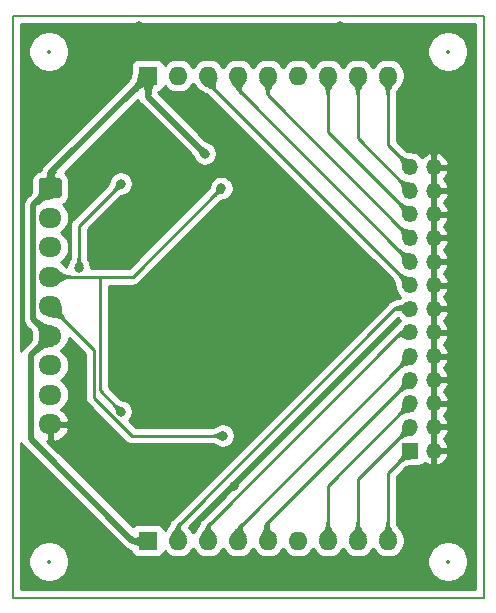
<source format=gbr>
%TF.GenerationSoftware,KiCad,Pcbnew,(5.1.10)-1*%
%TF.CreationDate,2021-09-08T09:18:34-03:00*%
%TF.ProjectId,SSC,5353432e-6b69-4636-9164-5f7063625858,rev?*%
%TF.SameCoordinates,Original*%
%TF.FileFunction,Copper,L2,Bot*%
%TF.FilePolarity,Positive*%
%FSLAX46Y46*%
G04 Gerber Fmt 4.6, Leading zero omitted, Abs format (unit mm)*
G04 Created by KiCad (PCBNEW (5.1.10)-1) date 2021-09-08 09:18:34*
%MOMM*%
%LPD*%
G01*
G04 APERTURE LIST*
%TA.AperFunction,Profile*%
%ADD10C,0.150000*%
%TD*%
%TA.AperFunction,ComponentPad*%
%ADD11O,1.950000X1.700000*%
%TD*%
%TA.AperFunction,ComponentPad*%
%ADD12O,1.350000X1.350000*%
%TD*%
%TA.AperFunction,ComponentPad*%
%ADD13R,1.350000X1.350000*%
%TD*%
%TA.AperFunction,ComponentPad*%
%ADD14O,1.600000X1.600000*%
%TD*%
%TA.AperFunction,ComponentPad*%
%ADD15R,1.600000X1.600000*%
%TD*%
%TA.AperFunction,ViaPad*%
%ADD16C,0.800000*%
%TD*%
%TA.AperFunction,Conductor*%
%ADD17C,0.500000*%
%TD*%
%TA.AperFunction,Conductor*%
%ADD18C,0.250000*%
%TD*%
%TA.AperFunction,Conductor*%
%ADD19C,0.254000*%
%TD*%
%TA.AperFunction,Conductor*%
%ADD20C,0.100000*%
%TD*%
%TA.AperFunction,Conductor*%
%ADD21C,0.025400*%
%TD*%
%ADD22C,0.350000*%
G04 APERTURE END LIST*
D10*
X154178000Y-40640000D02*
X114300000Y-40640000D01*
X154178000Y-89916000D02*
X154178000Y-40640000D01*
X114300000Y-89916000D02*
X154178000Y-89916000D01*
X114300000Y-89408000D02*
X114300000Y-89916000D01*
X114300000Y-40640000D02*
X114300000Y-89408000D01*
D11*
%TO.P,J1,9*%
%TO.N,GND*%
X117475000Y-75245000D03*
%TO.P,J1,8*%
%TO.N,D2*%
X117475000Y-72745000D03*
%TO.P,J1,7*%
%TO.N,D3*%
X117475000Y-70245000D03*
%TO.P,J1,6*%
%TO.N,VCC*%
X117475000Y-67745000D03*
%TO.P,J1,5*%
%TO.N,S1*%
X117475000Y-65245000D03*
%TO.P,J1,4*%
%TO.N,S0*%
X117475000Y-62745000D03*
%TO.P,J1,3*%
%TO.N,D0*%
X117475000Y-60245000D03*
%TO.P,J1,2*%
%TO.N,D1*%
X117475000Y-57745000D03*
%TO.P,J1,1*%
%TO.N,VCC*%
%TA.AperFunction,ComponentPad*%
G36*
G01*
X116750000Y-54395000D02*
X118200000Y-54395000D01*
G75*
G02*
X118450000Y-54645000I0J-250000D01*
G01*
X118450000Y-55845000D01*
G75*
G02*
X118200000Y-56095000I-250000J0D01*
G01*
X116750000Y-56095000D01*
G75*
G02*
X116500000Y-55845000I0J250000D01*
G01*
X116500000Y-54645000D01*
G75*
G02*
X116750000Y-54395000I250000J0D01*
G01*
G37*
%TD.AperFunction*%
%TD*%
D12*
%TO.P,J2,26*%
%TO.N,GND*%
X149955000Y-53470000D03*
%TO.P,J2,25*%
%TO.N,Y*%
X147955000Y-53470000D03*
%TO.P,J2,24*%
%TO.N,GND*%
X149955000Y-55470000D03*
%TO.P,J2,23*%
%TO.N,C*%
X147955000Y-55470000D03*
%TO.P,J2,22*%
%TO.N,GND*%
X149955000Y-57470000D03*
%TO.P,J2,21*%
%TO.N,DOWN*%
X147955000Y-57470000D03*
%TO.P,J2,20*%
%TO.N,GND*%
X149955000Y-59470000D03*
%TO.P,J2,19*%
%TO.N,Z*%
X147955000Y-59470000D03*
%TO.P,J2,18*%
%TO.N,GND*%
X149955000Y-61470000D03*
%TO.P,J2,17*%
%TO.N,B*%
X147955000Y-61470000D03*
%TO.P,J2,16*%
%TO.N,GND*%
X149955000Y-63470000D03*
%TO.P,J2,15*%
%TO.N,UP*%
X147955000Y-63470000D03*
%TO.P,J2,14*%
%TO.N,GND*%
X149955000Y-65470000D03*
%TO.P,J2,13*%
%TO.N,L*%
X147955000Y-65470000D03*
%TO.P,J2,12*%
%TO.N,GND*%
X149955000Y-67470000D03*
%TO.P,J2,11*%
%TO.N,RIGHT*%
X147955000Y-67470000D03*
%TO.P,J2,10*%
%TO.N,GND*%
X149955000Y-69470000D03*
%TO.P,J2,9*%
%TO.N,START*%
X147955000Y-69470000D03*
%TO.P,J2,8*%
%TO.N,GND*%
X149955000Y-71470000D03*
%TO.P,J2,7*%
%TO.N,R*%
X147955000Y-71470000D03*
%TO.P,J2,6*%
%TO.N,GND*%
X149955000Y-73470000D03*
%TO.P,J2,5*%
%TO.N,LEFT*%
X147955000Y-73470000D03*
%TO.P,J2,4*%
%TO.N,GND*%
X149955000Y-75470000D03*
%TO.P,J2,3*%
%TO.N,A*%
X147955000Y-75470000D03*
%TO.P,J2,2*%
%TO.N,GND*%
X149955000Y-77470000D03*
D13*
%TO.P,J2,1*%
%TO.N,X*%
X147955000Y-77470000D03*
%TD*%
D14*
%TO.P,RN2,9*%
%TO.N,X*%
X146050000Y-85090000D03*
%TO.P,RN2,8*%
%TO.N,A*%
X143510000Y-85090000D03*
%TO.P,RN2,7*%
%TO.N,LEFT*%
X140970000Y-85090000D03*
%TO.P,RN2,6*%
%TO.N,2C3*%
X138430000Y-85090000D03*
%TO.P,RN2,5*%
%TO.N,R*%
X135890000Y-85090000D03*
%TO.P,RN2,4*%
%TO.N,START*%
X133350000Y-85090000D03*
%TO.P,RN2,3*%
%TO.N,RIGHT*%
X130810000Y-85090000D03*
%TO.P,RN2,2*%
%TO.N,L*%
X128270000Y-85090000D03*
D15*
%TO.P,RN2,1*%
%TO.N,VCC*%
X125730000Y-85090000D03*
%TD*%
D14*
%TO.P,RN1,9*%
%TO.N,Y*%
X146050000Y-45720000D03*
%TO.P,RN1,8*%
%TO.N,C*%
X143510000Y-45720000D03*
%TO.P,RN1,7*%
%TO.N,DOWN*%
X140970000Y-45720000D03*
%TO.P,RN1,6*%
%TO.N,3C3*%
X138430000Y-45720000D03*
%TO.P,RN1,5*%
%TO.N,Z*%
X135890000Y-45720000D03*
%TO.P,RN1,4*%
%TO.N,B*%
X133350000Y-45720000D03*
%TO.P,RN1,3*%
%TO.N,UP*%
X130810000Y-45720000D03*
%TO.P,RN1,2*%
%TO.N,1C3*%
X128270000Y-45720000D03*
D15*
%TO.P,RN1,1*%
%TO.N,VCC*%
X125730000Y-45720000D03*
%TD*%
D16*
%TO.N,GND*%
X132588000Y-53107000D03*
X125000000Y-41500000D03*
X142000000Y-41500000D03*
X129500000Y-79500000D03*
X133000000Y-80500000D03*
X141500000Y-87500000D03*
X130990000Y-66910000D03*
X130990000Y-65410000D03*
X132490000Y-65410000D03*
X132490000Y-66910000D03*
X130990000Y-63910000D03*
X132490000Y-63910000D03*
X133990000Y-63910000D03*
X133990000Y-65410000D03*
X133990000Y-66910000D03*
%TO.N,VCC*%
X130556000Y-52324000D03*
%TO.N,S1*%
X123444000Y-54864000D03*
X119888000Y-61976000D03*
X132080000Y-76200000D03*
%TO.N,S0*%
X123444000Y-74168000D03*
X131958847Y-55250847D03*
%TD*%
D17*
%TO.N,VCC*%
X124430000Y-85090000D02*
X115824000Y-76484000D01*
X125730000Y-85090000D02*
X124430000Y-85090000D01*
X115824000Y-69396000D02*
X117475000Y-67745000D01*
X115824000Y-76484000D02*
X115824000Y-69396000D01*
X116049990Y-56670010D02*
X117475000Y-55245000D01*
X116049990Y-66319990D02*
X116049990Y-56670010D01*
X117475000Y-67745000D02*
X116049990Y-66319990D01*
X117475000Y-53975000D02*
X125730000Y-45720000D01*
X117475000Y-55245000D02*
X117475000Y-53975000D01*
X125730000Y-47498000D02*
X125730000Y-45720000D01*
X130556000Y-52324000D02*
X125730000Y-47498000D01*
D18*
%TO.N,S1*%
X119888000Y-58420000D02*
X119888000Y-61976000D01*
X123444000Y-54864000D02*
X119888000Y-58420000D01*
X121208990Y-73005992D02*
X124402998Y-76200000D01*
X121208990Y-68978990D02*
X121208990Y-73005992D01*
X124402998Y-76200000D02*
X132080000Y-76200000D01*
X117475000Y-65245000D02*
X121208990Y-68978990D01*
%TO.N,S0*%
X121659000Y-72383000D02*
X121659000Y-62745000D01*
X123444000Y-74168000D02*
X121659000Y-72383000D01*
X121659000Y-62745000D02*
X124199000Y-62745000D01*
X117475000Y-62745000D02*
X121659000Y-62745000D01*
X124464694Y-62745000D02*
X124199000Y-62745000D01*
X131958847Y-55250847D02*
X124464694Y-62745000D01*
%TO.N,UP*%
X130810000Y-46325000D02*
X130810000Y-45720000D01*
X147955000Y-63470000D02*
X130810000Y-46325000D01*
%TO.N,DOWN*%
X140970000Y-50485000D02*
X140970000Y-45720000D01*
X147955000Y-57470000D02*
X140970000Y-50485000D01*
%TO.N,LEFT*%
X140970000Y-80455000D02*
X147955000Y-73470000D01*
X140970000Y-85090000D02*
X140970000Y-80455000D01*
%TO.N,RIGHT*%
X130810000Y-85090000D02*
X130810000Y-83820000D01*
X147160000Y-67470000D02*
X147955000Y-67470000D01*
X130810000Y-83820000D02*
X147160000Y-67470000D01*
%TO.N,X*%
X146050000Y-79375000D02*
X147955000Y-77470000D01*
X146050000Y-85090000D02*
X146050000Y-79375000D01*
%TO.N,Y*%
X147955000Y-53470000D02*
X146304000Y-51819000D01*
X146050000Y-51565000D02*
X146304000Y-51819000D01*
X146050000Y-45720000D02*
X146050000Y-51565000D01*
%TO.N,Z*%
X135890000Y-47405000D02*
X135890000Y-45720000D01*
X147955000Y-59470000D02*
X135890000Y-47405000D01*
%TO.N,START*%
X133350000Y-84075000D02*
X147955000Y-69470000D01*
X133350000Y-85090000D02*
X133350000Y-84075000D01*
%TO.N,A*%
X143510000Y-79915000D02*
X147955000Y-75470000D01*
X143510000Y-85090000D02*
X143510000Y-79915000D01*
%TO.N,B*%
X133350000Y-46865000D02*
X133350000Y-45720000D01*
X147955000Y-61470000D02*
X133350000Y-46865000D01*
%TO.N,C*%
X143510000Y-51025000D02*
X143510000Y-45720000D01*
X147955000Y-55470000D02*
X143510000Y-51025000D01*
%TO.N,R*%
X135890000Y-83535000D02*
X135890000Y-85090000D01*
X147955000Y-71470000D02*
X135890000Y-83535000D01*
%TO.N,L*%
X128270000Y-85090000D02*
X128270000Y-83820000D01*
X146620000Y-65470000D02*
X147955000Y-65470000D01*
X128270000Y-83820000D02*
X146620000Y-65470000D01*
%TD*%
D19*
%TO.N,GND*%
X153468000Y-89206000D02*
X115010000Y-89206000D01*
X115010000Y-86697117D01*
X115613000Y-86697117D01*
X115613000Y-87038883D01*
X115679675Y-87374081D01*
X115810463Y-87689831D01*
X116000337Y-87973998D01*
X116242002Y-88215663D01*
X116526169Y-88405537D01*
X116841919Y-88536325D01*
X117177117Y-88603000D01*
X117518883Y-88603000D01*
X117854081Y-88536325D01*
X118169831Y-88405537D01*
X118453998Y-88215663D01*
X118695663Y-87973998D01*
X118885537Y-87689831D01*
X119016325Y-87374081D01*
X119083000Y-87038883D01*
X119083000Y-86697117D01*
X149395000Y-86697117D01*
X149395000Y-87038883D01*
X149461675Y-87374081D01*
X149592463Y-87689831D01*
X149782337Y-87973998D01*
X150024002Y-88215663D01*
X150308169Y-88405537D01*
X150623919Y-88536325D01*
X150959117Y-88603000D01*
X151300883Y-88603000D01*
X151636081Y-88536325D01*
X151951831Y-88405537D01*
X152235998Y-88215663D01*
X152477663Y-87973998D01*
X152667537Y-87689831D01*
X152798325Y-87374081D01*
X152865000Y-87038883D01*
X152865000Y-86697117D01*
X152798325Y-86361919D01*
X152667537Y-86046169D01*
X152477663Y-85762002D01*
X152235998Y-85520337D01*
X151951831Y-85330463D01*
X151636081Y-85199675D01*
X151300883Y-85133000D01*
X150959117Y-85133000D01*
X150623919Y-85199675D01*
X150308169Y-85330463D01*
X150024002Y-85520337D01*
X149782337Y-85762002D01*
X149592463Y-86046169D01*
X149461675Y-86361919D01*
X149395000Y-86697117D01*
X119083000Y-86697117D01*
X119016325Y-86361919D01*
X118885537Y-86046169D01*
X118695663Y-85762002D01*
X118453998Y-85520337D01*
X118169831Y-85330463D01*
X117854081Y-85199675D01*
X117518883Y-85133000D01*
X117177117Y-85133000D01*
X116841919Y-85199675D01*
X116526169Y-85330463D01*
X116242002Y-85520337D01*
X116000337Y-85762002D01*
X115810463Y-86046169D01*
X115679675Y-86361919D01*
X115613000Y-86697117D01*
X115010000Y-86697117D01*
X115010000Y-76838510D01*
X115084589Y-76978058D01*
X115195183Y-77112817D01*
X115228956Y-77140534D01*
X123773470Y-85685049D01*
X123801183Y-85718817D01*
X123834951Y-85746530D01*
X123834953Y-85746532D01*
X123927375Y-85822381D01*
X123935941Y-85829411D01*
X124089687Y-85911589D01*
X124205903Y-85946843D01*
X124256509Y-85962195D01*
X124271306Y-85963652D01*
X124299455Y-85966425D01*
X124304188Y-86014482D01*
X124340498Y-86134180D01*
X124399463Y-86244494D01*
X124478815Y-86341185D01*
X124575506Y-86420537D01*
X124685820Y-86479502D01*
X124805518Y-86515812D01*
X124930000Y-86528072D01*
X126530000Y-86528072D01*
X126654482Y-86515812D01*
X126774180Y-86479502D01*
X126884494Y-86420537D01*
X126981185Y-86341185D01*
X127060537Y-86244494D01*
X127119502Y-86134180D01*
X127155812Y-86014482D01*
X127156643Y-86006039D01*
X127355241Y-86204637D01*
X127590273Y-86361680D01*
X127851426Y-86469853D01*
X128128665Y-86525000D01*
X128411335Y-86525000D01*
X128688574Y-86469853D01*
X128949727Y-86361680D01*
X129184759Y-86204637D01*
X129384637Y-86004759D01*
X129540000Y-85772241D01*
X129695363Y-86004759D01*
X129895241Y-86204637D01*
X130130273Y-86361680D01*
X130391426Y-86469853D01*
X130668665Y-86525000D01*
X130951335Y-86525000D01*
X131228574Y-86469853D01*
X131489727Y-86361680D01*
X131724759Y-86204637D01*
X131924637Y-86004759D01*
X132080000Y-85772241D01*
X132235363Y-86004759D01*
X132435241Y-86204637D01*
X132670273Y-86361680D01*
X132931426Y-86469853D01*
X133208665Y-86525000D01*
X133491335Y-86525000D01*
X133768574Y-86469853D01*
X134029727Y-86361680D01*
X134264759Y-86204637D01*
X134464637Y-86004759D01*
X134620000Y-85772241D01*
X134775363Y-86004759D01*
X134975241Y-86204637D01*
X135210273Y-86361680D01*
X135471426Y-86469853D01*
X135748665Y-86525000D01*
X136031335Y-86525000D01*
X136308574Y-86469853D01*
X136569727Y-86361680D01*
X136804759Y-86204637D01*
X137004637Y-86004759D01*
X137160000Y-85772241D01*
X137315363Y-86004759D01*
X137515241Y-86204637D01*
X137750273Y-86361680D01*
X138011426Y-86469853D01*
X138288665Y-86525000D01*
X138571335Y-86525000D01*
X138848574Y-86469853D01*
X139109727Y-86361680D01*
X139344759Y-86204637D01*
X139544637Y-86004759D01*
X139700000Y-85772241D01*
X139855363Y-86004759D01*
X140055241Y-86204637D01*
X140290273Y-86361680D01*
X140551426Y-86469853D01*
X140828665Y-86525000D01*
X141111335Y-86525000D01*
X141388574Y-86469853D01*
X141649727Y-86361680D01*
X141884759Y-86204637D01*
X142084637Y-86004759D01*
X142240000Y-85772241D01*
X142395363Y-86004759D01*
X142595241Y-86204637D01*
X142830273Y-86361680D01*
X143091426Y-86469853D01*
X143368665Y-86525000D01*
X143651335Y-86525000D01*
X143928574Y-86469853D01*
X144189727Y-86361680D01*
X144424759Y-86204637D01*
X144624637Y-86004759D01*
X144780000Y-85772241D01*
X144935363Y-86004759D01*
X145135241Y-86204637D01*
X145370273Y-86361680D01*
X145631426Y-86469853D01*
X145908665Y-86525000D01*
X146191335Y-86525000D01*
X146468574Y-86469853D01*
X146729727Y-86361680D01*
X146964759Y-86204637D01*
X147164637Y-86004759D01*
X147321680Y-85769727D01*
X147429853Y-85508574D01*
X147485000Y-85231335D01*
X147485000Y-84948665D01*
X147429853Y-84671426D01*
X147321680Y-84410273D01*
X147274133Y-84339113D01*
X147246971Y-84289149D01*
X147217530Y-84240348D01*
X147135023Y-84116511D01*
X147109730Y-84081224D01*
X147028016Y-83975085D01*
X147015846Y-83959772D01*
X146941326Y-83868911D01*
X146887216Y-83800179D01*
X146857552Y-83755957D01*
X146841795Y-83724707D01*
X146828970Y-83685825D01*
X146816716Y-83615994D01*
X146810000Y-83483875D01*
X146810000Y-79689801D01*
X147530600Y-78969201D01*
X147608930Y-78898025D01*
X147650726Y-78868061D01*
X147672646Y-78856502D01*
X147690587Y-78850079D01*
X147724969Y-78842269D01*
X147790987Y-78832515D01*
X147886154Y-78820761D01*
X147901773Y-78818634D01*
X148012491Y-78802160D01*
X148050684Y-78795279D01*
X148108285Y-78783072D01*
X148630000Y-78783072D01*
X148754482Y-78770812D01*
X148874180Y-78734502D01*
X148984494Y-78675537D01*
X149081185Y-78596185D01*
X149155256Y-78505929D01*
X149165463Y-78515344D01*
X149384570Y-78649289D01*
X149625599Y-78737915D01*
X149828000Y-78615085D01*
X149828000Y-77597000D01*
X150082000Y-77597000D01*
X150082000Y-78615085D01*
X150284401Y-78737915D01*
X150525430Y-78649289D01*
X150744537Y-78515344D01*
X150933303Y-78341227D01*
X151084473Y-78133629D01*
X151192238Y-77900528D01*
X151222910Y-77799400D01*
X151099224Y-77597000D01*
X150082000Y-77597000D01*
X149828000Y-77597000D01*
X149808000Y-77597000D01*
X149808000Y-77343000D01*
X149828000Y-77343000D01*
X149828000Y-75597000D01*
X150082000Y-75597000D01*
X150082000Y-77343000D01*
X151099224Y-77343000D01*
X151222910Y-77140600D01*
X151192238Y-77039472D01*
X151084473Y-76806371D01*
X150933303Y-76598773D01*
X150793696Y-76470000D01*
X150933303Y-76341227D01*
X151084473Y-76133629D01*
X151192238Y-75900528D01*
X151222910Y-75799400D01*
X151099224Y-75597000D01*
X150082000Y-75597000D01*
X149828000Y-75597000D01*
X149808000Y-75597000D01*
X149808000Y-75343000D01*
X149828000Y-75343000D01*
X149828000Y-73597000D01*
X150082000Y-73597000D01*
X150082000Y-75343000D01*
X151099224Y-75343000D01*
X151222910Y-75140600D01*
X151192238Y-75039472D01*
X151084473Y-74806371D01*
X150933303Y-74598773D01*
X150793696Y-74470000D01*
X150933303Y-74341227D01*
X151084473Y-74133629D01*
X151192238Y-73900528D01*
X151222910Y-73799400D01*
X151099224Y-73597000D01*
X150082000Y-73597000D01*
X149828000Y-73597000D01*
X149808000Y-73597000D01*
X149808000Y-73343000D01*
X149828000Y-73343000D01*
X149828000Y-71597000D01*
X150082000Y-71597000D01*
X150082000Y-73343000D01*
X151099224Y-73343000D01*
X151222910Y-73140600D01*
X151192238Y-73039472D01*
X151084473Y-72806371D01*
X150933303Y-72598773D01*
X150793696Y-72470000D01*
X150933303Y-72341227D01*
X151084473Y-72133629D01*
X151192238Y-71900528D01*
X151222910Y-71799400D01*
X151099224Y-71597000D01*
X150082000Y-71597000D01*
X149828000Y-71597000D01*
X149808000Y-71597000D01*
X149808000Y-71343000D01*
X149828000Y-71343000D01*
X149828000Y-69597000D01*
X150082000Y-69597000D01*
X150082000Y-71343000D01*
X151099224Y-71343000D01*
X151222910Y-71140600D01*
X151192238Y-71039472D01*
X151084473Y-70806371D01*
X150933303Y-70598773D01*
X150793696Y-70470000D01*
X150933303Y-70341227D01*
X151084473Y-70133629D01*
X151192238Y-69900528D01*
X151222910Y-69799400D01*
X151099224Y-69597000D01*
X150082000Y-69597000D01*
X149828000Y-69597000D01*
X149808000Y-69597000D01*
X149808000Y-69343000D01*
X149828000Y-69343000D01*
X149828000Y-67597000D01*
X150082000Y-67597000D01*
X150082000Y-69343000D01*
X151099224Y-69343000D01*
X151222910Y-69140600D01*
X151192238Y-69039472D01*
X151084473Y-68806371D01*
X150933303Y-68598773D01*
X150793696Y-68470000D01*
X150933303Y-68341227D01*
X151084473Y-68133629D01*
X151192238Y-67900528D01*
X151222910Y-67799400D01*
X151099224Y-67597000D01*
X150082000Y-67597000D01*
X149828000Y-67597000D01*
X149808000Y-67597000D01*
X149808000Y-67343000D01*
X149828000Y-67343000D01*
X149828000Y-65597000D01*
X150082000Y-65597000D01*
X150082000Y-67343000D01*
X151099224Y-67343000D01*
X151222910Y-67140600D01*
X151192238Y-67039472D01*
X151084473Y-66806371D01*
X150933303Y-66598773D01*
X150793696Y-66470000D01*
X150933303Y-66341227D01*
X151084473Y-66133629D01*
X151192238Y-65900528D01*
X151222910Y-65799400D01*
X151099224Y-65597000D01*
X150082000Y-65597000D01*
X149828000Y-65597000D01*
X149808000Y-65597000D01*
X149808000Y-65343000D01*
X149828000Y-65343000D01*
X149828000Y-63597000D01*
X150082000Y-63597000D01*
X150082000Y-65343000D01*
X151099224Y-65343000D01*
X151222910Y-65140600D01*
X151192238Y-65039472D01*
X151084473Y-64806371D01*
X150933303Y-64598773D01*
X150793696Y-64470000D01*
X150933303Y-64341227D01*
X151084473Y-64133629D01*
X151192238Y-63900528D01*
X151222910Y-63799400D01*
X151099224Y-63597000D01*
X150082000Y-63597000D01*
X149828000Y-63597000D01*
X149808000Y-63597000D01*
X149808000Y-63343000D01*
X149828000Y-63343000D01*
X149828000Y-61597000D01*
X150082000Y-61597000D01*
X150082000Y-63343000D01*
X151099224Y-63343000D01*
X151222910Y-63140600D01*
X151192238Y-63039472D01*
X151084473Y-62806371D01*
X150933303Y-62598773D01*
X150793696Y-62470000D01*
X150933303Y-62341227D01*
X151084473Y-62133629D01*
X151192238Y-61900528D01*
X151222910Y-61799400D01*
X151099224Y-61597000D01*
X150082000Y-61597000D01*
X149828000Y-61597000D01*
X149808000Y-61597000D01*
X149808000Y-61343000D01*
X149828000Y-61343000D01*
X149828000Y-59597000D01*
X150082000Y-59597000D01*
X150082000Y-61343000D01*
X151099224Y-61343000D01*
X151222910Y-61140600D01*
X151192238Y-61039472D01*
X151084473Y-60806371D01*
X150933303Y-60598773D01*
X150793696Y-60470000D01*
X150933303Y-60341227D01*
X151084473Y-60133629D01*
X151192238Y-59900528D01*
X151222910Y-59799400D01*
X151099224Y-59597000D01*
X150082000Y-59597000D01*
X149828000Y-59597000D01*
X149808000Y-59597000D01*
X149808000Y-59343000D01*
X149828000Y-59343000D01*
X149828000Y-57597000D01*
X150082000Y-57597000D01*
X150082000Y-59343000D01*
X151099224Y-59343000D01*
X151222910Y-59140600D01*
X151192238Y-59039472D01*
X151084473Y-58806371D01*
X150933303Y-58598773D01*
X150793696Y-58470000D01*
X150933303Y-58341227D01*
X151084473Y-58133629D01*
X151192238Y-57900528D01*
X151222910Y-57799400D01*
X151099224Y-57597000D01*
X150082000Y-57597000D01*
X149828000Y-57597000D01*
X149808000Y-57597000D01*
X149808000Y-57343000D01*
X149828000Y-57343000D01*
X149828000Y-55597000D01*
X150082000Y-55597000D01*
X150082000Y-57343000D01*
X151099224Y-57343000D01*
X151222910Y-57140600D01*
X151192238Y-57039472D01*
X151084473Y-56806371D01*
X150933303Y-56598773D01*
X150793696Y-56470000D01*
X150933303Y-56341227D01*
X151084473Y-56133629D01*
X151192238Y-55900528D01*
X151222910Y-55799400D01*
X151099224Y-55597000D01*
X150082000Y-55597000D01*
X149828000Y-55597000D01*
X149808000Y-55597000D01*
X149808000Y-55343000D01*
X149828000Y-55343000D01*
X149828000Y-53597000D01*
X150082000Y-53597000D01*
X150082000Y-55343000D01*
X151099224Y-55343000D01*
X151222910Y-55140600D01*
X151192238Y-55039472D01*
X151084473Y-54806371D01*
X150933303Y-54598773D01*
X150793696Y-54470000D01*
X150933303Y-54341227D01*
X151084473Y-54133629D01*
X151192238Y-53900528D01*
X151222910Y-53799400D01*
X151099224Y-53597000D01*
X150082000Y-53597000D01*
X149828000Y-53597000D01*
X149808000Y-53597000D01*
X149808000Y-53343000D01*
X149828000Y-53343000D01*
X149828000Y-52324915D01*
X150082000Y-52324915D01*
X150082000Y-53343000D01*
X151099224Y-53343000D01*
X151222910Y-53140600D01*
X151192238Y-53039472D01*
X151084473Y-52806371D01*
X150933303Y-52598773D01*
X150744537Y-52424656D01*
X150525430Y-52290711D01*
X150284401Y-52202085D01*
X150082000Y-52324915D01*
X149828000Y-52324915D01*
X149625599Y-52202085D01*
X149384570Y-52290711D01*
X149165463Y-52424656D01*
X148976697Y-52598773D01*
X148959715Y-52622094D01*
X148790077Y-52452456D01*
X148575518Y-52309093D01*
X148337113Y-52210342D01*
X148264860Y-52195970D01*
X148222993Y-52183429D01*
X148172427Y-52170520D01*
X148050684Y-52144720D01*
X148012491Y-52137839D01*
X147901773Y-52121365D01*
X147886154Y-52119238D01*
X147790987Y-52107484D01*
X147724969Y-52097730D01*
X147690587Y-52089920D01*
X147672646Y-52083497D01*
X147650726Y-52071938D01*
X147608929Y-52041973D01*
X147530596Y-51970795D01*
X146810000Y-51250199D01*
X146810000Y-47326125D01*
X146816716Y-47194005D01*
X146828970Y-47124174D01*
X146841795Y-47085292D01*
X146857552Y-47054042D01*
X146887216Y-47009820D01*
X146941326Y-46941088D01*
X147015846Y-46850227D01*
X147028016Y-46834914D01*
X147109730Y-46728775D01*
X147135023Y-46693488D01*
X147217530Y-46569651D01*
X147246970Y-46520852D01*
X147274131Y-46470889D01*
X147321680Y-46399727D01*
X147429853Y-46138574D01*
X147485000Y-45861335D01*
X147485000Y-45578665D01*
X147429853Y-45301426D01*
X147321680Y-45040273D01*
X147164637Y-44805241D01*
X146964759Y-44605363D01*
X146729727Y-44448320D01*
X146468574Y-44340147D01*
X146191335Y-44285000D01*
X145908665Y-44285000D01*
X145631426Y-44340147D01*
X145370273Y-44448320D01*
X145135241Y-44605363D01*
X144935363Y-44805241D01*
X144780000Y-45037759D01*
X144624637Y-44805241D01*
X144424759Y-44605363D01*
X144189727Y-44448320D01*
X143928574Y-44340147D01*
X143651335Y-44285000D01*
X143368665Y-44285000D01*
X143091426Y-44340147D01*
X142830273Y-44448320D01*
X142595241Y-44605363D01*
X142395363Y-44805241D01*
X142240000Y-45037759D01*
X142084637Y-44805241D01*
X141884759Y-44605363D01*
X141649727Y-44448320D01*
X141388574Y-44340147D01*
X141111335Y-44285000D01*
X140828665Y-44285000D01*
X140551426Y-44340147D01*
X140290273Y-44448320D01*
X140055241Y-44605363D01*
X139855363Y-44805241D01*
X139700000Y-45037759D01*
X139544637Y-44805241D01*
X139344759Y-44605363D01*
X139109727Y-44448320D01*
X138848574Y-44340147D01*
X138571335Y-44285000D01*
X138288665Y-44285000D01*
X138011426Y-44340147D01*
X137750273Y-44448320D01*
X137515241Y-44605363D01*
X137315363Y-44805241D01*
X137160000Y-45037759D01*
X137004637Y-44805241D01*
X136804759Y-44605363D01*
X136569727Y-44448320D01*
X136308574Y-44340147D01*
X136031335Y-44285000D01*
X135748665Y-44285000D01*
X135471426Y-44340147D01*
X135210273Y-44448320D01*
X134975241Y-44605363D01*
X134775363Y-44805241D01*
X134620000Y-45037759D01*
X134464637Y-44805241D01*
X134264759Y-44605363D01*
X134029727Y-44448320D01*
X133768574Y-44340147D01*
X133491335Y-44285000D01*
X133208665Y-44285000D01*
X132931426Y-44340147D01*
X132670273Y-44448320D01*
X132435241Y-44605363D01*
X132235363Y-44805241D01*
X132080000Y-45037759D01*
X131924637Y-44805241D01*
X131724759Y-44605363D01*
X131489727Y-44448320D01*
X131228574Y-44340147D01*
X130951335Y-44285000D01*
X130668665Y-44285000D01*
X130391426Y-44340147D01*
X130130273Y-44448320D01*
X129895241Y-44605363D01*
X129695363Y-44805241D01*
X129540000Y-45037759D01*
X129384637Y-44805241D01*
X129184759Y-44605363D01*
X128949727Y-44448320D01*
X128688574Y-44340147D01*
X128411335Y-44285000D01*
X128128665Y-44285000D01*
X127851426Y-44340147D01*
X127590273Y-44448320D01*
X127355241Y-44605363D01*
X127156643Y-44803961D01*
X127155812Y-44795518D01*
X127119502Y-44675820D01*
X127060537Y-44565506D01*
X126981185Y-44468815D01*
X126884494Y-44389463D01*
X126774180Y-44330498D01*
X126654482Y-44294188D01*
X126530000Y-44281928D01*
X124930000Y-44281928D01*
X124805518Y-44294188D01*
X124685820Y-44330498D01*
X124575506Y-44389463D01*
X124478815Y-44468815D01*
X124399463Y-44565506D01*
X124340498Y-44675820D01*
X124304188Y-44795518D01*
X124291928Y-44920000D01*
X124291928Y-45525531D01*
X124276802Y-45583410D01*
X124272208Y-45602150D01*
X124244258Y-45724140D01*
X124221030Y-45825196D01*
X124201506Y-45897023D01*
X124183216Y-45948216D01*
X124161534Y-45993374D01*
X124127510Y-46047628D01*
X124069873Y-46121316D01*
X123971903Y-46226518D01*
X116879952Y-53318470D01*
X116846184Y-53346183D01*
X116818471Y-53379951D01*
X116818468Y-53379954D01*
X116735590Y-53480941D01*
X116653412Y-53634687D01*
X116612212Y-53770499D01*
X116576746Y-53773992D01*
X116410150Y-53824528D01*
X116256614Y-53906595D01*
X116122038Y-54017038D01*
X116011595Y-54151614D01*
X115929528Y-54305150D01*
X115878992Y-54471746D01*
X115861928Y-54645000D01*
X115861928Y-55541243D01*
X115848235Y-55570909D01*
X115811906Y-55630267D01*
X115750441Y-55709849D01*
X115645790Y-55822631D01*
X115454941Y-56013481D01*
X115421174Y-56041193D01*
X115393461Y-56074961D01*
X115393458Y-56074964D01*
X115310580Y-56175951D01*
X115228402Y-56329697D01*
X115177795Y-56496520D01*
X115160709Y-56670010D01*
X115164991Y-56713489D01*
X115164990Y-66276521D01*
X115160709Y-66319990D01*
X115164990Y-66363459D01*
X115164990Y-66363466D01*
X115177795Y-66493479D01*
X115228401Y-66660302D01*
X115310579Y-66814048D01*
X115421173Y-66948807D01*
X115454946Y-66976524D01*
X115645806Y-67167384D01*
X115750436Y-67280144D01*
X115811906Y-67359732D01*
X115848235Y-67419090D01*
X115871539Y-67469579D01*
X115881913Y-67500326D01*
X115857815Y-67745000D01*
X115881913Y-67989673D01*
X115871539Y-68020420D01*
X115848235Y-68070909D01*
X115811906Y-68130267D01*
X115750441Y-68209849D01*
X115645792Y-68322630D01*
X115228951Y-68739471D01*
X115195184Y-68767183D01*
X115167471Y-68800951D01*
X115167468Y-68800954D01*
X115084590Y-68901941D01*
X115010000Y-69041491D01*
X115010000Y-43517117D01*
X115613000Y-43517117D01*
X115613000Y-43858883D01*
X115679675Y-44194081D01*
X115810463Y-44509831D01*
X116000337Y-44793998D01*
X116242002Y-45035663D01*
X116526169Y-45225537D01*
X116841919Y-45356325D01*
X117177117Y-45423000D01*
X117518883Y-45423000D01*
X117854081Y-45356325D01*
X118169831Y-45225537D01*
X118453998Y-45035663D01*
X118695663Y-44793998D01*
X118885537Y-44509831D01*
X119016325Y-44194081D01*
X119083000Y-43858883D01*
X119083000Y-43517117D01*
X149395000Y-43517117D01*
X149395000Y-43858883D01*
X149461675Y-44194081D01*
X149592463Y-44509831D01*
X149782337Y-44793998D01*
X150024002Y-45035663D01*
X150308169Y-45225537D01*
X150623919Y-45356325D01*
X150959117Y-45423000D01*
X151300883Y-45423000D01*
X151636081Y-45356325D01*
X151951831Y-45225537D01*
X152235998Y-45035663D01*
X152477663Y-44793998D01*
X152667537Y-44509831D01*
X152798325Y-44194081D01*
X152865000Y-43858883D01*
X152865000Y-43517117D01*
X152798325Y-43181919D01*
X152667537Y-42866169D01*
X152477663Y-42582002D01*
X152235998Y-42340337D01*
X151951831Y-42150463D01*
X151636081Y-42019675D01*
X151300883Y-41953000D01*
X150959117Y-41953000D01*
X150623919Y-42019675D01*
X150308169Y-42150463D01*
X150024002Y-42340337D01*
X149782337Y-42582002D01*
X149592463Y-42866169D01*
X149461675Y-43181919D01*
X149395000Y-43517117D01*
X119083000Y-43517117D01*
X119016325Y-43181919D01*
X118885537Y-42866169D01*
X118695663Y-42582002D01*
X118453998Y-42340337D01*
X118169831Y-42150463D01*
X117854081Y-42019675D01*
X117518883Y-41953000D01*
X117177117Y-41953000D01*
X116841919Y-42019675D01*
X116526169Y-42150463D01*
X116242002Y-42340337D01*
X116000337Y-42582002D01*
X115810463Y-42866169D01*
X115679675Y-43181919D01*
X115613000Y-43517117D01*
X115010000Y-43517117D01*
X115010000Y-41350000D01*
X153468001Y-41350000D01*
X153468000Y-89206000D01*
%TA.AperFunction,Conductor*%
D20*
G36*
X153468000Y-89206000D02*
G01*
X115010000Y-89206000D01*
X115010000Y-86697117D01*
X115613000Y-86697117D01*
X115613000Y-87038883D01*
X115679675Y-87374081D01*
X115810463Y-87689831D01*
X116000337Y-87973998D01*
X116242002Y-88215663D01*
X116526169Y-88405537D01*
X116841919Y-88536325D01*
X117177117Y-88603000D01*
X117518883Y-88603000D01*
X117854081Y-88536325D01*
X118169831Y-88405537D01*
X118453998Y-88215663D01*
X118695663Y-87973998D01*
X118885537Y-87689831D01*
X119016325Y-87374081D01*
X119083000Y-87038883D01*
X119083000Y-86697117D01*
X149395000Y-86697117D01*
X149395000Y-87038883D01*
X149461675Y-87374081D01*
X149592463Y-87689831D01*
X149782337Y-87973998D01*
X150024002Y-88215663D01*
X150308169Y-88405537D01*
X150623919Y-88536325D01*
X150959117Y-88603000D01*
X151300883Y-88603000D01*
X151636081Y-88536325D01*
X151951831Y-88405537D01*
X152235998Y-88215663D01*
X152477663Y-87973998D01*
X152667537Y-87689831D01*
X152798325Y-87374081D01*
X152865000Y-87038883D01*
X152865000Y-86697117D01*
X152798325Y-86361919D01*
X152667537Y-86046169D01*
X152477663Y-85762002D01*
X152235998Y-85520337D01*
X151951831Y-85330463D01*
X151636081Y-85199675D01*
X151300883Y-85133000D01*
X150959117Y-85133000D01*
X150623919Y-85199675D01*
X150308169Y-85330463D01*
X150024002Y-85520337D01*
X149782337Y-85762002D01*
X149592463Y-86046169D01*
X149461675Y-86361919D01*
X149395000Y-86697117D01*
X119083000Y-86697117D01*
X119016325Y-86361919D01*
X118885537Y-86046169D01*
X118695663Y-85762002D01*
X118453998Y-85520337D01*
X118169831Y-85330463D01*
X117854081Y-85199675D01*
X117518883Y-85133000D01*
X117177117Y-85133000D01*
X116841919Y-85199675D01*
X116526169Y-85330463D01*
X116242002Y-85520337D01*
X116000337Y-85762002D01*
X115810463Y-86046169D01*
X115679675Y-86361919D01*
X115613000Y-86697117D01*
X115010000Y-86697117D01*
X115010000Y-76838510D01*
X115084589Y-76978058D01*
X115195183Y-77112817D01*
X115228956Y-77140534D01*
X123773470Y-85685049D01*
X123801183Y-85718817D01*
X123834951Y-85746530D01*
X123834953Y-85746532D01*
X123927375Y-85822381D01*
X123935941Y-85829411D01*
X124089687Y-85911589D01*
X124205903Y-85946843D01*
X124256509Y-85962195D01*
X124271306Y-85963652D01*
X124299455Y-85966425D01*
X124304188Y-86014482D01*
X124340498Y-86134180D01*
X124399463Y-86244494D01*
X124478815Y-86341185D01*
X124575506Y-86420537D01*
X124685820Y-86479502D01*
X124805518Y-86515812D01*
X124930000Y-86528072D01*
X126530000Y-86528072D01*
X126654482Y-86515812D01*
X126774180Y-86479502D01*
X126884494Y-86420537D01*
X126981185Y-86341185D01*
X127060537Y-86244494D01*
X127119502Y-86134180D01*
X127155812Y-86014482D01*
X127156643Y-86006039D01*
X127355241Y-86204637D01*
X127590273Y-86361680D01*
X127851426Y-86469853D01*
X128128665Y-86525000D01*
X128411335Y-86525000D01*
X128688574Y-86469853D01*
X128949727Y-86361680D01*
X129184759Y-86204637D01*
X129384637Y-86004759D01*
X129540000Y-85772241D01*
X129695363Y-86004759D01*
X129895241Y-86204637D01*
X130130273Y-86361680D01*
X130391426Y-86469853D01*
X130668665Y-86525000D01*
X130951335Y-86525000D01*
X131228574Y-86469853D01*
X131489727Y-86361680D01*
X131724759Y-86204637D01*
X131924637Y-86004759D01*
X132080000Y-85772241D01*
X132235363Y-86004759D01*
X132435241Y-86204637D01*
X132670273Y-86361680D01*
X132931426Y-86469853D01*
X133208665Y-86525000D01*
X133491335Y-86525000D01*
X133768574Y-86469853D01*
X134029727Y-86361680D01*
X134264759Y-86204637D01*
X134464637Y-86004759D01*
X134620000Y-85772241D01*
X134775363Y-86004759D01*
X134975241Y-86204637D01*
X135210273Y-86361680D01*
X135471426Y-86469853D01*
X135748665Y-86525000D01*
X136031335Y-86525000D01*
X136308574Y-86469853D01*
X136569727Y-86361680D01*
X136804759Y-86204637D01*
X137004637Y-86004759D01*
X137160000Y-85772241D01*
X137315363Y-86004759D01*
X137515241Y-86204637D01*
X137750273Y-86361680D01*
X138011426Y-86469853D01*
X138288665Y-86525000D01*
X138571335Y-86525000D01*
X138848574Y-86469853D01*
X139109727Y-86361680D01*
X139344759Y-86204637D01*
X139544637Y-86004759D01*
X139700000Y-85772241D01*
X139855363Y-86004759D01*
X140055241Y-86204637D01*
X140290273Y-86361680D01*
X140551426Y-86469853D01*
X140828665Y-86525000D01*
X141111335Y-86525000D01*
X141388574Y-86469853D01*
X141649727Y-86361680D01*
X141884759Y-86204637D01*
X142084637Y-86004759D01*
X142240000Y-85772241D01*
X142395363Y-86004759D01*
X142595241Y-86204637D01*
X142830273Y-86361680D01*
X143091426Y-86469853D01*
X143368665Y-86525000D01*
X143651335Y-86525000D01*
X143928574Y-86469853D01*
X144189727Y-86361680D01*
X144424759Y-86204637D01*
X144624637Y-86004759D01*
X144780000Y-85772241D01*
X144935363Y-86004759D01*
X145135241Y-86204637D01*
X145370273Y-86361680D01*
X145631426Y-86469853D01*
X145908665Y-86525000D01*
X146191335Y-86525000D01*
X146468574Y-86469853D01*
X146729727Y-86361680D01*
X146964759Y-86204637D01*
X147164637Y-86004759D01*
X147321680Y-85769727D01*
X147429853Y-85508574D01*
X147485000Y-85231335D01*
X147485000Y-84948665D01*
X147429853Y-84671426D01*
X147321680Y-84410273D01*
X147274133Y-84339113D01*
X147246971Y-84289149D01*
X147217530Y-84240348D01*
X147135023Y-84116511D01*
X147109730Y-84081224D01*
X147028016Y-83975085D01*
X147015846Y-83959772D01*
X146941326Y-83868911D01*
X146887216Y-83800179D01*
X146857552Y-83755957D01*
X146841795Y-83724707D01*
X146828970Y-83685825D01*
X146816716Y-83615994D01*
X146810000Y-83483875D01*
X146810000Y-79689801D01*
X147530600Y-78969201D01*
X147608930Y-78898025D01*
X147650726Y-78868061D01*
X147672646Y-78856502D01*
X147690587Y-78850079D01*
X147724969Y-78842269D01*
X147790987Y-78832515D01*
X147886154Y-78820761D01*
X147901773Y-78818634D01*
X148012491Y-78802160D01*
X148050684Y-78795279D01*
X148108285Y-78783072D01*
X148630000Y-78783072D01*
X148754482Y-78770812D01*
X148874180Y-78734502D01*
X148984494Y-78675537D01*
X149081185Y-78596185D01*
X149155256Y-78505929D01*
X149165463Y-78515344D01*
X149384570Y-78649289D01*
X149625599Y-78737915D01*
X149828000Y-78615085D01*
X149828000Y-77597000D01*
X150082000Y-77597000D01*
X150082000Y-78615085D01*
X150284401Y-78737915D01*
X150525430Y-78649289D01*
X150744537Y-78515344D01*
X150933303Y-78341227D01*
X151084473Y-78133629D01*
X151192238Y-77900528D01*
X151222910Y-77799400D01*
X151099224Y-77597000D01*
X150082000Y-77597000D01*
X149828000Y-77597000D01*
X149808000Y-77597000D01*
X149808000Y-77343000D01*
X149828000Y-77343000D01*
X149828000Y-75597000D01*
X150082000Y-75597000D01*
X150082000Y-77343000D01*
X151099224Y-77343000D01*
X151222910Y-77140600D01*
X151192238Y-77039472D01*
X151084473Y-76806371D01*
X150933303Y-76598773D01*
X150793696Y-76470000D01*
X150933303Y-76341227D01*
X151084473Y-76133629D01*
X151192238Y-75900528D01*
X151222910Y-75799400D01*
X151099224Y-75597000D01*
X150082000Y-75597000D01*
X149828000Y-75597000D01*
X149808000Y-75597000D01*
X149808000Y-75343000D01*
X149828000Y-75343000D01*
X149828000Y-73597000D01*
X150082000Y-73597000D01*
X150082000Y-75343000D01*
X151099224Y-75343000D01*
X151222910Y-75140600D01*
X151192238Y-75039472D01*
X151084473Y-74806371D01*
X150933303Y-74598773D01*
X150793696Y-74470000D01*
X150933303Y-74341227D01*
X151084473Y-74133629D01*
X151192238Y-73900528D01*
X151222910Y-73799400D01*
X151099224Y-73597000D01*
X150082000Y-73597000D01*
X149828000Y-73597000D01*
X149808000Y-73597000D01*
X149808000Y-73343000D01*
X149828000Y-73343000D01*
X149828000Y-71597000D01*
X150082000Y-71597000D01*
X150082000Y-73343000D01*
X151099224Y-73343000D01*
X151222910Y-73140600D01*
X151192238Y-73039472D01*
X151084473Y-72806371D01*
X150933303Y-72598773D01*
X150793696Y-72470000D01*
X150933303Y-72341227D01*
X151084473Y-72133629D01*
X151192238Y-71900528D01*
X151222910Y-71799400D01*
X151099224Y-71597000D01*
X150082000Y-71597000D01*
X149828000Y-71597000D01*
X149808000Y-71597000D01*
X149808000Y-71343000D01*
X149828000Y-71343000D01*
X149828000Y-69597000D01*
X150082000Y-69597000D01*
X150082000Y-71343000D01*
X151099224Y-71343000D01*
X151222910Y-71140600D01*
X151192238Y-71039472D01*
X151084473Y-70806371D01*
X150933303Y-70598773D01*
X150793696Y-70470000D01*
X150933303Y-70341227D01*
X151084473Y-70133629D01*
X151192238Y-69900528D01*
X151222910Y-69799400D01*
X151099224Y-69597000D01*
X150082000Y-69597000D01*
X149828000Y-69597000D01*
X149808000Y-69597000D01*
X149808000Y-69343000D01*
X149828000Y-69343000D01*
X149828000Y-67597000D01*
X150082000Y-67597000D01*
X150082000Y-69343000D01*
X151099224Y-69343000D01*
X151222910Y-69140600D01*
X151192238Y-69039472D01*
X151084473Y-68806371D01*
X150933303Y-68598773D01*
X150793696Y-68470000D01*
X150933303Y-68341227D01*
X151084473Y-68133629D01*
X151192238Y-67900528D01*
X151222910Y-67799400D01*
X151099224Y-67597000D01*
X150082000Y-67597000D01*
X149828000Y-67597000D01*
X149808000Y-67597000D01*
X149808000Y-67343000D01*
X149828000Y-67343000D01*
X149828000Y-65597000D01*
X150082000Y-65597000D01*
X150082000Y-67343000D01*
X151099224Y-67343000D01*
X151222910Y-67140600D01*
X151192238Y-67039472D01*
X151084473Y-66806371D01*
X150933303Y-66598773D01*
X150793696Y-66470000D01*
X150933303Y-66341227D01*
X151084473Y-66133629D01*
X151192238Y-65900528D01*
X151222910Y-65799400D01*
X151099224Y-65597000D01*
X150082000Y-65597000D01*
X149828000Y-65597000D01*
X149808000Y-65597000D01*
X149808000Y-65343000D01*
X149828000Y-65343000D01*
X149828000Y-63597000D01*
X150082000Y-63597000D01*
X150082000Y-65343000D01*
X151099224Y-65343000D01*
X151222910Y-65140600D01*
X151192238Y-65039472D01*
X151084473Y-64806371D01*
X150933303Y-64598773D01*
X150793696Y-64470000D01*
X150933303Y-64341227D01*
X151084473Y-64133629D01*
X151192238Y-63900528D01*
X151222910Y-63799400D01*
X151099224Y-63597000D01*
X150082000Y-63597000D01*
X149828000Y-63597000D01*
X149808000Y-63597000D01*
X149808000Y-63343000D01*
X149828000Y-63343000D01*
X149828000Y-61597000D01*
X150082000Y-61597000D01*
X150082000Y-63343000D01*
X151099224Y-63343000D01*
X151222910Y-63140600D01*
X151192238Y-63039472D01*
X151084473Y-62806371D01*
X150933303Y-62598773D01*
X150793696Y-62470000D01*
X150933303Y-62341227D01*
X151084473Y-62133629D01*
X151192238Y-61900528D01*
X151222910Y-61799400D01*
X151099224Y-61597000D01*
X150082000Y-61597000D01*
X149828000Y-61597000D01*
X149808000Y-61597000D01*
X149808000Y-61343000D01*
X149828000Y-61343000D01*
X149828000Y-59597000D01*
X150082000Y-59597000D01*
X150082000Y-61343000D01*
X151099224Y-61343000D01*
X151222910Y-61140600D01*
X151192238Y-61039472D01*
X151084473Y-60806371D01*
X150933303Y-60598773D01*
X150793696Y-60470000D01*
X150933303Y-60341227D01*
X151084473Y-60133629D01*
X151192238Y-59900528D01*
X151222910Y-59799400D01*
X151099224Y-59597000D01*
X150082000Y-59597000D01*
X149828000Y-59597000D01*
X149808000Y-59597000D01*
X149808000Y-59343000D01*
X149828000Y-59343000D01*
X149828000Y-57597000D01*
X150082000Y-57597000D01*
X150082000Y-59343000D01*
X151099224Y-59343000D01*
X151222910Y-59140600D01*
X151192238Y-59039472D01*
X151084473Y-58806371D01*
X150933303Y-58598773D01*
X150793696Y-58470000D01*
X150933303Y-58341227D01*
X151084473Y-58133629D01*
X151192238Y-57900528D01*
X151222910Y-57799400D01*
X151099224Y-57597000D01*
X150082000Y-57597000D01*
X149828000Y-57597000D01*
X149808000Y-57597000D01*
X149808000Y-57343000D01*
X149828000Y-57343000D01*
X149828000Y-55597000D01*
X150082000Y-55597000D01*
X150082000Y-57343000D01*
X151099224Y-57343000D01*
X151222910Y-57140600D01*
X151192238Y-57039472D01*
X151084473Y-56806371D01*
X150933303Y-56598773D01*
X150793696Y-56470000D01*
X150933303Y-56341227D01*
X151084473Y-56133629D01*
X151192238Y-55900528D01*
X151222910Y-55799400D01*
X151099224Y-55597000D01*
X150082000Y-55597000D01*
X149828000Y-55597000D01*
X149808000Y-55597000D01*
X149808000Y-55343000D01*
X149828000Y-55343000D01*
X149828000Y-53597000D01*
X150082000Y-53597000D01*
X150082000Y-55343000D01*
X151099224Y-55343000D01*
X151222910Y-55140600D01*
X151192238Y-55039472D01*
X151084473Y-54806371D01*
X150933303Y-54598773D01*
X150793696Y-54470000D01*
X150933303Y-54341227D01*
X151084473Y-54133629D01*
X151192238Y-53900528D01*
X151222910Y-53799400D01*
X151099224Y-53597000D01*
X150082000Y-53597000D01*
X149828000Y-53597000D01*
X149808000Y-53597000D01*
X149808000Y-53343000D01*
X149828000Y-53343000D01*
X149828000Y-52324915D01*
X150082000Y-52324915D01*
X150082000Y-53343000D01*
X151099224Y-53343000D01*
X151222910Y-53140600D01*
X151192238Y-53039472D01*
X151084473Y-52806371D01*
X150933303Y-52598773D01*
X150744537Y-52424656D01*
X150525430Y-52290711D01*
X150284401Y-52202085D01*
X150082000Y-52324915D01*
X149828000Y-52324915D01*
X149625599Y-52202085D01*
X149384570Y-52290711D01*
X149165463Y-52424656D01*
X148976697Y-52598773D01*
X148959715Y-52622094D01*
X148790077Y-52452456D01*
X148575518Y-52309093D01*
X148337113Y-52210342D01*
X148264860Y-52195970D01*
X148222993Y-52183429D01*
X148172427Y-52170520D01*
X148050684Y-52144720D01*
X148012491Y-52137839D01*
X147901773Y-52121365D01*
X147886154Y-52119238D01*
X147790987Y-52107484D01*
X147724969Y-52097730D01*
X147690587Y-52089920D01*
X147672646Y-52083497D01*
X147650726Y-52071938D01*
X147608929Y-52041973D01*
X147530596Y-51970795D01*
X146810000Y-51250199D01*
X146810000Y-47326125D01*
X146816716Y-47194005D01*
X146828970Y-47124174D01*
X146841795Y-47085292D01*
X146857552Y-47054042D01*
X146887216Y-47009820D01*
X146941326Y-46941088D01*
X147015846Y-46850227D01*
X147028016Y-46834914D01*
X147109730Y-46728775D01*
X147135023Y-46693488D01*
X147217530Y-46569651D01*
X147246970Y-46520852D01*
X147274131Y-46470889D01*
X147321680Y-46399727D01*
X147429853Y-46138574D01*
X147485000Y-45861335D01*
X147485000Y-45578665D01*
X147429853Y-45301426D01*
X147321680Y-45040273D01*
X147164637Y-44805241D01*
X146964759Y-44605363D01*
X146729727Y-44448320D01*
X146468574Y-44340147D01*
X146191335Y-44285000D01*
X145908665Y-44285000D01*
X145631426Y-44340147D01*
X145370273Y-44448320D01*
X145135241Y-44605363D01*
X144935363Y-44805241D01*
X144780000Y-45037759D01*
X144624637Y-44805241D01*
X144424759Y-44605363D01*
X144189727Y-44448320D01*
X143928574Y-44340147D01*
X143651335Y-44285000D01*
X143368665Y-44285000D01*
X143091426Y-44340147D01*
X142830273Y-44448320D01*
X142595241Y-44605363D01*
X142395363Y-44805241D01*
X142240000Y-45037759D01*
X142084637Y-44805241D01*
X141884759Y-44605363D01*
X141649727Y-44448320D01*
X141388574Y-44340147D01*
X141111335Y-44285000D01*
X140828665Y-44285000D01*
X140551426Y-44340147D01*
X140290273Y-44448320D01*
X140055241Y-44605363D01*
X139855363Y-44805241D01*
X139700000Y-45037759D01*
X139544637Y-44805241D01*
X139344759Y-44605363D01*
X139109727Y-44448320D01*
X138848574Y-44340147D01*
X138571335Y-44285000D01*
X138288665Y-44285000D01*
X138011426Y-44340147D01*
X137750273Y-44448320D01*
X137515241Y-44605363D01*
X137315363Y-44805241D01*
X137160000Y-45037759D01*
X137004637Y-44805241D01*
X136804759Y-44605363D01*
X136569727Y-44448320D01*
X136308574Y-44340147D01*
X136031335Y-44285000D01*
X135748665Y-44285000D01*
X135471426Y-44340147D01*
X135210273Y-44448320D01*
X134975241Y-44605363D01*
X134775363Y-44805241D01*
X134620000Y-45037759D01*
X134464637Y-44805241D01*
X134264759Y-44605363D01*
X134029727Y-44448320D01*
X133768574Y-44340147D01*
X133491335Y-44285000D01*
X133208665Y-44285000D01*
X132931426Y-44340147D01*
X132670273Y-44448320D01*
X132435241Y-44605363D01*
X132235363Y-44805241D01*
X132080000Y-45037759D01*
X131924637Y-44805241D01*
X131724759Y-44605363D01*
X131489727Y-44448320D01*
X131228574Y-44340147D01*
X130951335Y-44285000D01*
X130668665Y-44285000D01*
X130391426Y-44340147D01*
X130130273Y-44448320D01*
X129895241Y-44605363D01*
X129695363Y-44805241D01*
X129540000Y-45037759D01*
X129384637Y-44805241D01*
X129184759Y-44605363D01*
X128949727Y-44448320D01*
X128688574Y-44340147D01*
X128411335Y-44285000D01*
X128128665Y-44285000D01*
X127851426Y-44340147D01*
X127590273Y-44448320D01*
X127355241Y-44605363D01*
X127156643Y-44803961D01*
X127155812Y-44795518D01*
X127119502Y-44675820D01*
X127060537Y-44565506D01*
X126981185Y-44468815D01*
X126884494Y-44389463D01*
X126774180Y-44330498D01*
X126654482Y-44294188D01*
X126530000Y-44281928D01*
X124930000Y-44281928D01*
X124805518Y-44294188D01*
X124685820Y-44330498D01*
X124575506Y-44389463D01*
X124478815Y-44468815D01*
X124399463Y-44565506D01*
X124340498Y-44675820D01*
X124304188Y-44795518D01*
X124291928Y-44920000D01*
X124291928Y-45525531D01*
X124276802Y-45583410D01*
X124272208Y-45602150D01*
X124244258Y-45724140D01*
X124221030Y-45825196D01*
X124201506Y-45897023D01*
X124183216Y-45948216D01*
X124161534Y-45993374D01*
X124127510Y-46047628D01*
X124069873Y-46121316D01*
X123971903Y-46226518D01*
X116879952Y-53318470D01*
X116846184Y-53346183D01*
X116818471Y-53379951D01*
X116818468Y-53379954D01*
X116735590Y-53480941D01*
X116653412Y-53634687D01*
X116612212Y-53770499D01*
X116576746Y-53773992D01*
X116410150Y-53824528D01*
X116256614Y-53906595D01*
X116122038Y-54017038D01*
X116011595Y-54151614D01*
X115929528Y-54305150D01*
X115878992Y-54471746D01*
X115861928Y-54645000D01*
X115861928Y-55541243D01*
X115848235Y-55570909D01*
X115811906Y-55630267D01*
X115750441Y-55709849D01*
X115645790Y-55822631D01*
X115454941Y-56013481D01*
X115421174Y-56041193D01*
X115393461Y-56074961D01*
X115393458Y-56074964D01*
X115310580Y-56175951D01*
X115228402Y-56329697D01*
X115177795Y-56496520D01*
X115160709Y-56670010D01*
X115164991Y-56713489D01*
X115164990Y-66276521D01*
X115160709Y-66319990D01*
X115164990Y-66363459D01*
X115164990Y-66363466D01*
X115177795Y-66493479D01*
X115228401Y-66660302D01*
X115310579Y-66814048D01*
X115421173Y-66948807D01*
X115454946Y-66976524D01*
X115645806Y-67167384D01*
X115750436Y-67280144D01*
X115811906Y-67359732D01*
X115848235Y-67419090D01*
X115871539Y-67469579D01*
X115881913Y-67500326D01*
X115857815Y-67745000D01*
X115881913Y-67989673D01*
X115871539Y-68020420D01*
X115848235Y-68070909D01*
X115811906Y-68130267D01*
X115750441Y-68209849D01*
X115645792Y-68322630D01*
X115228951Y-68739471D01*
X115195184Y-68767183D01*
X115167471Y-68800951D01*
X115167468Y-68800954D01*
X115084590Y-68901941D01*
X115010000Y-69041491D01*
X115010000Y-43517117D01*
X115613000Y-43517117D01*
X115613000Y-43858883D01*
X115679675Y-44194081D01*
X115810463Y-44509831D01*
X116000337Y-44793998D01*
X116242002Y-45035663D01*
X116526169Y-45225537D01*
X116841919Y-45356325D01*
X117177117Y-45423000D01*
X117518883Y-45423000D01*
X117854081Y-45356325D01*
X118169831Y-45225537D01*
X118453998Y-45035663D01*
X118695663Y-44793998D01*
X118885537Y-44509831D01*
X119016325Y-44194081D01*
X119083000Y-43858883D01*
X119083000Y-43517117D01*
X149395000Y-43517117D01*
X149395000Y-43858883D01*
X149461675Y-44194081D01*
X149592463Y-44509831D01*
X149782337Y-44793998D01*
X150024002Y-45035663D01*
X150308169Y-45225537D01*
X150623919Y-45356325D01*
X150959117Y-45423000D01*
X151300883Y-45423000D01*
X151636081Y-45356325D01*
X151951831Y-45225537D01*
X152235998Y-45035663D01*
X152477663Y-44793998D01*
X152667537Y-44509831D01*
X152798325Y-44194081D01*
X152865000Y-43858883D01*
X152865000Y-43517117D01*
X152798325Y-43181919D01*
X152667537Y-42866169D01*
X152477663Y-42582002D01*
X152235998Y-42340337D01*
X151951831Y-42150463D01*
X151636081Y-42019675D01*
X151300883Y-41953000D01*
X150959117Y-41953000D01*
X150623919Y-42019675D01*
X150308169Y-42150463D01*
X150024002Y-42340337D01*
X149782337Y-42582002D01*
X149592463Y-42866169D01*
X149461675Y-43181919D01*
X149395000Y-43517117D01*
X119083000Y-43517117D01*
X119016325Y-43181919D01*
X118885537Y-42866169D01*
X118695663Y-42582002D01*
X118453998Y-42340337D01*
X118169831Y-42150463D01*
X117854081Y-42019675D01*
X117518883Y-41953000D01*
X117177117Y-41953000D01*
X116841919Y-42019675D01*
X116526169Y-42150463D01*
X116242002Y-42340337D01*
X116000337Y-42582002D01*
X115810463Y-42866169D01*
X115679675Y-43181919D01*
X115613000Y-43517117D01*
X115010000Y-43517117D01*
X115010000Y-41350000D01*
X153468001Y-41350000D01*
X153468000Y-89206000D01*
G37*
%TD.AperFunction*%
D19*
X146966824Y-66340199D02*
X147013133Y-66385203D01*
X147049450Y-66417071D01*
X147102379Y-66470000D01*
X147029019Y-66543360D01*
X146934686Y-66637221D01*
X146854533Y-66716108D01*
X146784048Y-66784729D01*
X146718744Y-66847743D01*
X146710031Y-66856112D01*
X146619999Y-66929999D01*
X146596201Y-66958997D01*
X130298998Y-83256201D01*
X130270000Y-83279999D01*
X130246202Y-83308997D01*
X130246201Y-83308998D01*
X130175026Y-83395724D01*
X130104454Y-83527754D01*
X130085097Y-83591568D01*
X130076437Y-83620117D01*
X130071706Y-83628595D01*
X130057632Y-83655286D01*
X130011451Y-83748148D01*
X130009503Y-83752099D01*
X129970064Y-83832804D01*
X129936983Y-83894575D01*
X129903739Y-83947157D01*
X129860176Y-84004040D01*
X129786034Y-84084570D01*
X129695363Y-84175241D01*
X129540000Y-84407759D01*
X129465249Y-84295885D01*
X129463206Y-84292387D01*
X129420407Y-84228355D01*
X129418086Y-84225301D01*
X129384637Y-84175241D01*
X129365480Y-84156084D01*
X129331540Y-84111427D01*
X129303359Y-84076930D01*
X129208865Y-83969201D01*
X129202605Y-83962196D01*
X146898316Y-66266486D01*
X146966824Y-66340199D01*
%TA.AperFunction,Conductor*%
D20*
G36*
X146966824Y-66340199D02*
G01*
X147013133Y-66385203D01*
X147049450Y-66417071D01*
X147102379Y-66470000D01*
X147029019Y-66543360D01*
X146934686Y-66637221D01*
X146854533Y-66716108D01*
X146784048Y-66784729D01*
X146718744Y-66847743D01*
X146710031Y-66856112D01*
X146619999Y-66929999D01*
X146596201Y-66958997D01*
X130298998Y-83256201D01*
X130270000Y-83279999D01*
X130246202Y-83308997D01*
X130246201Y-83308998D01*
X130175026Y-83395724D01*
X130104454Y-83527754D01*
X130085097Y-83591568D01*
X130076437Y-83620117D01*
X130071706Y-83628595D01*
X130057632Y-83655286D01*
X130011451Y-83748148D01*
X130009503Y-83752099D01*
X129970064Y-83832804D01*
X129936983Y-83894575D01*
X129903739Y-83947157D01*
X129860176Y-84004040D01*
X129786034Y-84084570D01*
X129695363Y-84175241D01*
X129540000Y-84407759D01*
X129465249Y-84295885D01*
X129463206Y-84292387D01*
X129420407Y-84228355D01*
X129418086Y-84225301D01*
X129384637Y-84175241D01*
X129365480Y-84156084D01*
X129331540Y-84111427D01*
X129303359Y-84076930D01*
X129208865Y-83969201D01*
X129202605Y-83962196D01*
X146898316Y-66266486D01*
X146966824Y-66340199D01*
G37*
%TD.AperFunction*%
D19*
X129695363Y-46634759D02*
X129895241Y-46834637D01*
X129921211Y-46851989D01*
X129946048Y-46875003D01*
X129986405Y-46909380D01*
X130108395Y-47004801D01*
X130151163Y-47035484D01*
X130265127Y-47110293D01*
X130301318Y-47132358D01*
X130410558Y-47194054D01*
X130429814Y-47204496D01*
X130535796Y-47259620D01*
X130631335Y-47310100D01*
X130715276Y-47359304D01*
X130800178Y-47417263D01*
X130897530Y-47495480D01*
X131022624Y-47612425D01*
X146455800Y-63045602D01*
X146526973Y-63123929D01*
X146556938Y-63165726D01*
X146568497Y-63187646D01*
X146574920Y-63205587D01*
X146582730Y-63239969D01*
X146592484Y-63305987D01*
X146604238Y-63401154D01*
X146606365Y-63416773D01*
X146622839Y-63527491D01*
X146629720Y-63565684D01*
X146655520Y-63687427D01*
X146668429Y-63737993D01*
X146680970Y-63779860D01*
X146695342Y-63852113D01*
X146794093Y-64090518D01*
X146937456Y-64305077D01*
X147102379Y-64470000D01*
X147048629Y-64523750D01*
X147033594Y-64536327D01*
X147021340Y-64538403D01*
X146951067Y-64545462D01*
X146942882Y-64546338D01*
X146849855Y-64556902D01*
X146794061Y-64565767D01*
X146698760Y-64585291D01*
X146607735Y-64611135D01*
X146509242Y-64647224D01*
X146406136Y-64695906D01*
X146303531Y-64756165D01*
X146212431Y-64821096D01*
X146196833Y-64834433D01*
X146195724Y-64835026D01*
X146079999Y-64929999D01*
X146056201Y-64958997D01*
X127758998Y-83256201D01*
X127730000Y-83279999D01*
X127706202Y-83308997D01*
X127706201Y-83308998D01*
X127635026Y-83395724D01*
X127564454Y-83527754D01*
X127545097Y-83591568D01*
X127536437Y-83620117D01*
X127531706Y-83628595D01*
X127517632Y-83655286D01*
X127471451Y-83748148D01*
X127469503Y-83752099D01*
X127430064Y-83832804D01*
X127396983Y-83894575D01*
X127363739Y-83947157D01*
X127320176Y-84004040D01*
X127246034Y-84084570D01*
X127156643Y-84173961D01*
X127155812Y-84165518D01*
X127119502Y-84045820D01*
X127060537Y-83935506D01*
X126981185Y-83838815D01*
X126884494Y-83759463D01*
X126774180Y-83700498D01*
X126654482Y-83664188D01*
X126530000Y-83651928D01*
X124930000Y-83651928D01*
X124805518Y-83664188D01*
X124685820Y-83700498D01*
X124575506Y-83759463D01*
X124478815Y-83838815D01*
X124456989Y-83865410D01*
X117232462Y-76640883D01*
X117348000Y-76571165D01*
X117348000Y-75372000D01*
X117602000Y-75372000D01*
X117602000Y-76571165D01*
X117834267Y-76711320D01*
X118115830Y-76637442D01*
X118377570Y-76510053D01*
X118609429Y-76334049D01*
X118802496Y-76116193D01*
X118949352Y-75864858D01*
X119041476Y-75601890D01*
X118920155Y-75372000D01*
X117602000Y-75372000D01*
X117348000Y-75372000D01*
X117328000Y-75372000D01*
X117328000Y-75118000D01*
X117348000Y-75118000D01*
X117348000Y-75098000D01*
X117602000Y-75098000D01*
X117602000Y-75118000D01*
X118920155Y-75118000D01*
X119041476Y-74888110D01*
X118949352Y-74625142D01*
X118802496Y-74373807D01*
X118609429Y-74155951D01*
X118403278Y-73999462D01*
X118429014Y-73985706D01*
X118655134Y-73800134D01*
X118840706Y-73574014D01*
X118978599Y-73316034D01*
X119063513Y-73036111D01*
X119092185Y-72745000D01*
X119063513Y-72453889D01*
X118978599Y-72173966D01*
X118840706Y-71915986D01*
X118655134Y-71689866D01*
X118429014Y-71504294D01*
X118411626Y-71495000D01*
X118429014Y-71485706D01*
X118655134Y-71300134D01*
X118840706Y-71074014D01*
X118978599Y-70816034D01*
X119063513Y-70536111D01*
X119092185Y-70245000D01*
X119063513Y-69953889D01*
X118978599Y-69673966D01*
X118840706Y-69415986D01*
X118655134Y-69189866D01*
X118429014Y-69004294D01*
X118411626Y-68995000D01*
X118429014Y-68985706D01*
X118655134Y-68800134D01*
X118840706Y-68574014D01*
X118978599Y-68316034D01*
X119063513Y-68036111D01*
X119074971Y-67919773D01*
X120448990Y-69293792D01*
X120448991Y-72968660D01*
X120445314Y-73005992D01*
X120448991Y-73043325D01*
X120459171Y-73146677D01*
X120459988Y-73154977D01*
X120503444Y-73298238D01*
X120574016Y-73430268D01*
X120606624Y-73470000D01*
X120668990Y-73545993D01*
X120697988Y-73569791D01*
X123839203Y-76711008D01*
X123862997Y-76740001D01*
X123891990Y-76763795D01*
X123891994Y-76763799D01*
X123930353Y-76795279D01*
X123978722Y-76834974D01*
X124110751Y-76905546D01*
X124254012Y-76949003D01*
X124365665Y-76960000D01*
X124365674Y-76960000D01*
X124402997Y-76963676D01*
X124440320Y-76960000D01*
X131278529Y-76960000D01*
X131329855Y-76961853D01*
X131337099Y-76962751D01*
X131345585Y-76967663D01*
X131383974Y-76991921D01*
X131384118Y-76992012D01*
X131436872Y-77025328D01*
X131454004Y-77035772D01*
X131513788Y-77070936D01*
X131542477Y-77086828D01*
X131550650Y-77091083D01*
X131589744Y-77117205D01*
X131778102Y-77195226D01*
X131978061Y-77235000D01*
X132181939Y-77235000D01*
X132381898Y-77195226D01*
X132570256Y-77117205D01*
X132739774Y-77003937D01*
X132883937Y-76859774D01*
X132997205Y-76690256D01*
X133075226Y-76501898D01*
X133115000Y-76301939D01*
X133115000Y-76098061D01*
X133075226Y-75898102D01*
X132997205Y-75709744D01*
X132883937Y-75540226D01*
X132739774Y-75396063D01*
X132570256Y-75282795D01*
X132381898Y-75204774D01*
X132181939Y-75165000D01*
X131978061Y-75165000D01*
X131778102Y-75204774D01*
X131589744Y-75282795D01*
X131550662Y-75308909D01*
X131542483Y-75313167D01*
X131513788Y-75329063D01*
X131454004Y-75364227D01*
X131436872Y-75374671D01*
X131384118Y-75407987D01*
X131383974Y-75408078D01*
X131345585Y-75432336D01*
X131337099Y-75437248D01*
X131329843Y-75438147D01*
X131278543Y-75440000D01*
X124717801Y-75440000D01*
X124176756Y-74898955D01*
X124247937Y-74827774D01*
X124361205Y-74658256D01*
X124439226Y-74469898D01*
X124479000Y-74269939D01*
X124479000Y-74066061D01*
X124439226Y-73866102D01*
X124361205Y-73677744D01*
X124247937Y-73508226D01*
X124103774Y-73364063D01*
X123934256Y-73250795D01*
X123745898Y-73172774D01*
X123699782Y-73163601D01*
X123691001Y-73160833D01*
X123659463Y-73151780D01*
X123592324Y-73134372D01*
X123572848Y-73129648D01*
X123511988Y-73115902D01*
X123511799Y-73115860D01*
X123467511Y-73105871D01*
X123458038Y-73103344D01*
X123452271Y-73098848D01*
X123414676Y-73063874D01*
X122419000Y-72068199D01*
X122419000Y-63505000D01*
X124427372Y-63505000D01*
X124464694Y-63508676D01*
X124502016Y-63505000D01*
X124502027Y-63505000D01*
X124613680Y-63494003D01*
X124756941Y-63450546D01*
X124888970Y-63379974D01*
X125004695Y-63285001D01*
X125028498Y-63255997D01*
X131929519Y-56354977D01*
X131967125Y-56319992D01*
X131972885Y-56315502D01*
X131982358Y-56312975D01*
X132026646Y-56302986D01*
X132026835Y-56302944D01*
X132087695Y-56289198D01*
X132107171Y-56284474D01*
X132174310Y-56267066D01*
X132205841Y-56258016D01*
X132214628Y-56255246D01*
X132260745Y-56246073D01*
X132449103Y-56168052D01*
X132618621Y-56054784D01*
X132762784Y-55910621D01*
X132876052Y-55741103D01*
X132954073Y-55552745D01*
X132993847Y-55352786D01*
X132993847Y-55148908D01*
X132954073Y-54948949D01*
X132876052Y-54760591D01*
X132762784Y-54591073D01*
X132618621Y-54446910D01*
X132449103Y-54333642D01*
X132260745Y-54255621D01*
X132060786Y-54215847D01*
X131856908Y-54215847D01*
X131656949Y-54255621D01*
X131468591Y-54333642D01*
X131299073Y-54446910D01*
X131154910Y-54591073D01*
X131041642Y-54760591D01*
X130963621Y-54948949D01*
X130954450Y-54995058D01*
X130951680Y-55003843D01*
X130942627Y-55035383D01*
X130925219Y-55102522D01*
X130920495Y-55121998D01*
X130906749Y-55182858D01*
X130906707Y-55183047D01*
X130896718Y-55227335D01*
X130894191Y-55236808D01*
X130889695Y-55242576D01*
X130854722Y-55280170D01*
X124149893Y-61985000D01*
X121696333Y-61985000D01*
X121659000Y-61981323D01*
X121621667Y-61985000D01*
X120923000Y-61985000D01*
X120923000Y-61874061D01*
X120883226Y-61674102D01*
X120805205Y-61485744D01*
X120779083Y-61446650D01*
X120774828Y-61438477D01*
X120758936Y-61409788D01*
X120723772Y-61350004D01*
X120713328Y-61332872D01*
X120680012Y-61280118D01*
X120679921Y-61279974D01*
X120655663Y-61241585D01*
X120650751Y-61233099D01*
X120649853Y-61225855D01*
X120648000Y-61174529D01*
X120648000Y-58734801D01*
X123414683Y-55968120D01*
X123452278Y-55933145D01*
X123458038Y-55928655D01*
X123467511Y-55926128D01*
X123511799Y-55916139D01*
X123511988Y-55916097D01*
X123572848Y-55902351D01*
X123592324Y-55897627D01*
X123659463Y-55880219D01*
X123690994Y-55871169D01*
X123699781Y-55868399D01*
X123745898Y-55859226D01*
X123934256Y-55781205D01*
X124103774Y-55667937D01*
X124247937Y-55523774D01*
X124361205Y-55354256D01*
X124439226Y-55165898D01*
X124479000Y-54965939D01*
X124479000Y-54762061D01*
X124439226Y-54562102D01*
X124361205Y-54373744D01*
X124247937Y-54204226D01*
X124103774Y-54060063D01*
X123934256Y-53946795D01*
X123745898Y-53868774D01*
X123545939Y-53829000D01*
X123342061Y-53829000D01*
X123142102Y-53868774D01*
X122953744Y-53946795D01*
X122784226Y-54060063D01*
X122640063Y-54204226D01*
X122526795Y-54373744D01*
X122448774Y-54562102D01*
X122439603Y-54608211D01*
X122436833Y-54616996D01*
X122427780Y-54648536D01*
X122410372Y-54715675D01*
X122405648Y-54735151D01*
X122391902Y-54796011D01*
X122391860Y-54796200D01*
X122381871Y-54840488D01*
X122379344Y-54849961D01*
X122374848Y-54855729D01*
X122339885Y-54893313D01*
X119377003Y-57856196D01*
X119347999Y-57879999D01*
X119298644Y-57940139D01*
X119253026Y-57995724D01*
X119206110Y-58083497D01*
X119182454Y-58127754D01*
X119138997Y-58271015D01*
X119128000Y-58382668D01*
X119128000Y-58382678D01*
X119124324Y-58420000D01*
X119128000Y-58457323D01*
X119128001Y-61174522D01*
X119126147Y-61225843D01*
X119125248Y-61233099D01*
X119120336Y-61241585D01*
X119096078Y-61279974D01*
X119095987Y-61280118D01*
X119062671Y-61332872D01*
X119052227Y-61350004D01*
X119017063Y-61409788D01*
X119001167Y-61438483D01*
X118996909Y-61446662D01*
X118970795Y-61485744D01*
X118892774Y-61674102D01*
X118853000Y-61874061D01*
X118853000Y-61912917D01*
X118826641Y-61894925D01*
X118817266Y-61887424D01*
X118655134Y-61689866D01*
X118429014Y-61504294D01*
X118411626Y-61495000D01*
X118429014Y-61485706D01*
X118655134Y-61300134D01*
X118840706Y-61074014D01*
X118978599Y-60816034D01*
X119063513Y-60536111D01*
X119092185Y-60245000D01*
X119063513Y-59953889D01*
X118978599Y-59673966D01*
X118840706Y-59415986D01*
X118655134Y-59189866D01*
X118429014Y-59004294D01*
X118411626Y-58995000D01*
X118429014Y-58985706D01*
X118655134Y-58800134D01*
X118840706Y-58574014D01*
X118978599Y-58316034D01*
X119063513Y-58036111D01*
X119092185Y-57745000D01*
X119063513Y-57453889D01*
X118978599Y-57173966D01*
X118840706Y-56915986D01*
X118655134Y-56689866D01*
X118591663Y-56637777D01*
X118693386Y-56583405D01*
X118827962Y-56472962D01*
X118938405Y-56338386D01*
X119020472Y-56184850D01*
X119071008Y-56018254D01*
X119088072Y-55845000D01*
X119088072Y-54645000D01*
X119071008Y-54471746D01*
X119020472Y-54305150D01*
X118938405Y-54151614D01*
X118827962Y-54017038D01*
X118749188Y-53952390D01*
X124897904Y-47803675D01*
X124908411Y-47838312D01*
X124990589Y-47992058D01*
X125101183Y-48126817D01*
X125134956Y-48154534D01*
X129370666Y-52390245D01*
X129428060Y-52448140D01*
X129472336Y-52494139D01*
X129504163Y-52528949D01*
X129524602Y-52553124D01*
X129535966Y-52568097D01*
X129541978Y-52577171D01*
X129546799Y-52585671D01*
X129553652Y-52599870D01*
X129557387Y-52608869D01*
X129560774Y-52625898D01*
X129638795Y-52814256D01*
X129752063Y-52983774D01*
X129896226Y-53127937D01*
X130065744Y-53241205D01*
X130254102Y-53319226D01*
X130454061Y-53359000D01*
X130657939Y-53359000D01*
X130857898Y-53319226D01*
X131046256Y-53241205D01*
X131215774Y-53127937D01*
X131359937Y-52983774D01*
X131473205Y-52814256D01*
X131551226Y-52625898D01*
X131591000Y-52425939D01*
X131591000Y-52222061D01*
X131551226Y-52022102D01*
X131473205Y-51833744D01*
X131359937Y-51664226D01*
X131215774Y-51520063D01*
X131046256Y-51406795D01*
X130857898Y-51328774D01*
X130840869Y-51325387D01*
X130831870Y-51321652D01*
X130817671Y-51314799D01*
X130809171Y-51309978D01*
X130800097Y-51303966D01*
X130785124Y-51292602D01*
X130760949Y-51272163D01*
X130726139Y-51240336D01*
X130680140Y-51196060D01*
X130622245Y-51138666D01*
X126631640Y-47148062D01*
X126654482Y-47145812D01*
X126774180Y-47109502D01*
X126884494Y-47050537D01*
X126981185Y-46971185D01*
X127060537Y-46874494D01*
X127119502Y-46764180D01*
X127155812Y-46644482D01*
X127156643Y-46636039D01*
X127355241Y-46834637D01*
X127590273Y-46991680D01*
X127851426Y-47099853D01*
X128128665Y-47155000D01*
X128411335Y-47155000D01*
X128688574Y-47099853D01*
X128949727Y-46991680D01*
X129184759Y-46834637D01*
X129384637Y-46634759D01*
X129540000Y-46402241D01*
X129695363Y-46634759D01*
%TA.AperFunction,Conductor*%
D20*
G36*
X129695363Y-46634759D02*
G01*
X129895241Y-46834637D01*
X129921211Y-46851989D01*
X129946048Y-46875003D01*
X129986405Y-46909380D01*
X130108395Y-47004801D01*
X130151163Y-47035484D01*
X130265127Y-47110293D01*
X130301318Y-47132358D01*
X130410558Y-47194054D01*
X130429814Y-47204496D01*
X130535796Y-47259620D01*
X130631335Y-47310100D01*
X130715276Y-47359304D01*
X130800178Y-47417263D01*
X130897530Y-47495480D01*
X131022624Y-47612425D01*
X146455800Y-63045602D01*
X146526973Y-63123929D01*
X146556938Y-63165726D01*
X146568497Y-63187646D01*
X146574920Y-63205587D01*
X146582730Y-63239969D01*
X146592484Y-63305987D01*
X146604238Y-63401154D01*
X146606365Y-63416773D01*
X146622839Y-63527491D01*
X146629720Y-63565684D01*
X146655520Y-63687427D01*
X146668429Y-63737993D01*
X146680970Y-63779860D01*
X146695342Y-63852113D01*
X146794093Y-64090518D01*
X146937456Y-64305077D01*
X147102379Y-64470000D01*
X147048629Y-64523750D01*
X147033594Y-64536327D01*
X147021340Y-64538403D01*
X146951067Y-64545462D01*
X146942882Y-64546338D01*
X146849855Y-64556902D01*
X146794061Y-64565767D01*
X146698760Y-64585291D01*
X146607735Y-64611135D01*
X146509242Y-64647224D01*
X146406136Y-64695906D01*
X146303531Y-64756165D01*
X146212431Y-64821096D01*
X146196833Y-64834433D01*
X146195724Y-64835026D01*
X146079999Y-64929999D01*
X146056201Y-64958997D01*
X127758998Y-83256201D01*
X127730000Y-83279999D01*
X127706202Y-83308997D01*
X127706201Y-83308998D01*
X127635026Y-83395724D01*
X127564454Y-83527754D01*
X127545097Y-83591568D01*
X127536437Y-83620117D01*
X127531706Y-83628595D01*
X127517632Y-83655286D01*
X127471451Y-83748148D01*
X127469503Y-83752099D01*
X127430064Y-83832804D01*
X127396983Y-83894575D01*
X127363739Y-83947157D01*
X127320176Y-84004040D01*
X127246034Y-84084570D01*
X127156643Y-84173961D01*
X127155812Y-84165518D01*
X127119502Y-84045820D01*
X127060537Y-83935506D01*
X126981185Y-83838815D01*
X126884494Y-83759463D01*
X126774180Y-83700498D01*
X126654482Y-83664188D01*
X126530000Y-83651928D01*
X124930000Y-83651928D01*
X124805518Y-83664188D01*
X124685820Y-83700498D01*
X124575506Y-83759463D01*
X124478815Y-83838815D01*
X124456989Y-83865410D01*
X117232462Y-76640883D01*
X117348000Y-76571165D01*
X117348000Y-75372000D01*
X117602000Y-75372000D01*
X117602000Y-76571165D01*
X117834267Y-76711320D01*
X118115830Y-76637442D01*
X118377570Y-76510053D01*
X118609429Y-76334049D01*
X118802496Y-76116193D01*
X118949352Y-75864858D01*
X119041476Y-75601890D01*
X118920155Y-75372000D01*
X117602000Y-75372000D01*
X117348000Y-75372000D01*
X117328000Y-75372000D01*
X117328000Y-75118000D01*
X117348000Y-75118000D01*
X117348000Y-75098000D01*
X117602000Y-75098000D01*
X117602000Y-75118000D01*
X118920155Y-75118000D01*
X119041476Y-74888110D01*
X118949352Y-74625142D01*
X118802496Y-74373807D01*
X118609429Y-74155951D01*
X118403278Y-73999462D01*
X118429014Y-73985706D01*
X118655134Y-73800134D01*
X118840706Y-73574014D01*
X118978599Y-73316034D01*
X119063513Y-73036111D01*
X119092185Y-72745000D01*
X119063513Y-72453889D01*
X118978599Y-72173966D01*
X118840706Y-71915986D01*
X118655134Y-71689866D01*
X118429014Y-71504294D01*
X118411626Y-71495000D01*
X118429014Y-71485706D01*
X118655134Y-71300134D01*
X118840706Y-71074014D01*
X118978599Y-70816034D01*
X119063513Y-70536111D01*
X119092185Y-70245000D01*
X119063513Y-69953889D01*
X118978599Y-69673966D01*
X118840706Y-69415986D01*
X118655134Y-69189866D01*
X118429014Y-69004294D01*
X118411626Y-68995000D01*
X118429014Y-68985706D01*
X118655134Y-68800134D01*
X118840706Y-68574014D01*
X118978599Y-68316034D01*
X119063513Y-68036111D01*
X119074971Y-67919773D01*
X120448990Y-69293792D01*
X120448991Y-72968660D01*
X120445314Y-73005992D01*
X120448991Y-73043325D01*
X120459171Y-73146677D01*
X120459988Y-73154977D01*
X120503444Y-73298238D01*
X120574016Y-73430268D01*
X120606624Y-73470000D01*
X120668990Y-73545993D01*
X120697988Y-73569791D01*
X123839203Y-76711008D01*
X123862997Y-76740001D01*
X123891990Y-76763795D01*
X123891994Y-76763799D01*
X123930353Y-76795279D01*
X123978722Y-76834974D01*
X124110751Y-76905546D01*
X124254012Y-76949003D01*
X124365665Y-76960000D01*
X124365674Y-76960000D01*
X124402997Y-76963676D01*
X124440320Y-76960000D01*
X131278529Y-76960000D01*
X131329855Y-76961853D01*
X131337099Y-76962751D01*
X131345585Y-76967663D01*
X131383974Y-76991921D01*
X131384118Y-76992012D01*
X131436872Y-77025328D01*
X131454004Y-77035772D01*
X131513788Y-77070936D01*
X131542477Y-77086828D01*
X131550650Y-77091083D01*
X131589744Y-77117205D01*
X131778102Y-77195226D01*
X131978061Y-77235000D01*
X132181939Y-77235000D01*
X132381898Y-77195226D01*
X132570256Y-77117205D01*
X132739774Y-77003937D01*
X132883937Y-76859774D01*
X132997205Y-76690256D01*
X133075226Y-76501898D01*
X133115000Y-76301939D01*
X133115000Y-76098061D01*
X133075226Y-75898102D01*
X132997205Y-75709744D01*
X132883937Y-75540226D01*
X132739774Y-75396063D01*
X132570256Y-75282795D01*
X132381898Y-75204774D01*
X132181939Y-75165000D01*
X131978061Y-75165000D01*
X131778102Y-75204774D01*
X131589744Y-75282795D01*
X131550662Y-75308909D01*
X131542483Y-75313167D01*
X131513788Y-75329063D01*
X131454004Y-75364227D01*
X131436872Y-75374671D01*
X131384118Y-75407987D01*
X131383974Y-75408078D01*
X131345585Y-75432336D01*
X131337099Y-75437248D01*
X131329843Y-75438147D01*
X131278543Y-75440000D01*
X124717801Y-75440000D01*
X124176756Y-74898955D01*
X124247937Y-74827774D01*
X124361205Y-74658256D01*
X124439226Y-74469898D01*
X124479000Y-74269939D01*
X124479000Y-74066061D01*
X124439226Y-73866102D01*
X124361205Y-73677744D01*
X124247937Y-73508226D01*
X124103774Y-73364063D01*
X123934256Y-73250795D01*
X123745898Y-73172774D01*
X123699782Y-73163601D01*
X123691001Y-73160833D01*
X123659463Y-73151780D01*
X123592324Y-73134372D01*
X123572848Y-73129648D01*
X123511988Y-73115902D01*
X123511799Y-73115860D01*
X123467511Y-73105871D01*
X123458038Y-73103344D01*
X123452271Y-73098848D01*
X123414676Y-73063874D01*
X122419000Y-72068199D01*
X122419000Y-63505000D01*
X124427372Y-63505000D01*
X124464694Y-63508676D01*
X124502016Y-63505000D01*
X124502027Y-63505000D01*
X124613680Y-63494003D01*
X124756941Y-63450546D01*
X124888970Y-63379974D01*
X125004695Y-63285001D01*
X125028498Y-63255997D01*
X131929519Y-56354977D01*
X131967125Y-56319992D01*
X131972885Y-56315502D01*
X131982358Y-56312975D01*
X132026646Y-56302986D01*
X132026835Y-56302944D01*
X132087695Y-56289198D01*
X132107171Y-56284474D01*
X132174310Y-56267066D01*
X132205841Y-56258016D01*
X132214628Y-56255246D01*
X132260745Y-56246073D01*
X132449103Y-56168052D01*
X132618621Y-56054784D01*
X132762784Y-55910621D01*
X132876052Y-55741103D01*
X132954073Y-55552745D01*
X132993847Y-55352786D01*
X132993847Y-55148908D01*
X132954073Y-54948949D01*
X132876052Y-54760591D01*
X132762784Y-54591073D01*
X132618621Y-54446910D01*
X132449103Y-54333642D01*
X132260745Y-54255621D01*
X132060786Y-54215847D01*
X131856908Y-54215847D01*
X131656949Y-54255621D01*
X131468591Y-54333642D01*
X131299073Y-54446910D01*
X131154910Y-54591073D01*
X131041642Y-54760591D01*
X130963621Y-54948949D01*
X130954450Y-54995058D01*
X130951680Y-55003843D01*
X130942627Y-55035383D01*
X130925219Y-55102522D01*
X130920495Y-55121998D01*
X130906749Y-55182858D01*
X130906707Y-55183047D01*
X130896718Y-55227335D01*
X130894191Y-55236808D01*
X130889695Y-55242576D01*
X130854722Y-55280170D01*
X124149893Y-61985000D01*
X121696333Y-61985000D01*
X121659000Y-61981323D01*
X121621667Y-61985000D01*
X120923000Y-61985000D01*
X120923000Y-61874061D01*
X120883226Y-61674102D01*
X120805205Y-61485744D01*
X120779083Y-61446650D01*
X120774828Y-61438477D01*
X120758936Y-61409788D01*
X120723772Y-61350004D01*
X120713328Y-61332872D01*
X120680012Y-61280118D01*
X120679921Y-61279974D01*
X120655663Y-61241585D01*
X120650751Y-61233099D01*
X120649853Y-61225855D01*
X120648000Y-61174529D01*
X120648000Y-58734801D01*
X123414683Y-55968120D01*
X123452278Y-55933145D01*
X123458038Y-55928655D01*
X123467511Y-55926128D01*
X123511799Y-55916139D01*
X123511988Y-55916097D01*
X123572848Y-55902351D01*
X123592324Y-55897627D01*
X123659463Y-55880219D01*
X123690994Y-55871169D01*
X123699781Y-55868399D01*
X123745898Y-55859226D01*
X123934256Y-55781205D01*
X124103774Y-55667937D01*
X124247937Y-55523774D01*
X124361205Y-55354256D01*
X124439226Y-55165898D01*
X124479000Y-54965939D01*
X124479000Y-54762061D01*
X124439226Y-54562102D01*
X124361205Y-54373744D01*
X124247937Y-54204226D01*
X124103774Y-54060063D01*
X123934256Y-53946795D01*
X123745898Y-53868774D01*
X123545939Y-53829000D01*
X123342061Y-53829000D01*
X123142102Y-53868774D01*
X122953744Y-53946795D01*
X122784226Y-54060063D01*
X122640063Y-54204226D01*
X122526795Y-54373744D01*
X122448774Y-54562102D01*
X122439603Y-54608211D01*
X122436833Y-54616996D01*
X122427780Y-54648536D01*
X122410372Y-54715675D01*
X122405648Y-54735151D01*
X122391902Y-54796011D01*
X122391860Y-54796200D01*
X122381871Y-54840488D01*
X122379344Y-54849961D01*
X122374848Y-54855729D01*
X122339885Y-54893313D01*
X119377003Y-57856196D01*
X119347999Y-57879999D01*
X119298644Y-57940139D01*
X119253026Y-57995724D01*
X119206110Y-58083497D01*
X119182454Y-58127754D01*
X119138997Y-58271015D01*
X119128000Y-58382668D01*
X119128000Y-58382678D01*
X119124324Y-58420000D01*
X119128000Y-58457323D01*
X119128001Y-61174522D01*
X119126147Y-61225843D01*
X119125248Y-61233099D01*
X119120336Y-61241585D01*
X119096078Y-61279974D01*
X119095987Y-61280118D01*
X119062671Y-61332872D01*
X119052227Y-61350004D01*
X119017063Y-61409788D01*
X119001167Y-61438483D01*
X118996909Y-61446662D01*
X118970795Y-61485744D01*
X118892774Y-61674102D01*
X118853000Y-61874061D01*
X118853000Y-61912917D01*
X118826641Y-61894925D01*
X118817266Y-61887424D01*
X118655134Y-61689866D01*
X118429014Y-61504294D01*
X118411626Y-61495000D01*
X118429014Y-61485706D01*
X118655134Y-61300134D01*
X118840706Y-61074014D01*
X118978599Y-60816034D01*
X119063513Y-60536111D01*
X119092185Y-60245000D01*
X119063513Y-59953889D01*
X118978599Y-59673966D01*
X118840706Y-59415986D01*
X118655134Y-59189866D01*
X118429014Y-59004294D01*
X118411626Y-58995000D01*
X118429014Y-58985706D01*
X118655134Y-58800134D01*
X118840706Y-58574014D01*
X118978599Y-58316034D01*
X119063513Y-58036111D01*
X119092185Y-57745000D01*
X119063513Y-57453889D01*
X118978599Y-57173966D01*
X118840706Y-56915986D01*
X118655134Y-56689866D01*
X118591663Y-56637777D01*
X118693386Y-56583405D01*
X118827962Y-56472962D01*
X118938405Y-56338386D01*
X119020472Y-56184850D01*
X119071008Y-56018254D01*
X119088072Y-55845000D01*
X119088072Y-54645000D01*
X119071008Y-54471746D01*
X119020472Y-54305150D01*
X118938405Y-54151614D01*
X118827962Y-54017038D01*
X118749188Y-53952390D01*
X124897904Y-47803675D01*
X124908411Y-47838312D01*
X124990589Y-47992058D01*
X125101183Y-48126817D01*
X125134956Y-48154534D01*
X129370666Y-52390245D01*
X129428060Y-52448140D01*
X129472336Y-52494139D01*
X129504163Y-52528949D01*
X129524602Y-52553124D01*
X129535966Y-52568097D01*
X129541978Y-52577171D01*
X129546799Y-52585671D01*
X129553652Y-52599870D01*
X129557387Y-52608869D01*
X129560774Y-52625898D01*
X129638795Y-52814256D01*
X129752063Y-52983774D01*
X129896226Y-53127937D01*
X130065744Y-53241205D01*
X130254102Y-53319226D01*
X130454061Y-53359000D01*
X130657939Y-53359000D01*
X130857898Y-53319226D01*
X131046256Y-53241205D01*
X131215774Y-53127937D01*
X131359937Y-52983774D01*
X131473205Y-52814256D01*
X131551226Y-52625898D01*
X131591000Y-52425939D01*
X131591000Y-52222061D01*
X131551226Y-52022102D01*
X131473205Y-51833744D01*
X131359937Y-51664226D01*
X131215774Y-51520063D01*
X131046256Y-51406795D01*
X130857898Y-51328774D01*
X130840869Y-51325387D01*
X130831870Y-51321652D01*
X130817671Y-51314799D01*
X130809171Y-51309978D01*
X130800097Y-51303966D01*
X130785124Y-51292602D01*
X130760949Y-51272163D01*
X130726139Y-51240336D01*
X130680140Y-51196060D01*
X130622245Y-51138666D01*
X126631640Y-47148062D01*
X126654482Y-47145812D01*
X126774180Y-47109502D01*
X126884494Y-47050537D01*
X126981185Y-46971185D01*
X127060537Y-46874494D01*
X127119502Y-46764180D01*
X127155812Y-46644482D01*
X127156643Y-46636039D01*
X127355241Y-46834637D01*
X127590273Y-46991680D01*
X127851426Y-47099853D01*
X128128665Y-47155000D01*
X128411335Y-47155000D01*
X128688574Y-47099853D01*
X128949727Y-46991680D01*
X129184759Y-46834637D01*
X129384637Y-46634759D01*
X129540000Y-46402241D01*
X129695363Y-46634759D01*
G37*
%TD.AperFunction*%
%TD*%
D21*
%TO.N,VCC*%
X126109103Y-85087523D02*
X125165770Y-85640114D01*
X125059836Y-85547909D01*
X125058301Y-85546765D01*
X124949744Y-85477894D01*
X124948128Y-85477026D01*
X124842276Y-85429658D01*
X124840979Y-85429160D01*
X124736274Y-85395472D01*
X124735634Y-85395285D01*
X124630604Y-85367477D01*
X124524033Y-85337823D01*
X124414561Y-85298643D01*
X124300312Y-85242155D01*
X124179401Y-85160475D01*
X124059601Y-85054096D01*
X124395569Y-84718128D01*
X124492921Y-84796365D01*
X124496120Y-84798242D01*
X124595371Y-84838333D01*
X124597760Y-84839034D01*
X124599870Y-84839254D01*
X124694129Y-84841171D01*
X124696611Y-84840978D01*
X124698252Y-84840572D01*
X124789504Y-84811421D01*
X124792081Y-84810268D01*
X124882313Y-84757156D01*
X124883601Y-84756287D01*
X124974802Y-84686322D01*
X124975278Y-84685939D01*
X125069343Y-84606303D01*
X125168160Y-84524186D01*
X125273296Y-84446958D01*
X125379367Y-84385771D01*
X126109103Y-85087523D01*
%TA.AperFunction,Conductor*%
D20*
G36*
X126109103Y-85087523D02*
G01*
X125165770Y-85640114D01*
X125059836Y-85547909D01*
X125058301Y-85546765D01*
X124949744Y-85477894D01*
X124948128Y-85477026D01*
X124842276Y-85429658D01*
X124840979Y-85429160D01*
X124736274Y-85395472D01*
X124735634Y-85395285D01*
X124630604Y-85367477D01*
X124524033Y-85337823D01*
X124414561Y-85298643D01*
X124300312Y-85242155D01*
X124179401Y-85160475D01*
X124059601Y-85054096D01*
X124395569Y-84718128D01*
X124492921Y-84796365D01*
X124496120Y-84798242D01*
X124595371Y-84838333D01*
X124597760Y-84839034D01*
X124599870Y-84839254D01*
X124694129Y-84841171D01*
X124696611Y-84840978D01*
X124698252Y-84840572D01*
X124789504Y-84811421D01*
X124792081Y-84810268D01*
X124882313Y-84757156D01*
X124883601Y-84756287D01*
X124974802Y-84686322D01*
X124975278Y-84685939D01*
X125069343Y-84606303D01*
X125168160Y-84524186D01*
X125273296Y-84446958D01*
X125379367Y-84385771D01*
X126109103Y-85087523D01*
G37*
%TD.AperFunction*%
%TD*%
D21*
%TO.N,VCC*%
X117741430Y-68538539D02*
X117588153Y-68586582D01*
X117443684Y-68623256D01*
X117312522Y-68651707D01*
X117312522Y-68651706D01*
X117190851Y-68677698D01*
X117190391Y-68677806D01*
X117074707Y-68707058D01*
X117073760Y-68707337D01*
X116960279Y-68745628D01*
X116959017Y-68746130D01*
X116843955Y-68799238D01*
X116842647Y-68799937D01*
X116722220Y-68873642D01*
X116721087Y-68874423D01*
X116591511Y-68974502D01*
X116590636Y-68975243D01*
X116457096Y-69099155D01*
X116120845Y-68762904D01*
X116244756Y-68629363D01*
X116245497Y-68628488D01*
X116345576Y-68498912D01*
X116346357Y-68497779D01*
X116420062Y-68377352D01*
X116420761Y-68376044D01*
X116473869Y-68260982D01*
X116474371Y-68259720D01*
X116512662Y-68146239D01*
X116512941Y-68145292D01*
X116542193Y-68029608D01*
X116542301Y-68029148D01*
X116568293Y-67907477D01*
X116568292Y-67907477D01*
X116596743Y-67776315D01*
X116633416Y-67631851D01*
X116681462Y-67478570D01*
X117762564Y-67457436D01*
X117741430Y-68538539D01*
%TA.AperFunction,Conductor*%
D20*
G36*
X117741430Y-68538539D02*
G01*
X117588153Y-68586582D01*
X117443684Y-68623256D01*
X117312522Y-68651707D01*
X117312522Y-68651706D01*
X117190851Y-68677698D01*
X117190391Y-68677806D01*
X117074707Y-68707058D01*
X117073760Y-68707337D01*
X116960279Y-68745628D01*
X116959017Y-68746130D01*
X116843955Y-68799238D01*
X116842647Y-68799937D01*
X116722220Y-68873642D01*
X116721087Y-68874423D01*
X116591511Y-68974502D01*
X116590636Y-68975243D01*
X116457096Y-69099155D01*
X116120845Y-68762904D01*
X116244756Y-68629363D01*
X116245497Y-68628488D01*
X116345576Y-68498912D01*
X116346357Y-68497779D01*
X116420062Y-68377352D01*
X116420761Y-68376044D01*
X116473869Y-68260982D01*
X116474371Y-68259720D01*
X116512662Y-68146239D01*
X116512941Y-68145292D01*
X116542193Y-68029608D01*
X116542301Y-68029148D01*
X116568293Y-67907477D01*
X116568292Y-67907477D01*
X116596743Y-67776315D01*
X116633416Y-67631851D01*
X116681462Y-67478570D01*
X117762564Y-67457436D01*
X117741430Y-68538539D01*
G37*
%TD.AperFunction*%
%TD*%
D21*
%TO.N,VCC*%
X117741430Y-56038539D02*
X117588153Y-56086582D01*
X117443684Y-56123256D01*
X117312522Y-56151707D01*
X117312522Y-56151706D01*
X117190851Y-56177698D01*
X117190391Y-56177806D01*
X117074707Y-56207058D01*
X117073760Y-56207337D01*
X116960279Y-56245628D01*
X116959017Y-56246130D01*
X116843955Y-56299238D01*
X116842647Y-56299937D01*
X116722220Y-56373642D01*
X116721087Y-56374423D01*
X116591511Y-56474502D01*
X116590636Y-56475243D01*
X116457096Y-56599155D01*
X116120845Y-56262904D01*
X116244756Y-56129363D01*
X116245497Y-56128488D01*
X116345576Y-55998912D01*
X116346357Y-55997779D01*
X116420062Y-55877352D01*
X116420761Y-55876044D01*
X116473869Y-55760982D01*
X116474371Y-55759720D01*
X116512662Y-55646239D01*
X116512941Y-55645292D01*
X116542193Y-55529608D01*
X116542301Y-55529148D01*
X116568293Y-55407477D01*
X116568292Y-55407477D01*
X116596743Y-55276315D01*
X116633416Y-55131851D01*
X116681462Y-54978570D01*
X117762564Y-54957436D01*
X117741430Y-56038539D01*
%TA.AperFunction,Conductor*%
D20*
G36*
X117741430Y-56038539D02*
G01*
X117588153Y-56086582D01*
X117443684Y-56123256D01*
X117312522Y-56151707D01*
X117312522Y-56151706D01*
X117190851Y-56177698D01*
X117190391Y-56177806D01*
X117074707Y-56207058D01*
X117073760Y-56207337D01*
X116960279Y-56245628D01*
X116959017Y-56246130D01*
X116843955Y-56299238D01*
X116842647Y-56299937D01*
X116722220Y-56373642D01*
X116721087Y-56374423D01*
X116591511Y-56474502D01*
X116590636Y-56475243D01*
X116457096Y-56599155D01*
X116120845Y-56262904D01*
X116244756Y-56129363D01*
X116245497Y-56128488D01*
X116345576Y-55998912D01*
X116346357Y-55997779D01*
X116420062Y-55877352D01*
X116420761Y-55876044D01*
X116473869Y-55760982D01*
X116474371Y-55759720D01*
X116512662Y-55646239D01*
X116512941Y-55645292D01*
X116542193Y-55529608D01*
X116542301Y-55529148D01*
X116568293Y-55407477D01*
X116568292Y-55407477D01*
X116596743Y-55276315D01*
X116633416Y-55131851D01*
X116681462Y-54978570D01*
X117762564Y-54957436D01*
X117741430Y-56038539D01*
G37*
%TD.AperFunction*%
%TD*%
D21*
%TO.N,VCC*%
X116590636Y-66514756D02*
X116591511Y-66515497D01*
X116721087Y-66615576D01*
X116722220Y-66616357D01*
X116842647Y-66690062D01*
X116843955Y-66690761D01*
X116959017Y-66743869D01*
X116960279Y-66744371D01*
X117073760Y-66782662D01*
X117074707Y-66782941D01*
X117190391Y-66812193D01*
X117190851Y-66812301D01*
X117312522Y-66838293D01*
X117312522Y-66838292D01*
X117443684Y-66866743D01*
X117588148Y-66903416D01*
X117741430Y-66951462D01*
X117762564Y-68032564D01*
X116681462Y-68011430D01*
X116633416Y-67858148D01*
X116596743Y-67713684D01*
X116568292Y-67582522D01*
X116568293Y-67582522D01*
X116542301Y-67460851D01*
X116542193Y-67460391D01*
X116512941Y-67344707D01*
X116512662Y-67343760D01*
X116474371Y-67230279D01*
X116473869Y-67229017D01*
X116420761Y-67113955D01*
X116420062Y-67112647D01*
X116346357Y-66992220D01*
X116345576Y-66991087D01*
X116245497Y-66861511D01*
X116244756Y-66860636D01*
X116120845Y-66727096D01*
X116457096Y-66390845D01*
X116590636Y-66514756D01*
%TA.AperFunction,Conductor*%
D20*
G36*
X116590636Y-66514756D02*
G01*
X116591511Y-66515497D01*
X116721087Y-66615576D01*
X116722220Y-66616357D01*
X116842647Y-66690062D01*
X116843955Y-66690761D01*
X116959017Y-66743869D01*
X116960279Y-66744371D01*
X117073760Y-66782662D01*
X117074707Y-66782941D01*
X117190391Y-66812193D01*
X117190851Y-66812301D01*
X117312522Y-66838293D01*
X117312522Y-66838292D01*
X117443684Y-66866743D01*
X117588148Y-66903416D01*
X117741430Y-66951462D01*
X117762564Y-68032564D01*
X116681462Y-68011430D01*
X116633416Y-67858148D01*
X116596743Y-67713684D01*
X116568292Y-67582522D01*
X116568293Y-67582522D01*
X116542301Y-67460851D01*
X116542193Y-67460391D01*
X116512941Y-67344707D01*
X116512662Y-67343760D01*
X116474371Y-67230279D01*
X116473869Y-67229017D01*
X116420761Y-67113955D01*
X116420062Y-67112647D01*
X116346357Y-66992220D01*
X116345576Y-66991087D01*
X116245497Y-66861511D01*
X116244756Y-66860636D01*
X116120845Y-66727096D01*
X116457096Y-66390845D01*
X116590636Y-66514756D01*
G37*
%TD.AperFunction*%
%TD*%
D21*
%TO.N,VCC*%
X125980020Y-46466329D02*
X125837624Y-46511314D01*
X125703010Y-46546494D01*
X125580776Y-46574500D01*
X125580767Y-46574502D01*
X125467477Y-46600542D01*
X125466991Y-46600664D01*
X125359263Y-46629946D01*
X125358321Y-46630241D01*
X125252587Y-46668018D01*
X125251363Y-46668529D01*
X125144052Y-46720052D01*
X125142802Y-46720742D01*
X125030348Y-46791265D01*
X125029271Y-46792021D01*
X124908103Y-46886795D01*
X124907272Y-46887504D01*
X124782792Y-47003430D01*
X124446570Y-46667208D01*
X124562495Y-46542727D01*
X124563204Y-46541896D01*
X124657978Y-46420728D01*
X124658734Y-46419651D01*
X124729257Y-46307197D01*
X124729947Y-46305947D01*
X124781470Y-46198636D01*
X124781981Y-46197412D01*
X124819758Y-46091678D01*
X124820053Y-46090736D01*
X124849335Y-45983008D01*
X124849457Y-45982522D01*
X124875497Y-45869232D01*
X124875499Y-45869223D01*
X124903505Y-45746989D01*
X124938685Y-45612375D01*
X124983670Y-45469980D01*
X125999886Y-45450114D01*
X125980020Y-46466329D01*
%TA.AperFunction,Conductor*%
D20*
G36*
X125980020Y-46466329D02*
G01*
X125837624Y-46511314D01*
X125703010Y-46546494D01*
X125580776Y-46574500D01*
X125580767Y-46574502D01*
X125467477Y-46600542D01*
X125466991Y-46600664D01*
X125359263Y-46629946D01*
X125358321Y-46630241D01*
X125252587Y-46668018D01*
X125251363Y-46668529D01*
X125144052Y-46720052D01*
X125142802Y-46720742D01*
X125030348Y-46791265D01*
X125029271Y-46792021D01*
X124908103Y-46886795D01*
X124907272Y-46887504D01*
X124782792Y-47003430D01*
X124446570Y-46667208D01*
X124562495Y-46542727D01*
X124563204Y-46541896D01*
X124657978Y-46420728D01*
X124658734Y-46419651D01*
X124729257Y-46307197D01*
X124729947Y-46305947D01*
X124781470Y-46198636D01*
X124781981Y-46197412D01*
X124819758Y-46091678D01*
X124820053Y-46090736D01*
X124849335Y-45983008D01*
X124849457Y-45982522D01*
X124875497Y-45869232D01*
X124875499Y-45869223D01*
X124903505Y-45746989D01*
X124938685Y-45612375D01*
X124983670Y-45469980D01*
X125999886Y-45450114D01*
X125980020Y-46466329D01*
G37*
%TD.AperFunction*%
%TD*%
D21*
%TO.N,VCC*%
X117938742Y-53848591D02*
X117857032Y-53948867D01*
X117855255Y-53951769D01*
X117809991Y-54054520D01*
X117809215Y-54056886D01*
X117808957Y-54058586D01*
X117800779Y-54156786D01*
X117800816Y-54159275D01*
X117801068Y-54160728D01*
X117823374Y-54256240D01*
X117824326Y-54258920D01*
X117870514Y-54353612D01*
X117871344Y-54355061D01*
X117934811Y-54450798D01*
X117935244Y-54451411D01*
X118009387Y-54550059D01*
X118009410Y-54550090D01*
X118087448Y-54653277D01*
X118162652Y-54762641D01*
X118224310Y-54872488D01*
X117477477Y-55649103D01*
X116889616Y-54645560D01*
X116991161Y-54532894D01*
X116992058Y-54531778D01*
X117072445Y-54419359D01*
X117073189Y-54418187D01*
X117133552Y-54310619D01*
X117134040Y-54309656D01*
X117181734Y-54204641D01*
X117181944Y-54204152D01*
X117224281Y-54099506D01*
X117268571Y-53993031D01*
X117321997Y-53882716D01*
X117391966Y-53765957D01*
X117485898Y-53640254D01*
X117602690Y-53512539D01*
X117938742Y-53848591D01*
%TA.AperFunction,Conductor*%
D20*
G36*
X117938742Y-53848591D02*
G01*
X117857032Y-53948867D01*
X117855255Y-53951769D01*
X117809991Y-54054520D01*
X117809215Y-54056886D01*
X117808957Y-54058586D01*
X117800779Y-54156786D01*
X117800816Y-54159275D01*
X117801068Y-54160728D01*
X117823374Y-54256240D01*
X117824326Y-54258920D01*
X117870514Y-54353612D01*
X117871344Y-54355061D01*
X117934811Y-54450798D01*
X117935244Y-54451411D01*
X118009387Y-54550059D01*
X118009410Y-54550090D01*
X118087448Y-54653277D01*
X118162652Y-54762641D01*
X118224310Y-54872488D01*
X117477477Y-55649103D01*
X116889616Y-54645560D01*
X116991161Y-54532894D01*
X116992058Y-54531778D01*
X117072445Y-54419359D01*
X117073189Y-54418187D01*
X117133552Y-54310619D01*
X117134040Y-54309656D01*
X117181734Y-54204641D01*
X117181944Y-54204152D01*
X117224281Y-54099506D01*
X117268571Y-53993031D01*
X117321997Y-53882716D01*
X117391966Y-53765957D01*
X117485898Y-53640254D01*
X117602690Y-53512539D01*
X117938742Y-53848591D01*
G37*
%TD.AperFunction*%
%TD*%
D21*
%TO.N,VCC*%
X126434527Y-46070943D02*
X126365652Y-46203430D01*
X126295334Y-46323504D01*
X126228706Y-46429740D01*
X126228701Y-46429748D01*
X126167006Y-46528269D01*
X126166749Y-46528699D01*
X126111279Y-46625579D01*
X126110822Y-46626454D01*
X126062768Y-46727932D01*
X126062264Y-46729158D01*
X126022817Y-46841471D01*
X126022420Y-46842843D01*
X125992769Y-46972228D01*
X125992542Y-46973524D01*
X125973879Y-47126218D01*
X125973793Y-47127307D01*
X125967744Y-47297300D01*
X125492256Y-47297300D01*
X125486206Y-47127307D01*
X125486120Y-47126218D01*
X125467457Y-46973524D01*
X125467230Y-46972228D01*
X125437579Y-46842843D01*
X125437182Y-46841471D01*
X125397735Y-46729158D01*
X125397231Y-46727932D01*
X125349177Y-46626454D01*
X125348720Y-46625579D01*
X125293250Y-46528699D01*
X125292993Y-46528269D01*
X125231298Y-46429748D01*
X125231293Y-46429740D01*
X125164665Y-46323504D01*
X125094347Y-46203430D01*
X125025473Y-46070943D01*
X125730000Y-45338322D01*
X126434527Y-46070943D01*
%TA.AperFunction,Conductor*%
D20*
G36*
X126434527Y-46070943D02*
G01*
X126365652Y-46203430D01*
X126295334Y-46323504D01*
X126228706Y-46429740D01*
X126228701Y-46429748D01*
X126167006Y-46528269D01*
X126166749Y-46528699D01*
X126111279Y-46625579D01*
X126110822Y-46626454D01*
X126062768Y-46727932D01*
X126062264Y-46729158D01*
X126022817Y-46841471D01*
X126022420Y-46842843D01*
X125992769Y-46972228D01*
X125992542Y-46973524D01*
X125973879Y-47126218D01*
X125973793Y-47127307D01*
X125967744Y-47297300D01*
X125492256Y-47297300D01*
X125486206Y-47127307D01*
X125486120Y-47126218D01*
X125467457Y-46973524D01*
X125467230Y-46972228D01*
X125437579Y-46842843D01*
X125437182Y-46841471D01*
X125397735Y-46729158D01*
X125397231Y-46727932D01*
X125349177Y-46626454D01*
X125348720Y-46625579D01*
X125293250Y-46528699D01*
X125292993Y-46528269D01*
X125231298Y-46429748D01*
X125231293Y-46429740D01*
X125164665Y-46323504D01*
X125094347Y-46203430D01*
X125025473Y-46070943D01*
X125730000Y-45338322D01*
X126434527Y-46070943D01*
G37*
%TD.AperFunction*%
%TD*%
D21*
%TO.N,VCC*%
X130227470Y-51659338D02*
X130227604Y-51659469D01*
X130282830Y-51712626D01*
X130283067Y-51712849D01*
X130332994Y-51758498D01*
X130333364Y-51758823D01*
X130379712Y-51798009D01*
X130380234Y-51798427D01*
X130424725Y-51832193D01*
X130425388Y-51832664D01*
X130469745Y-51862055D01*
X130470494Y-51862515D01*
X130516437Y-51888574D01*
X130517183Y-51888965D01*
X130566435Y-51912736D01*
X130567087Y-51913028D01*
X130621368Y-51935555D01*
X130621873Y-51935752D01*
X130674742Y-51955094D01*
X130684465Y-52452465D01*
X130187094Y-52442742D01*
X130167752Y-52389873D01*
X130167555Y-52389368D01*
X130145028Y-52335087D01*
X130144736Y-52334435D01*
X130120965Y-52285183D01*
X130120574Y-52284437D01*
X130094515Y-52238494D01*
X130094055Y-52237745D01*
X130064664Y-52193388D01*
X130064193Y-52192725D01*
X130030427Y-52148234D01*
X130030009Y-52147712D01*
X129990823Y-52101364D01*
X129990498Y-52100994D01*
X129944849Y-52051067D01*
X129944626Y-52050830D01*
X129891469Y-51995604D01*
X129891338Y-51995470D01*
X129838531Y-51942202D01*
X130174202Y-51606531D01*
X130227470Y-51659338D01*
%TA.AperFunction,Conductor*%
D20*
G36*
X130227470Y-51659338D02*
G01*
X130227604Y-51659469D01*
X130282830Y-51712626D01*
X130283067Y-51712849D01*
X130332994Y-51758498D01*
X130333364Y-51758823D01*
X130379712Y-51798009D01*
X130380234Y-51798427D01*
X130424725Y-51832193D01*
X130425388Y-51832664D01*
X130469745Y-51862055D01*
X130470494Y-51862515D01*
X130516437Y-51888574D01*
X130517183Y-51888965D01*
X130566435Y-51912736D01*
X130567087Y-51913028D01*
X130621368Y-51935555D01*
X130621873Y-51935752D01*
X130674742Y-51955094D01*
X130684465Y-52452465D01*
X130187094Y-52442742D01*
X130167752Y-52389873D01*
X130167555Y-52389368D01*
X130145028Y-52335087D01*
X130144736Y-52334435D01*
X130120965Y-52285183D01*
X130120574Y-52284437D01*
X130094515Y-52238494D01*
X130094055Y-52237745D01*
X130064664Y-52193388D01*
X130064193Y-52192725D01*
X130030427Y-52148234D01*
X130030009Y-52147712D01*
X129990823Y-52101364D01*
X129990498Y-52100994D01*
X129944849Y-52051067D01*
X129944626Y-52050830D01*
X129891469Y-51995604D01*
X129891338Y-51995470D01*
X129838531Y-51942202D01*
X130174202Y-51606531D01*
X130227470Y-51659338D01*
G37*
%TD.AperFunction*%
%TD*%
D21*
%TO.N,S1*%
X120003574Y-61276919D02*
X120003662Y-61278023D01*
X120013054Y-61353784D01*
X120013287Y-61355096D01*
X120028193Y-61419263D01*
X120028599Y-61420646D01*
X120048409Y-61476321D01*
X120048921Y-61477553D01*
X120073023Y-61527841D01*
X120073484Y-61528714D01*
X120101269Y-61576721D01*
X120101525Y-61577143D01*
X120132378Y-61625968D01*
X120165580Y-61678541D01*
X120200482Y-61737880D01*
X120232522Y-61799418D01*
X119888000Y-62157678D01*
X119543478Y-61799418D01*
X119575517Y-61737880D01*
X119610419Y-61678541D01*
X119643619Y-61625971D01*
X119674474Y-61577143D01*
X119674730Y-61576721D01*
X119702515Y-61528714D01*
X119702976Y-61527841D01*
X119727078Y-61477553D01*
X119727590Y-61476321D01*
X119747400Y-61420646D01*
X119747806Y-61419263D01*
X119762712Y-61355096D01*
X119762945Y-61353784D01*
X119772337Y-61278023D01*
X119772425Y-61276919D01*
X119775250Y-61198700D01*
X120000750Y-61198700D01*
X120003574Y-61276919D01*
%TA.AperFunction,Conductor*%
D20*
G36*
X120003574Y-61276919D02*
G01*
X120003662Y-61278023D01*
X120013054Y-61353784D01*
X120013287Y-61355096D01*
X120028193Y-61419263D01*
X120028599Y-61420646D01*
X120048409Y-61476321D01*
X120048921Y-61477553D01*
X120073023Y-61527841D01*
X120073484Y-61528714D01*
X120101269Y-61576721D01*
X120101525Y-61577143D01*
X120132378Y-61625968D01*
X120165580Y-61678541D01*
X120200482Y-61737880D01*
X120232522Y-61799418D01*
X119888000Y-62157678D01*
X119543478Y-61799418D01*
X119575517Y-61737880D01*
X119610419Y-61678541D01*
X119643619Y-61625971D01*
X119674474Y-61577143D01*
X119674730Y-61576721D01*
X119702515Y-61528714D01*
X119702976Y-61527841D01*
X119727078Y-61477553D01*
X119727590Y-61476321D01*
X119747400Y-61420646D01*
X119747806Y-61419263D01*
X119762712Y-61355096D01*
X119762945Y-61353784D01*
X119772337Y-61278023D01*
X119772425Y-61276919D01*
X119775250Y-61198700D01*
X120000750Y-61198700D01*
X120003574Y-61276919D01*
G37*
%TD.AperFunction*%
%TD*%
D21*
%TO.N,S1*%
X123562750Y-55232477D02*
X123496581Y-55253335D01*
X123429976Y-55270605D01*
X123369295Y-55284310D01*
X123312951Y-55297018D01*
X123312471Y-55297136D01*
X123258879Y-55311435D01*
X123257936Y-55311726D01*
X123205333Y-55330242D01*
X123204100Y-55330751D01*
X123150725Y-55356112D01*
X123149460Y-55356804D01*
X123093547Y-55391636D01*
X123092455Y-55392398D01*
X123032243Y-55439329D01*
X123031400Y-55440048D01*
X122974094Y-55493361D01*
X122814640Y-55333907D01*
X122867952Y-55276599D01*
X122868670Y-55275756D01*
X122915601Y-55215544D01*
X122916363Y-55214452D01*
X122951195Y-55158539D01*
X122951887Y-55157274D01*
X122977248Y-55103899D01*
X122977757Y-55102666D01*
X122996273Y-55050063D01*
X122996564Y-55049120D01*
X123010863Y-54995528D01*
X123010981Y-54995048D01*
X123023688Y-54938708D01*
X123037394Y-54878023D01*
X123054664Y-54811418D01*
X123075523Y-54745250D01*
X123572465Y-54735535D01*
X123562750Y-55232477D01*
%TA.AperFunction,Conductor*%
D20*
G36*
X123562750Y-55232477D02*
G01*
X123496581Y-55253335D01*
X123429976Y-55270605D01*
X123369295Y-55284310D01*
X123312951Y-55297018D01*
X123312471Y-55297136D01*
X123258879Y-55311435D01*
X123257936Y-55311726D01*
X123205333Y-55330242D01*
X123204100Y-55330751D01*
X123150725Y-55356112D01*
X123149460Y-55356804D01*
X123093547Y-55391636D01*
X123092455Y-55392398D01*
X123032243Y-55439329D01*
X123031400Y-55440048D01*
X122974094Y-55493361D01*
X122814640Y-55333907D01*
X122867952Y-55276599D01*
X122868670Y-55275756D01*
X122915601Y-55215544D01*
X122916363Y-55214452D01*
X122951195Y-55158539D01*
X122951887Y-55157274D01*
X122977248Y-55103899D01*
X122977757Y-55102666D01*
X122996273Y-55050063D01*
X122996564Y-55049120D01*
X123010863Y-54995528D01*
X123010981Y-54995048D01*
X123023688Y-54938708D01*
X123037394Y-54878023D01*
X123054664Y-54811418D01*
X123075523Y-54745250D01*
X123572465Y-54735535D01*
X123562750Y-55232477D01*
G37*
%TD.AperFunction*%
%TD*%
D21*
%TO.N,S1*%
X132261678Y-76200000D02*
X131903418Y-76544522D01*
X131841880Y-76512482D01*
X131782541Y-76477580D01*
X131729968Y-76444378D01*
X131681143Y-76413525D01*
X131680721Y-76413269D01*
X131632714Y-76385484D01*
X131631841Y-76385023D01*
X131581553Y-76360921D01*
X131580321Y-76360409D01*
X131524646Y-76340599D01*
X131523263Y-76340193D01*
X131459096Y-76325287D01*
X131457784Y-76325054D01*
X131382023Y-76315662D01*
X131380919Y-76315574D01*
X131302700Y-76312750D01*
X131302700Y-76087250D01*
X131380919Y-76084425D01*
X131382023Y-76084337D01*
X131457784Y-76074945D01*
X131459096Y-76074712D01*
X131523263Y-76059806D01*
X131524646Y-76059400D01*
X131580321Y-76039590D01*
X131581553Y-76039078D01*
X131631841Y-76014976D01*
X131632714Y-76014515D01*
X131680721Y-75986730D01*
X131681143Y-75986474D01*
X131729968Y-75955621D01*
X131782541Y-75922419D01*
X131841880Y-75887517D01*
X131903418Y-75855478D01*
X132261678Y-76200000D01*
%TA.AperFunction,Conductor*%
D20*
G36*
X132261678Y-76200000D02*
G01*
X131903418Y-76544522D01*
X131841880Y-76512482D01*
X131782541Y-76477580D01*
X131729968Y-76444378D01*
X131681143Y-76413525D01*
X131680721Y-76413269D01*
X131632714Y-76385484D01*
X131631841Y-76385023D01*
X131581553Y-76360921D01*
X131580321Y-76360409D01*
X131524646Y-76340599D01*
X131523263Y-76340193D01*
X131459096Y-76325287D01*
X131457784Y-76325054D01*
X131382023Y-76315662D01*
X131380919Y-76315574D01*
X131302700Y-76312750D01*
X131302700Y-76087250D01*
X131380919Y-76084425D01*
X131382023Y-76084337D01*
X131457784Y-76074945D01*
X131459096Y-76074712D01*
X131523263Y-76059806D01*
X131524646Y-76059400D01*
X131580321Y-76039590D01*
X131581553Y-76039078D01*
X131631841Y-76014976D01*
X131632714Y-76014515D01*
X131680721Y-75986730D01*
X131681143Y-75986474D01*
X131729968Y-75955621D01*
X131782541Y-75922419D01*
X131841880Y-75887517D01*
X131903418Y-75855478D01*
X132261678Y-76200000D01*
G37*
%TD.AperFunction*%
%TD*%
D21*
%TO.N,S1*%
X118268372Y-64978567D02*
X118316650Y-65142455D01*
X118347142Y-65297183D01*
X118364760Y-65438335D01*
X118376845Y-65569751D01*
X118376870Y-65569990D01*
X118390764Y-65695093D01*
X118390906Y-65696045D01*
X118413981Y-65818360D01*
X118414371Y-65819895D01*
X118454019Y-65943134D01*
X118454738Y-65944901D01*
X118518350Y-66072775D01*
X118519303Y-66074382D01*
X118614268Y-66210603D01*
X118615254Y-66211845D01*
X118740889Y-66351170D01*
X118581170Y-66510889D01*
X118441845Y-66385254D01*
X118440603Y-66384268D01*
X118304382Y-66289303D01*
X118302775Y-66288350D01*
X118174901Y-66224738D01*
X118173134Y-66224019D01*
X118049895Y-66184371D01*
X118048360Y-66183981D01*
X117926045Y-66160906D01*
X117925093Y-66160764D01*
X117799990Y-66146870D01*
X117799751Y-66146845D01*
X117668335Y-66134760D01*
X117527183Y-66117142D01*
X117372455Y-66086650D01*
X117208567Y-66038372D01*
X117187436Y-64957436D01*
X118268372Y-64978567D01*
%TA.AperFunction,Conductor*%
D20*
G36*
X118268372Y-64978567D02*
G01*
X118316650Y-65142455D01*
X118347142Y-65297183D01*
X118364760Y-65438335D01*
X118376845Y-65569751D01*
X118376870Y-65569990D01*
X118390764Y-65695093D01*
X118390906Y-65696045D01*
X118413981Y-65818360D01*
X118414371Y-65819895D01*
X118454019Y-65943134D01*
X118454738Y-65944901D01*
X118518350Y-66072775D01*
X118519303Y-66074382D01*
X118614268Y-66210603D01*
X118615254Y-66211845D01*
X118740889Y-66351170D01*
X118581170Y-66510889D01*
X118441845Y-66385254D01*
X118440603Y-66384268D01*
X118304382Y-66289303D01*
X118302775Y-66288350D01*
X118174901Y-66224738D01*
X118173134Y-66224019D01*
X118049895Y-66184371D01*
X118048360Y-66183981D01*
X117926045Y-66160906D01*
X117925093Y-66160764D01*
X117799990Y-66146870D01*
X117799751Y-66146845D01*
X117668335Y-66134760D01*
X117527183Y-66117142D01*
X117372455Y-66086650D01*
X117208567Y-66038372D01*
X117187436Y-64957436D01*
X118268372Y-64978567D01*
G37*
%TD.AperFunction*%
%TD*%
D21*
%TO.N,S0*%
X123031400Y-73591952D02*
X123032243Y-73592670D01*
X123092455Y-73639601D01*
X123093547Y-73640363D01*
X123149460Y-73675195D01*
X123150725Y-73675887D01*
X123204100Y-73701248D01*
X123205333Y-73701757D01*
X123257936Y-73720273D01*
X123258879Y-73720564D01*
X123312471Y-73734863D01*
X123312951Y-73734981D01*
X123369291Y-73747688D01*
X123429976Y-73761394D01*
X123496581Y-73778664D01*
X123562750Y-73799523D01*
X123572465Y-74296465D01*
X123075523Y-74286750D01*
X123054664Y-74220581D01*
X123037394Y-74153976D01*
X123023688Y-74093291D01*
X123010981Y-74036951D01*
X123010863Y-74036471D01*
X122996564Y-73982879D01*
X122996273Y-73981936D01*
X122977757Y-73929333D01*
X122977248Y-73928100D01*
X122951887Y-73874725D01*
X122951195Y-73873460D01*
X122916363Y-73817547D01*
X122915601Y-73816455D01*
X122868670Y-73756243D01*
X122867952Y-73755400D01*
X122814640Y-73698093D01*
X122974093Y-73538640D01*
X123031400Y-73591952D01*
%TA.AperFunction,Conductor*%
D20*
G36*
X123031400Y-73591952D02*
G01*
X123032243Y-73592670D01*
X123092455Y-73639601D01*
X123093547Y-73640363D01*
X123149460Y-73675195D01*
X123150725Y-73675887D01*
X123204100Y-73701248D01*
X123205333Y-73701757D01*
X123257936Y-73720273D01*
X123258879Y-73720564D01*
X123312471Y-73734863D01*
X123312951Y-73734981D01*
X123369291Y-73747688D01*
X123429976Y-73761394D01*
X123496581Y-73778664D01*
X123562750Y-73799523D01*
X123572465Y-74296465D01*
X123075523Y-74286750D01*
X123054664Y-74220581D01*
X123037394Y-74153976D01*
X123023688Y-74093291D01*
X123010981Y-74036951D01*
X123010863Y-74036471D01*
X122996564Y-73982879D01*
X122996273Y-73981936D01*
X122977757Y-73929333D01*
X122977248Y-73928100D01*
X122951887Y-73874725D01*
X122951195Y-73873460D01*
X122916363Y-73817547D01*
X122915601Y-73816455D01*
X122868670Y-73756243D01*
X122867952Y-73755400D01*
X122814640Y-73698093D01*
X122974093Y-73538640D01*
X123031400Y-73591952D01*
G37*
%TD.AperFunction*%
%TD*%
D21*
%TO.N,S0*%
X117997633Y-62077357D02*
X118128595Y-62165200D01*
X118240874Y-62252559D01*
X118342335Y-62336932D01*
X118342521Y-62337084D01*
X118440807Y-62415721D01*
X118441581Y-62416293D01*
X118544388Y-62486467D01*
X118545750Y-62487277D01*
X118660928Y-62546384D01*
X118662685Y-62547125D01*
X118798086Y-62592566D01*
X118799896Y-62593029D01*
X118963370Y-62622200D01*
X118964946Y-62622380D01*
X119152300Y-62632061D01*
X119152300Y-62857939D01*
X118964946Y-62867619D01*
X118963370Y-62867799D01*
X118799896Y-62896970D01*
X118798086Y-62897433D01*
X118662685Y-62942874D01*
X118660928Y-62943615D01*
X118545750Y-63002722D01*
X118544388Y-63003532D01*
X118441581Y-63073706D01*
X118440807Y-63074278D01*
X118342521Y-63152915D01*
X118342335Y-63153067D01*
X118240874Y-63237440D01*
X118128595Y-63324799D01*
X117997633Y-63412642D01*
X117847601Y-63494395D01*
X117068322Y-62745000D01*
X117847601Y-61995605D01*
X117997633Y-62077357D01*
%TA.AperFunction,Conductor*%
D20*
G36*
X117997633Y-62077357D02*
G01*
X118128595Y-62165200D01*
X118240874Y-62252559D01*
X118342335Y-62336932D01*
X118342521Y-62337084D01*
X118440807Y-62415721D01*
X118441581Y-62416293D01*
X118544388Y-62486467D01*
X118545750Y-62487277D01*
X118660928Y-62546384D01*
X118662685Y-62547125D01*
X118798086Y-62592566D01*
X118799896Y-62593029D01*
X118963370Y-62622200D01*
X118964946Y-62622380D01*
X119152300Y-62632061D01*
X119152300Y-62857939D01*
X118964946Y-62867619D01*
X118963370Y-62867799D01*
X118799896Y-62896970D01*
X118798086Y-62897433D01*
X118662685Y-62942874D01*
X118660928Y-62943615D01*
X118545750Y-63002722D01*
X118544388Y-63003532D01*
X118441581Y-63073706D01*
X118440807Y-63074278D01*
X118342521Y-63152915D01*
X118342335Y-63153067D01*
X118240874Y-63237440D01*
X118128595Y-63324799D01*
X117997633Y-63412642D01*
X117847601Y-63494395D01*
X117068322Y-62745000D01*
X117847601Y-61995605D01*
X117997633Y-62077357D01*
G37*
%TD.AperFunction*%
%TD*%
D21*
%TO.N,S0*%
X132077597Y-55619324D02*
X132011428Y-55640182D01*
X131944823Y-55657452D01*
X131884142Y-55671157D01*
X131827798Y-55683865D01*
X131827318Y-55683983D01*
X131773726Y-55698282D01*
X131772783Y-55698573D01*
X131720180Y-55717089D01*
X131718947Y-55717598D01*
X131665572Y-55742959D01*
X131664307Y-55743651D01*
X131608394Y-55778483D01*
X131607302Y-55779245D01*
X131547090Y-55826176D01*
X131546247Y-55826895D01*
X131488941Y-55880208D01*
X131329487Y-55720754D01*
X131382799Y-55663446D01*
X131383517Y-55662603D01*
X131430448Y-55602391D01*
X131431210Y-55601299D01*
X131466042Y-55545386D01*
X131466734Y-55544121D01*
X131492095Y-55490746D01*
X131492604Y-55489513D01*
X131511120Y-55436910D01*
X131511411Y-55435967D01*
X131525710Y-55382375D01*
X131525828Y-55381895D01*
X131538535Y-55325555D01*
X131552241Y-55264870D01*
X131569511Y-55198265D01*
X131590370Y-55132097D01*
X132087312Y-55122382D01*
X132077597Y-55619324D01*
%TA.AperFunction,Conductor*%
D20*
G36*
X132077597Y-55619324D02*
G01*
X132011428Y-55640182D01*
X131944823Y-55657452D01*
X131884142Y-55671157D01*
X131827798Y-55683865D01*
X131827318Y-55683983D01*
X131773726Y-55698282D01*
X131772783Y-55698573D01*
X131720180Y-55717089D01*
X131718947Y-55717598D01*
X131665572Y-55742959D01*
X131664307Y-55743651D01*
X131608394Y-55778483D01*
X131607302Y-55779245D01*
X131547090Y-55826176D01*
X131546247Y-55826895D01*
X131488941Y-55880208D01*
X131329487Y-55720754D01*
X131382799Y-55663446D01*
X131383517Y-55662603D01*
X131430448Y-55602391D01*
X131431210Y-55601299D01*
X131466042Y-55545386D01*
X131466734Y-55544121D01*
X131492095Y-55490746D01*
X131492604Y-55489513D01*
X131511120Y-55436910D01*
X131511411Y-55435967D01*
X131525710Y-55382375D01*
X131525828Y-55381895D01*
X131538535Y-55325555D01*
X131552241Y-55264870D01*
X131569511Y-55198265D01*
X131590370Y-55132097D01*
X132087312Y-55122382D01*
X132077597Y-55619324D01*
G37*
%TD.AperFunction*%
%TD*%
D21*
%TO.N,UP*%
X147200549Y-62546048D02*
X147201690Y-62546971D01*
X147308672Y-62623666D01*
X147310148Y-62624578D01*
X147410324Y-62677405D01*
X147411967Y-62678128D01*
X147508307Y-62712620D01*
X147509775Y-62713047D01*
X147605253Y-62734736D01*
X147606210Y-62734916D01*
X147703796Y-62749334D01*
X147704095Y-62749374D01*
X147806587Y-62762032D01*
X147916789Y-62778430D01*
X148037635Y-62804040D01*
X148164001Y-62841892D01*
X148180692Y-63695692D01*
X147326892Y-63679001D01*
X147289040Y-63552635D01*
X147263430Y-63431789D01*
X147247032Y-63321587D01*
X147234374Y-63219095D01*
X147234334Y-63218796D01*
X147219916Y-63121210D01*
X147219736Y-63120253D01*
X147198047Y-63024775D01*
X147197620Y-63023307D01*
X147163128Y-62926967D01*
X147162405Y-62925324D01*
X147109578Y-62825148D01*
X147108666Y-62823672D01*
X147031971Y-62716690D01*
X147031048Y-62715549D01*
X146933095Y-62607750D01*
X147092750Y-62448095D01*
X147200549Y-62546048D01*
%TA.AperFunction,Conductor*%
D20*
G36*
X147200549Y-62546048D02*
G01*
X147201690Y-62546971D01*
X147308672Y-62623666D01*
X147310148Y-62624578D01*
X147410324Y-62677405D01*
X147411967Y-62678128D01*
X147508307Y-62712620D01*
X147509775Y-62713047D01*
X147605253Y-62734736D01*
X147606210Y-62734916D01*
X147703796Y-62749334D01*
X147704095Y-62749374D01*
X147806587Y-62762032D01*
X147916789Y-62778430D01*
X148037635Y-62804040D01*
X148164001Y-62841892D01*
X148180692Y-63695692D01*
X147326892Y-63679001D01*
X147289040Y-63552635D01*
X147263430Y-63431789D01*
X147247032Y-63321587D01*
X147234374Y-63219095D01*
X147234334Y-63218796D01*
X147219916Y-63121210D01*
X147219736Y-63120253D01*
X147198047Y-63024775D01*
X147197620Y-63023307D01*
X147163128Y-62926967D01*
X147162405Y-62925324D01*
X147109578Y-62825148D01*
X147108666Y-62823672D01*
X147031971Y-62716690D01*
X147031048Y-62715549D01*
X146933095Y-62607750D01*
X147092750Y-62448095D01*
X147200549Y-62546048D01*
G37*
%TD.AperFunction*%
%TD*%
D21*
%TO.N,UP*%
X131574565Y-45906906D02*
X131541926Y-46030239D01*
X131504448Y-46150767D01*
X131468613Y-46262398D01*
X131468490Y-46262805D01*
X131438721Y-46367443D01*
X131438469Y-46368498D01*
X131419072Y-46468415D01*
X131418854Y-46470221D01*
X131414134Y-46567687D01*
X131414253Y-46570143D01*
X131428518Y-46667429D01*
X131429204Y-46670077D01*
X131466759Y-46769454D01*
X131467884Y-46771719D01*
X131533037Y-46875457D01*
X131534255Y-46877089D01*
X131623446Y-46978516D01*
X131463776Y-47138186D01*
X131322473Y-47006088D01*
X131321754Y-47005465D01*
X131186579Y-46896859D01*
X131185785Y-46896270D01*
X131062404Y-46812043D01*
X131061666Y-46811576D01*
X130946775Y-46744230D01*
X130946286Y-46743957D01*
X130836582Y-46685993D01*
X130836509Y-46685955D01*
X130728878Y-46629973D01*
X130620208Y-46568599D01*
X130507036Y-46494310D01*
X130385881Y-46399542D01*
X130259932Y-46282841D01*
X130726744Y-45348329D01*
X131574565Y-45906906D01*
%TA.AperFunction,Conductor*%
D20*
G36*
X131574565Y-45906906D02*
G01*
X131541926Y-46030239D01*
X131504448Y-46150767D01*
X131468613Y-46262398D01*
X131468490Y-46262805D01*
X131438721Y-46367443D01*
X131438469Y-46368498D01*
X131419072Y-46468415D01*
X131418854Y-46470221D01*
X131414134Y-46567687D01*
X131414253Y-46570143D01*
X131428518Y-46667429D01*
X131429204Y-46670077D01*
X131466759Y-46769454D01*
X131467884Y-46771719D01*
X131533037Y-46875457D01*
X131534255Y-46877089D01*
X131623446Y-46978516D01*
X131463776Y-47138186D01*
X131322473Y-47006088D01*
X131321754Y-47005465D01*
X131186579Y-46896859D01*
X131185785Y-46896270D01*
X131062404Y-46812043D01*
X131061666Y-46811576D01*
X130946775Y-46744230D01*
X130946286Y-46743957D01*
X130836582Y-46685993D01*
X130836509Y-46685955D01*
X130728878Y-46629973D01*
X130620208Y-46568599D01*
X130507036Y-46494310D01*
X130385881Y-46399542D01*
X130259932Y-46282841D01*
X130726744Y-45348329D01*
X131574565Y-45906906D01*
G37*
%TD.AperFunction*%
%TD*%
D21*
%TO.N,DOWN*%
X141674402Y-46070813D02*
X141598192Y-46211001D01*
X141516238Y-46334007D01*
X141434929Y-46439621D01*
X141356497Y-46535252D01*
X141356338Y-46535450D01*
X141283352Y-46628159D01*
X141282784Y-46628940D01*
X141217731Y-46725916D01*
X141216938Y-46727273D01*
X141162198Y-46835837D01*
X141161477Y-46837577D01*
X141119431Y-46965053D01*
X141118983Y-46966836D01*
X141092010Y-47120543D01*
X141091835Y-47122093D01*
X141082929Y-47297300D01*
X140857071Y-47297300D01*
X140848164Y-47122093D01*
X140847989Y-47120543D01*
X140821016Y-46966836D01*
X140820568Y-46965053D01*
X140778522Y-46837577D01*
X140777801Y-46835837D01*
X140723061Y-46727273D01*
X140722268Y-46725916D01*
X140657215Y-46628940D01*
X140656647Y-46628159D01*
X140583661Y-46535450D01*
X140583502Y-46535252D01*
X140505070Y-46439621D01*
X140423761Y-46334007D01*
X140341807Y-46211001D01*
X140265598Y-46070813D01*
X140970000Y-45338322D01*
X141674402Y-46070813D01*
%TA.AperFunction,Conductor*%
D20*
G36*
X141674402Y-46070813D02*
G01*
X141598192Y-46211001D01*
X141516238Y-46334007D01*
X141434929Y-46439621D01*
X141356497Y-46535252D01*
X141356338Y-46535450D01*
X141283352Y-46628159D01*
X141282784Y-46628940D01*
X141217731Y-46725916D01*
X141216938Y-46727273D01*
X141162198Y-46835837D01*
X141161477Y-46837577D01*
X141119431Y-46965053D01*
X141118983Y-46966836D01*
X141092010Y-47120543D01*
X141091835Y-47122093D01*
X141082929Y-47297300D01*
X140857071Y-47297300D01*
X140848164Y-47122093D01*
X140847989Y-47120543D01*
X140821016Y-46966836D01*
X140820568Y-46965053D01*
X140778522Y-46837577D01*
X140777801Y-46835837D01*
X140723061Y-46727273D01*
X140722268Y-46725916D01*
X140657215Y-46628940D01*
X140656647Y-46628159D01*
X140583661Y-46535450D01*
X140583502Y-46535252D01*
X140505070Y-46439621D01*
X140423761Y-46334007D01*
X140341807Y-46211001D01*
X140265598Y-46070813D01*
X140970000Y-45338322D01*
X141674402Y-46070813D01*
G37*
%TD.AperFunction*%
%TD*%
D21*
%TO.N,DOWN*%
X147200549Y-56546048D02*
X147201690Y-56546971D01*
X147308672Y-56623666D01*
X147310148Y-56624578D01*
X147410324Y-56677405D01*
X147411967Y-56678128D01*
X147508307Y-56712620D01*
X147509775Y-56713047D01*
X147605253Y-56734736D01*
X147606210Y-56734916D01*
X147703796Y-56749334D01*
X147704095Y-56749374D01*
X147806587Y-56762032D01*
X147916789Y-56778430D01*
X148037635Y-56804040D01*
X148164001Y-56841892D01*
X148180692Y-57695692D01*
X147326892Y-57679001D01*
X147289040Y-57552635D01*
X147263430Y-57431789D01*
X147247032Y-57321587D01*
X147234374Y-57219095D01*
X147234334Y-57218796D01*
X147219916Y-57121210D01*
X147219736Y-57120253D01*
X147198047Y-57024775D01*
X147197620Y-57023307D01*
X147163128Y-56926967D01*
X147162405Y-56925324D01*
X147109578Y-56825148D01*
X147108666Y-56823672D01*
X147031971Y-56716690D01*
X147031048Y-56715549D01*
X146933095Y-56607750D01*
X147092750Y-56448095D01*
X147200549Y-56546048D01*
%TA.AperFunction,Conductor*%
D20*
G36*
X147200549Y-56546048D02*
G01*
X147201690Y-56546971D01*
X147308672Y-56623666D01*
X147310148Y-56624578D01*
X147410324Y-56677405D01*
X147411967Y-56678128D01*
X147508307Y-56712620D01*
X147509775Y-56713047D01*
X147605253Y-56734736D01*
X147606210Y-56734916D01*
X147703796Y-56749334D01*
X147704095Y-56749374D01*
X147806587Y-56762032D01*
X147916789Y-56778430D01*
X148037635Y-56804040D01*
X148164001Y-56841892D01*
X148180692Y-57695692D01*
X147326892Y-57679001D01*
X147289040Y-57552635D01*
X147263430Y-57431789D01*
X147247032Y-57321587D01*
X147234374Y-57219095D01*
X147234334Y-57218796D01*
X147219916Y-57121210D01*
X147219736Y-57120253D01*
X147198047Y-57024775D01*
X147197620Y-57023307D01*
X147163128Y-56926967D01*
X147162405Y-56925324D01*
X147109578Y-56825148D01*
X147108666Y-56823672D01*
X147031971Y-56716690D01*
X147031048Y-56715549D01*
X146933095Y-56607750D01*
X147092750Y-56448095D01*
X147200549Y-56546048D01*
G37*
%TD.AperFunction*%
%TD*%
D21*
%TO.N,LEFT*%
X148164001Y-74098108D02*
X148037635Y-74135959D01*
X147916789Y-74161569D01*
X147806587Y-74177967D01*
X147704095Y-74190625D01*
X147703796Y-74190665D01*
X147606210Y-74205083D01*
X147605253Y-74205263D01*
X147509775Y-74226952D01*
X147508307Y-74227379D01*
X147411967Y-74261871D01*
X147410324Y-74262594D01*
X147310148Y-74315421D01*
X147308672Y-74316333D01*
X147201690Y-74393028D01*
X147200549Y-74393951D01*
X147092750Y-74491905D01*
X146933095Y-74332250D01*
X147031048Y-74224450D01*
X147031971Y-74223309D01*
X147108666Y-74116327D01*
X147109578Y-74114851D01*
X147162405Y-74014675D01*
X147163128Y-74013032D01*
X147197620Y-73916692D01*
X147198047Y-73915224D01*
X147219736Y-73819746D01*
X147219916Y-73818789D01*
X147234334Y-73721203D01*
X147234374Y-73720904D01*
X147247032Y-73618412D01*
X147263430Y-73508210D01*
X147289040Y-73387364D01*
X147326892Y-73260999D01*
X148180692Y-73244308D01*
X148164001Y-74098108D01*
%TA.AperFunction,Conductor*%
D20*
G36*
X148164001Y-74098108D02*
G01*
X148037635Y-74135959D01*
X147916789Y-74161569D01*
X147806587Y-74177967D01*
X147704095Y-74190625D01*
X147703796Y-74190665D01*
X147606210Y-74205083D01*
X147605253Y-74205263D01*
X147509775Y-74226952D01*
X147508307Y-74227379D01*
X147411967Y-74261871D01*
X147410324Y-74262594D01*
X147310148Y-74315421D01*
X147308672Y-74316333D01*
X147201690Y-74393028D01*
X147200549Y-74393951D01*
X147092750Y-74491905D01*
X146933095Y-74332250D01*
X147031048Y-74224450D01*
X147031971Y-74223309D01*
X147108666Y-74116327D01*
X147109578Y-74114851D01*
X147162405Y-74014675D01*
X147163128Y-74013032D01*
X147197620Y-73916692D01*
X147198047Y-73915224D01*
X147219736Y-73819746D01*
X147219916Y-73818789D01*
X147234334Y-73721203D01*
X147234374Y-73720904D01*
X147247032Y-73618412D01*
X147263430Y-73508210D01*
X147289040Y-73387364D01*
X147326892Y-73260999D01*
X148180692Y-73244308D01*
X148164001Y-74098108D01*
G37*
%TD.AperFunction*%
%TD*%
D21*
%TO.N,LEFT*%
X141091835Y-83687906D02*
X141092010Y-83689456D01*
X141118983Y-83843163D01*
X141119431Y-83844946D01*
X141161477Y-83972422D01*
X141162198Y-83974162D01*
X141216938Y-84082726D01*
X141217731Y-84084083D01*
X141282784Y-84181059D01*
X141283352Y-84181840D01*
X141356338Y-84274549D01*
X141356497Y-84274747D01*
X141434929Y-84370378D01*
X141516238Y-84475992D01*
X141598192Y-84598998D01*
X141674402Y-84739187D01*
X140970000Y-85471678D01*
X140265598Y-84739187D01*
X140341807Y-84598998D01*
X140423761Y-84475992D01*
X140505070Y-84370378D01*
X140583502Y-84274747D01*
X140583661Y-84274549D01*
X140656647Y-84181840D01*
X140657215Y-84181059D01*
X140722268Y-84084083D01*
X140723061Y-84082726D01*
X140777801Y-83974162D01*
X140778522Y-83972422D01*
X140820568Y-83844946D01*
X140821016Y-83843163D01*
X140847989Y-83689456D01*
X140848164Y-83687906D01*
X140857071Y-83512700D01*
X141082929Y-83512700D01*
X141091835Y-83687906D01*
%TA.AperFunction,Conductor*%
D20*
G36*
X141091835Y-83687906D02*
G01*
X141092010Y-83689456D01*
X141118983Y-83843163D01*
X141119431Y-83844946D01*
X141161477Y-83972422D01*
X141162198Y-83974162D01*
X141216938Y-84082726D01*
X141217731Y-84084083D01*
X141282784Y-84181059D01*
X141283352Y-84181840D01*
X141356338Y-84274549D01*
X141356497Y-84274747D01*
X141434929Y-84370378D01*
X141516238Y-84475992D01*
X141598192Y-84598998D01*
X141674402Y-84739187D01*
X140970000Y-85471678D01*
X140265598Y-84739187D01*
X140341807Y-84598998D01*
X140423761Y-84475992D01*
X140505070Y-84370378D01*
X140583502Y-84274747D01*
X140583661Y-84274549D01*
X140656647Y-84181840D01*
X140657215Y-84181059D01*
X140722268Y-84084083D01*
X140723061Y-84082726D01*
X140777801Y-83974162D01*
X140778522Y-83972422D01*
X140820568Y-83844946D01*
X140821016Y-83843163D01*
X140847989Y-83689456D01*
X140848164Y-83687906D01*
X140857071Y-83512700D01*
X141082929Y-83512700D01*
X141091835Y-83687906D01*
G37*
%TD.AperFunction*%
%TD*%
D21*
%TO.N,RIGHT*%
X131114707Y-83675978D02*
X131029283Y-83782552D01*
X131027924Y-83784638D01*
X131027360Y-83785883D01*
X130985801Y-83892505D01*
X130985129Y-83894902D01*
X130984935Y-83897286D01*
X130986267Y-83997655D01*
X130986544Y-84000129D01*
X130987070Y-84001932D01*
X131023209Y-84098623D01*
X131024494Y-84101155D01*
X131087351Y-84196742D01*
X131088236Y-84197930D01*
X131169726Y-84294990D01*
X131170060Y-84295373D01*
X131262002Y-84396378D01*
X131356144Y-84503706D01*
X131444271Y-84619660D01*
X131514193Y-84739404D01*
X130812477Y-85469103D01*
X130260023Y-84526004D01*
X130356162Y-84421581D01*
X130356902Y-84420701D01*
X130435308Y-84318323D01*
X130435960Y-84317388D01*
X130496685Y-84221338D01*
X130497146Y-84220547D01*
X130546606Y-84128191D01*
X130546820Y-84127771D01*
X130591394Y-84036558D01*
X130637436Y-83943976D01*
X130691228Y-83847586D01*
X130759246Y-83744526D01*
X130847985Y-83631990D01*
X130955290Y-83516561D01*
X131114707Y-83675978D01*
%TA.AperFunction,Conductor*%
D20*
G36*
X131114707Y-83675978D02*
G01*
X131029283Y-83782552D01*
X131027924Y-83784638D01*
X131027360Y-83785883D01*
X130985801Y-83892505D01*
X130985129Y-83894902D01*
X130984935Y-83897286D01*
X130986267Y-83997655D01*
X130986544Y-84000129D01*
X130987070Y-84001932D01*
X131023209Y-84098623D01*
X131024494Y-84101155D01*
X131087351Y-84196742D01*
X131088236Y-84197930D01*
X131169726Y-84294990D01*
X131170060Y-84295373D01*
X131262002Y-84396378D01*
X131356144Y-84503706D01*
X131444271Y-84619660D01*
X131514193Y-84739404D01*
X130812477Y-85469103D01*
X130260023Y-84526004D01*
X130356162Y-84421581D01*
X130356902Y-84420701D01*
X130435308Y-84318323D01*
X130435960Y-84317388D01*
X130496685Y-84221338D01*
X130497146Y-84220547D01*
X130546606Y-84128191D01*
X130546820Y-84127771D01*
X130591394Y-84036558D01*
X130637436Y-83943976D01*
X130691228Y-83847586D01*
X130759246Y-83744526D01*
X130847985Y-83631990D01*
X130955290Y-83516561D01*
X131114707Y-83675978D01*
G37*
%TD.AperFunction*%
%TD*%
D21*
%TO.N,RIGHT*%
X148271603Y-67472477D02*
X147658588Y-68061984D01*
X147573690Y-68017160D01*
X147487020Y-67966006D01*
X147405020Y-67916449D01*
X147404662Y-67916240D01*
X147326250Y-67872280D01*
X147325279Y-67871789D01*
X147249192Y-67837326D01*
X147247388Y-67836669D01*
X147172312Y-67815568D01*
X147169527Y-67815111D01*
X147094149Y-67811241D01*
X147090725Y-67811530D01*
X147013730Y-67828757D01*
X147010574Y-67829920D01*
X146930649Y-67872112D01*
X146928388Y-67873637D01*
X146853137Y-67937136D01*
X146693612Y-67777611D01*
X146794066Y-67677598D01*
X146886859Y-67586109D01*
X146966895Y-67507996D01*
X147037920Y-67439307D01*
X147103729Y-67376041D01*
X147168072Y-67314240D01*
X147168094Y-67314220D01*
X147234764Y-67249888D01*
X147234804Y-67249849D01*
X147307577Y-67179000D01*
X147307626Y-67178951D01*
X147390284Y-67097599D01*
X147390334Y-67097551D01*
X147479726Y-67008606D01*
X148271603Y-67472477D01*
%TA.AperFunction,Conductor*%
D20*
G36*
X148271603Y-67472477D02*
G01*
X147658588Y-68061984D01*
X147573690Y-68017160D01*
X147487020Y-67966006D01*
X147405020Y-67916449D01*
X147404662Y-67916240D01*
X147326250Y-67872280D01*
X147325279Y-67871789D01*
X147249192Y-67837326D01*
X147247388Y-67836669D01*
X147172312Y-67815568D01*
X147169527Y-67815111D01*
X147094149Y-67811241D01*
X147090725Y-67811530D01*
X147013730Y-67828757D01*
X147010574Y-67829920D01*
X146930649Y-67872112D01*
X146928388Y-67873637D01*
X146853137Y-67937136D01*
X146693612Y-67777611D01*
X146794066Y-67677598D01*
X146886859Y-67586109D01*
X146966895Y-67507996D01*
X147037920Y-67439307D01*
X147103729Y-67376041D01*
X147168072Y-67314240D01*
X147168094Y-67314220D01*
X147234764Y-67249888D01*
X147234804Y-67249849D01*
X147307577Y-67179000D01*
X147307626Y-67178951D01*
X147390284Y-67097599D01*
X147390334Y-67097551D01*
X147479726Y-67008606D01*
X148271603Y-67472477D01*
G37*
%TD.AperFunction*%
%TD*%
D21*
%TO.N,X*%
X148164001Y-78098108D02*
X148037635Y-78135959D01*
X147916789Y-78161569D01*
X147806587Y-78177967D01*
X147704095Y-78190625D01*
X147703796Y-78190665D01*
X147606210Y-78205083D01*
X147605253Y-78205263D01*
X147509775Y-78226952D01*
X147508307Y-78227379D01*
X147411967Y-78261871D01*
X147410324Y-78262594D01*
X147310148Y-78315421D01*
X147308672Y-78316333D01*
X147201690Y-78393028D01*
X147200549Y-78393951D01*
X147092750Y-78491905D01*
X146933095Y-78332250D01*
X147031048Y-78224450D01*
X147031971Y-78223309D01*
X147108666Y-78116327D01*
X147109578Y-78114851D01*
X147162405Y-78014675D01*
X147163128Y-78013032D01*
X147197620Y-77916692D01*
X147198047Y-77915224D01*
X147219736Y-77819746D01*
X147219916Y-77818789D01*
X147234334Y-77721203D01*
X147234374Y-77720904D01*
X147247032Y-77618412D01*
X147263430Y-77508210D01*
X147289040Y-77387364D01*
X147326892Y-77260999D01*
X148180692Y-77244308D01*
X148164001Y-78098108D01*
%TA.AperFunction,Conductor*%
D20*
G36*
X148164001Y-78098108D02*
G01*
X148037635Y-78135959D01*
X147916789Y-78161569D01*
X147806587Y-78177967D01*
X147704095Y-78190625D01*
X147703796Y-78190665D01*
X147606210Y-78205083D01*
X147605253Y-78205263D01*
X147509775Y-78226952D01*
X147508307Y-78227379D01*
X147411967Y-78261871D01*
X147410324Y-78262594D01*
X147310148Y-78315421D01*
X147308672Y-78316333D01*
X147201690Y-78393028D01*
X147200549Y-78393951D01*
X147092750Y-78491905D01*
X146933095Y-78332250D01*
X147031048Y-78224450D01*
X147031971Y-78223309D01*
X147108666Y-78116327D01*
X147109578Y-78114851D01*
X147162405Y-78014675D01*
X147163128Y-78013032D01*
X147197620Y-77916692D01*
X147198047Y-77915224D01*
X147219736Y-77819746D01*
X147219916Y-77818789D01*
X147234334Y-77721203D01*
X147234374Y-77720904D01*
X147247032Y-77618412D01*
X147263430Y-77508210D01*
X147289040Y-77387364D01*
X147326892Y-77260999D01*
X148180692Y-77244308D01*
X148164001Y-78098108D01*
G37*
%TD.AperFunction*%
%TD*%
D21*
%TO.N,X*%
X146171835Y-83687906D02*
X146172010Y-83689456D01*
X146198983Y-83843163D01*
X146199431Y-83844946D01*
X146241477Y-83972422D01*
X146242198Y-83974162D01*
X146296938Y-84082726D01*
X146297731Y-84084083D01*
X146362784Y-84181059D01*
X146363352Y-84181840D01*
X146436338Y-84274549D01*
X146436497Y-84274747D01*
X146514929Y-84370378D01*
X146596238Y-84475992D01*
X146678192Y-84598998D01*
X146754402Y-84739187D01*
X146050000Y-85471678D01*
X145345598Y-84739187D01*
X145421807Y-84598998D01*
X145503761Y-84475992D01*
X145585070Y-84370378D01*
X145663502Y-84274747D01*
X145663661Y-84274549D01*
X145736647Y-84181840D01*
X145737215Y-84181059D01*
X145802268Y-84084083D01*
X145803061Y-84082726D01*
X145857801Y-83974162D01*
X145858522Y-83972422D01*
X145900568Y-83844946D01*
X145901016Y-83843163D01*
X145927989Y-83689456D01*
X145928164Y-83687906D01*
X145937071Y-83512700D01*
X146162929Y-83512700D01*
X146171835Y-83687906D01*
%TA.AperFunction,Conductor*%
D20*
G36*
X146171835Y-83687906D02*
G01*
X146172010Y-83689456D01*
X146198983Y-83843163D01*
X146199431Y-83844946D01*
X146241477Y-83972422D01*
X146242198Y-83974162D01*
X146296938Y-84082726D01*
X146297731Y-84084083D01*
X146362784Y-84181059D01*
X146363352Y-84181840D01*
X146436338Y-84274549D01*
X146436497Y-84274747D01*
X146514929Y-84370378D01*
X146596238Y-84475992D01*
X146678192Y-84598998D01*
X146754402Y-84739187D01*
X146050000Y-85471678D01*
X145345598Y-84739187D01*
X145421807Y-84598998D01*
X145503761Y-84475992D01*
X145585070Y-84370378D01*
X145663502Y-84274747D01*
X145663661Y-84274549D01*
X145736647Y-84181840D01*
X145737215Y-84181059D01*
X145802268Y-84084083D01*
X145803061Y-84082726D01*
X145857801Y-83974162D01*
X145858522Y-83972422D01*
X145900568Y-83844946D01*
X145901016Y-83843163D01*
X145927989Y-83689456D01*
X145928164Y-83687906D01*
X145937071Y-83512700D01*
X146162929Y-83512700D01*
X146171835Y-83687906D01*
G37*
%TD.AperFunction*%
%TD*%
D21*
%TO.N,Y*%
X147200549Y-52546048D02*
X147201690Y-52546971D01*
X147308672Y-52623666D01*
X147310148Y-52624578D01*
X147410324Y-52677405D01*
X147411967Y-52678128D01*
X147508307Y-52712620D01*
X147509775Y-52713047D01*
X147605253Y-52734736D01*
X147606210Y-52734916D01*
X147703796Y-52749334D01*
X147704095Y-52749374D01*
X147806587Y-52762032D01*
X147916789Y-52778430D01*
X148037635Y-52804040D01*
X148164001Y-52841892D01*
X148180692Y-53695692D01*
X147326892Y-53679001D01*
X147289040Y-53552635D01*
X147263430Y-53431789D01*
X147247032Y-53321587D01*
X147234374Y-53219095D01*
X147234334Y-53218796D01*
X147219916Y-53121210D01*
X147219736Y-53120253D01*
X147198047Y-53024775D01*
X147197620Y-53023307D01*
X147163128Y-52926967D01*
X147162405Y-52925324D01*
X147109578Y-52825148D01*
X147108666Y-52823672D01*
X147031971Y-52716690D01*
X147031048Y-52715549D01*
X146933095Y-52607750D01*
X147092750Y-52448095D01*
X147200549Y-52546048D01*
%TA.AperFunction,Conductor*%
D20*
G36*
X147200549Y-52546048D02*
G01*
X147201690Y-52546971D01*
X147308672Y-52623666D01*
X147310148Y-52624578D01*
X147410324Y-52677405D01*
X147411967Y-52678128D01*
X147508307Y-52712620D01*
X147509775Y-52713047D01*
X147605253Y-52734736D01*
X147606210Y-52734916D01*
X147703796Y-52749334D01*
X147704095Y-52749374D01*
X147806587Y-52762032D01*
X147916789Y-52778430D01*
X148037635Y-52804040D01*
X148164001Y-52841892D01*
X148180692Y-53695692D01*
X147326892Y-53679001D01*
X147289040Y-53552635D01*
X147263430Y-53431789D01*
X147247032Y-53321587D01*
X147234374Y-53219095D01*
X147234334Y-53218796D01*
X147219916Y-53121210D01*
X147219736Y-53120253D01*
X147198047Y-53024775D01*
X147197620Y-53023307D01*
X147163128Y-52926967D01*
X147162405Y-52925324D01*
X147109578Y-52825148D01*
X147108666Y-52823672D01*
X147031971Y-52716690D01*
X147031048Y-52715549D01*
X146933095Y-52607750D01*
X147092750Y-52448095D01*
X147200549Y-52546048D01*
G37*
%TD.AperFunction*%
%TD*%
D21*
%TO.N,Y*%
X146754402Y-46070813D02*
X146678192Y-46211001D01*
X146596238Y-46334007D01*
X146514929Y-46439621D01*
X146436497Y-46535252D01*
X146436338Y-46535450D01*
X146363352Y-46628159D01*
X146362784Y-46628940D01*
X146297731Y-46725916D01*
X146296938Y-46727273D01*
X146242198Y-46835837D01*
X146241477Y-46837577D01*
X146199431Y-46965053D01*
X146198983Y-46966836D01*
X146172010Y-47120543D01*
X146171835Y-47122093D01*
X146162929Y-47297300D01*
X145937071Y-47297300D01*
X145928164Y-47122093D01*
X145927989Y-47120543D01*
X145901016Y-46966836D01*
X145900568Y-46965053D01*
X145858522Y-46837577D01*
X145857801Y-46835837D01*
X145803061Y-46727273D01*
X145802268Y-46725916D01*
X145737215Y-46628940D01*
X145736647Y-46628159D01*
X145663661Y-46535450D01*
X145663502Y-46535252D01*
X145585070Y-46439621D01*
X145503761Y-46334007D01*
X145421807Y-46211001D01*
X145345598Y-46070813D01*
X146050000Y-45338322D01*
X146754402Y-46070813D01*
%TA.AperFunction,Conductor*%
D20*
G36*
X146754402Y-46070813D02*
G01*
X146678192Y-46211001D01*
X146596238Y-46334007D01*
X146514929Y-46439621D01*
X146436497Y-46535252D01*
X146436338Y-46535450D01*
X146363352Y-46628159D01*
X146362784Y-46628940D01*
X146297731Y-46725916D01*
X146296938Y-46727273D01*
X146242198Y-46835837D01*
X146241477Y-46837577D01*
X146199431Y-46965053D01*
X146198983Y-46966836D01*
X146172010Y-47120543D01*
X146171835Y-47122093D01*
X146162929Y-47297300D01*
X145937071Y-47297300D01*
X145928164Y-47122093D01*
X145927989Y-47120543D01*
X145901016Y-46966836D01*
X145900568Y-46965053D01*
X145858522Y-46837577D01*
X145857801Y-46835837D01*
X145803061Y-46727273D01*
X145802268Y-46725916D01*
X145737215Y-46628940D01*
X145736647Y-46628159D01*
X145663661Y-46535450D01*
X145663502Y-46535252D01*
X145585070Y-46439621D01*
X145503761Y-46334007D01*
X145421807Y-46211001D01*
X145345598Y-46070813D01*
X146050000Y-45338322D01*
X146754402Y-46070813D01*
G37*
%TD.AperFunction*%
%TD*%
D21*
%TO.N,Z*%
X136594402Y-46070813D02*
X136518192Y-46211001D01*
X136436238Y-46334007D01*
X136354929Y-46439621D01*
X136276497Y-46535252D01*
X136276338Y-46535450D01*
X136203352Y-46628159D01*
X136202784Y-46628940D01*
X136137731Y-46725916D01*
X136136938Y-46727273D01*
X136082198Y-46835837D01*
X136081477Y-46837577D01*
X136039431Y-46965053D01*
X136038983Y-46966836D01*
X136012010Y-47120543D01*
X136011835Y-47122093D01*
X136002929Y-47297300D01*
X135777071Y-47297300D01*
X135768164Y-47122093D01*
X135767989Y-47120543D01*
X135741016Y-46966836D01*
X135740568Y-46965053D01*
X135698522Y-46837577D01*
X135697801Y-46835837D01*
X135643061Y-46727273D01*
X135642268Y-46725916D01*
X135577215Y-46628940D01*
X135576647Y-46628159D01*
X135503661Y-46535450D01*
X135503502Y-46535252D01*
X135425070Y-46439621D01*
X135343761Y-46334007D01*
X135261807Y-46211001D01*
X135185598Y-46070813D01*
X135890000Y-45338322D01*
X136594402Y-46070813D01*
%TA.AperFunction,Conductor*%
D20*
G36*
X136594402Y-46070813D02*
G01*
X136518192Y-46211001D01*
X136436238Y-46334007D01*
X136354929Y-46439621D01*
X136276497Y-46535252D01*
X136276338Y-46535450D01*
X136203352Y-46628159D01*
X136202784Y-46628940D01*
X136137731Y-46725916D01*
X136136938Y-46727273D01*
X136082198Y-46835837D01*
X136081477Y-46837577D01*
X136039431Y-46965053D01*
X136038983Y-46966836D01*
X136012010Y-47120543D01*
X136011835Y-47122093D01*
X136002929Y-47297300D01*
X135777071Y-47297300D01*
X135768164Y-47122093D01*
X135767989Y-47120543D01*
X135741016Y-46966836D01*
X135740568Y-46965053D01*
X135698522Y-46837577D01*
X135697801Y-46835837D01*
X135643061Y-46727273D01*
X135642268Y-46725916D01*
X135577215Y-46628940D01*
X135576647Y-46628159D01*
X135503661Y-46535450D01*
X135503502Y-46535252D01*
X135425070Y-46439621D01*
X135343761Y-46334007D01*
X135261807Y-46211001D01*
X135185598Y-46070813D01*
X135890000Y-45338322D01*
X136594402Y-46070813D01*
G37*
%TD.AperFunction*%
%TD*%
D21*
%TO.N,Z*%
X147200549Y-58546048D02*
X147201690Y-58546971D01*
X147308672Y-58623666D01*
X147310148Y-58624578D01*
X147410324Y-58677405D01*
X147411967Y-58678128D01*
X147508307Y-58712620D01*
X147509775Y-58713047D01*
X147605253Y-58734736D01*
X147606210Y-58734916D01*
X147703796Y-58749334D01*
X147704095Y-58749374D01*
X147806587Y-58762032D01*
X147916789Y-58778430D01*
X148037635Y-58804040D01*
X148164001Y-58841892D01*
X148180692Y-59695692D01*
X147326892Y-59679001D01*
X147289040Y-59552635D01*
X147263430Y-59431789D01*
X147247032Y-59321587D01*
X147234374Y-59219095D01*
X147234334Y-59218796D01*
X147219916Y-59121210D01*
X147219736Y-59120253D01*
X147198047Y-59024775D01*
X147197620Y-59023307D01*
X147163128Y-58926967D01*
X147162405Y-58925324D01*
X147109578Y-58825148D01*
X147108666Y-58823672D01*
X147031971Y-58716690D01*
X147031048Y-58715549D01*
X146933095Y-58607750D01*
X147092750Y-58448095D01*
X147200549Y-58546048D01*
%TA.AperFunction,Conductor*%
D20*
G36*
X147200549Y-58546048D02*
G01*
X147201690Y-58546971D01*
X147308672Y-58623666D01*
X147310148Y-58624578D01*
X147410324Y-58677405D01*
X147411967Y-58678128D01*
X147508307Y-58712620D01*
X147509775Y-58713047D01*
X147605253Y-58734736D01*
X147606210Y-58734916D01*
X147703796Y-58749334D01*
X147704095Y-58749374D01*
X147806587Y-58762032D01*
X147916789Y-58778430D01*
X148037635Y-58804040D01*
X148164001Y-58841892D01*
X148180692Y-59695692D01*
X147326892Y-59679001D01*
X147289040Y-59552635D01*
X147263430Y-59431789D01*
X147247032Y-59321587D01*
X147234374Y-59219095D01*
X147234334Y-59218796D01*
X147219916Y-59121210D01*
X147219736Y-59120253D01*
X147198047Y-59024775D01*
X147197620Y-59023307D01*
X147163128Y-58926967D01*
X147162405Y-58925324D01*
X147109578Y-58825148D01*
X147108666Y-58823672D01*
X147031971Y-58716690D01*
X147031048Y-58715549D01*
X146933095Y-58607750D01*
X147092750Y-58448095D01*
X147200549Y-58546048D01*
G37*
%TD.AperFunction*%
%TD*%
D21*
%TO.N,START*%
X148164001Y-70098108D02*
X148037635Y-70135959D01*
X147916789Y-70161569D01*
X147806587Y-70177967D01*
X147704095Y-70190625D01*
X147703796Y-70190665D01*
X147606210Y-70205083D01*
X147605253Y-70205263D01*
X147509775Y-70226952D01*
X147508307Y-70227379D01*
X147411967Y-70261871D01*
X147410324Y-70262594D01*
X147310148Y-70315421D01*
X147308672Y-70316333D01*
X147201690Y-70393028D01*
X147200549Y-70393951D01*
X147092750Y-70491905D01*
X146933095Y-70332250D01*
X147031048Y-70224450D01*
X147031971Y-70223309D01*
X147108666Y-70116327D01*
X147109578Y-70114851D01*
X147162405Y-70014675D01*
X147163128Y-70013032D01*
X147197620Y-69916692D01*
X147198047Y-69915224D01*
X147219736Y-69819746D01*
X147219916Y-69818789D01*
X147234334Y-69721203D01*
X147234374Y-69720904D01*
X147247032Y-69618412D01*
X147263430Y-69508210D01*
X147289040Y-69387364D01*
X147326892Y-69260999D01*
X148180692Y-69244308D01*
X148164001Y-70098108D01*
%TA.AperFunction,Conductor*%
D20*
G36*
X148164001Y-70098108D02*
G01*
X148037635Y-70135959D01*
X147916789Y-70161569D01*
X147806587Y-70177967D01*
X147704095Y-70190625D01*
X147703796Y-70190665D01*
X147606210Y-70205083D01*
X147605253Y-70205263D01*
X147509775Y-70226952D01*
X147508307Y-70227379D01*
X147411967Y-70261871D01*
X147410324Y-70262594D01*
X147310148Y-70315421D01*
X147308672Y-70316333D01*
X147201690Y-70393028D01*
X147200549Y-70393951D01*
X147092750Y-70491905D01*
X146933095Y-70332250D01*
X147031048Y-70224450D01*
X147031971Y-70223309D01*
X147108666Y-70116327D01*
X147109578Y-70114851D01*
X147162405Y-70014675D01*
X147163128Y-70013032D01*
X147197620Y-69916692D01*
X147198047Y-69915224D01*
X147219736Y-69819746D01*
X147219916Y-69818789D01*
X147234334Y-69721203D01*
X147234374Y-69720904D01*
X147247032Y-69618412D01*
X147263430Y-69508210D01*
X147289040Y-69387364D01*
X147326892Y-69260999D01*
X148180692Y-69244308D01*
X148164001Y-70098108D01*
G37*
%TD.AperFunction*%
%TD*%
D21*
%TO.N,START*%
X133834881Y-83750527D02*
X133755885Y-83845733D01*
X133754227Y-83848312D01*
X133706724Y-83946494D01*
X133705864Y-83948830D01*
X133705598Y-83950131D01*
X133691411Y-84044193D01*
X133691283Y-84046679D01*
X133691406Y-84047944D01*
X133704969Y-84139697D01*
X133705707Y-84142472D01*
X133741455Y-84233728D01*
X133742226Y-84235349D01*
X133794594Y-84327917D01*
X133795062Y-84328680D01*
X133858483Y-84424373D01*
X133858590Y-84424533D01*
X133927397Y-84525011D01*
X133995878Y-84631837D01*
X134054395Y-84739195D01*
X133352477Y-85469103D01*
X132800192Y-84526294D01*
X132904576Y-84420322D01*
X132904721Y-84420172D01*
X132997912Y-84322390D01*
X132998056Y-84322237D01*
X133078140Y-84235388D01*
X133078255Y-84235261D01*
X133150147Y-84155153D01*
X133150207Y-84155086D01*
X133218810Y-84077544D01*
X133289021Y-83998398D01*
X133365734Y-83913481D01*
X133453858Y-83818603D01*
X133558439Y-83709435D01*
X133675329Y-83590975D01*
X133834881Y-83750527D01*
%TA.AperFunction,Conductor*%
D20*
G36*
X133834881Y-83750527D02*
G01*
X133755885Y-83845733D01*
X133754227Y-83848312D01*
X133706724Y-83946494D01*
X133705864Y-83948830D01*
X133705598Y-83950131D01*
X133691411Y-84044193D01*
X133691283Y-84046679D01*
X133691406Y-84047944D01*
X133704969Y-84139697D01*
X133705707Y-84142472D01*
X133741455Y-84233728D01*
X133742226Y-84235349D01*
X133794594Y-84327917D01*
X133795062Y-84328680D01*
X133858483Y-84424373D01*
X133858590Y-84424533D01*
X133927397Y-84525011D01*
X133995878Y-84631837D01*
X134054395Y-84739195D01*
X133352477Y-85469103D01*
X132800192Y-84526294D01*
X132904576Y-84420322D01*
X132904721Y-84420172D01*
X132997912Y-84322390D01*
X132998056Y-84322237D01*
X133078140Y-84235388D01*
X133078255Y-84235261D01*
X133150147Y-84155153D01*
X133150207Y-84155086D01*
X133218810Y-84077544D01*
X133289021Y-83998398D01*
X133365734Y-83913481D01*
X133453858Y-83818603D01*
X133558439Y-83709435D01*
X133675329Y-83590975D01*
X133834881Y-83750527D01*
G37*
%TD.AperFunction*%
%TD*%
D21*
%TO.N,A*%
X148164001Y-76098108D02*
X148037635Y-76135959D01*
X147916789Y-76161569D01*
X147806587Y-76177967D01*
X147704095Y-76190625D01*
X147703796Y-76190665D01*
X147606210Y-76205083D01*
X147605253Y-76205263D01*
X147509775Y-76226952D01*
X147508307Y-76227379D01*
X147411967Y-76261871D01*
X147410324Y-76262594D01*
X147310148Y-76315421D01*
X147308672Y-76316333D01*
X147201690Y-76393028D01*
X147200549Y-76393951D01*
X147092750Y-76491905D01*
X146933095Y-76332250D01*
X147031048Y-76224450D01*
X147031971Y-76223309D01*
X147108666Y-76116327D01*
X147109578Y-76114851D01*
X147162405Y-76014675D01*
X147163128Y-76013032D01*
X147197620Y-75916692D01*
X147198047Y-75915224D01*
X147219736Y-75819746D01*
X147219916Y-75818789D01*
X147234334Y-75721203D01*
X147234374Y-75720904D01*
X147247032Y-75618412D01*
X147263430Y-75508210D01*
X147289040Y-75387364D01*
X147326892Y-75260999D01*
X148180692Y-75244308D01*
X148164001Y-76098108D01*
%TA.AperFunction,Conductor*%
D20*
G36*
X148164001Y-76098108D02*
G01*
X148037635Y-76135959D01*
X147916789Y-76161569D01*
X147806587Y-76177967D01*
X147704095Y-76190625D01*
X147703796Y-76190665D01*
X147606210Y-76205083D01*
X147605253Y-76205263D01*
X147509775Y-76226952D01*
X147508307Y-76227379D01*
X147411967Y-76261871D01*
X147410324Y-76262594D01*
X147310148Y-76315421D01*
X147308672Y-76316333D01*
X147201690Y-76393028D01*
X147200549Y-76393951D01*
X147092750Y-76491905D01*
X146933095Y-76332250D01*
X147031048Y-76224450D01*
X147031971Y-76223309D01*
X147108666Y-76116327D01*
X147109578Y-76114851D01*
X147162405Y-76014675D01*
X147163128Y-76013032D01*
X147197620Y-75916692D01*
X147198047Y-75915224D01*
X147219736Y-75819746D01*
X147219916Y-75818789D01*
X147234334Y-75721203D01*
X147234374Y-75720904D01*
X147247032Y-75618412D01*
X147263430Y-75508210D01*
X147289040Y-75387364D01*
X147326892Y-75260999D01*
X148180692Y-75244308D01*
X148164001Y-76098108D01*
G37*
%TD.AperFunction*%
%TD*%
D21*
%TO.N,A*%
X143631835Y-83687906D02*
X143632010Y-83689456D01*
X143658983Y-83843163D01*
X143659431Y-83844946D01*
X143701477Y-83972422D01*
X143702198Y-83974162D01*
X143756938Y-84082726D01*
X143757731Y-84084083D01*
X143822784Y-84181059D01*
X143823352Y-84181840D01*
X143896338Y-84274549D01*
X143896497Y-84274747D01*
X143974929Y-84370378D01*
X144056238Y-84475992D01*
X144138192Y-84598998D01*
X144214402Y-84739187D01*
X143510000Y-85471678D01*
X142805598Y-84739187D01*
X142881807Y-84598998D01*
X142963761Y-84475992D01*
X143045070Y-84370378D01*
X143123502Y-84274747D01*
X143123661Y-84274549D01*
X143196647Y-84181840D01*
X143197215Y-84181059D01*
X143262268Y-84084083D01*
X143263061Y-84082726D01*
X143317801Y-83974162D01*
X143318522Y-83972422D01*
X143360568Y-83844946D01*
X143361016Y-83843163D01*
X143387989Y-83689456D01*
X143388164Y-83687906D01*
X143397071Y-83512700D01*
X143622929Y-83512700D01*
X143631835Y-83687906D01*
%TA.AperFunction,Conductor*%
D20*
G36*
X143631835Y-83687906D02*
G01*
X143632010Y-83689456D01*
X143658983Y-83843163D01*
X143659431Y-83844946D01*
X143701477Y-83972422D01*
X143702198Y-83974162D01*
X143756938Y-84082726D01*
X143757731Y-84084083D01*
X143822784Y-84181059D01*
X143823352Y-84181840D01*
X143896338Y-84274549D01*
X143896497Y-84274747D01*
X143974929Y-84370378D01*
X144056238Y-84475992D01*
X144138192Y-84598998D01*
X144214402Y-84739187D01*
X143510000Y-85471678D01*
X142805598Y-84739187D01*
X142881807Y-84598998D01*
X142963761Y-84475992D01*
X143045070Y-84370378D01*
X143123502Y-84274747D01*
X143123661Y-84274549D01*
X143196647Y-84181840D01*
X143197215Y-84181059D01*
X143262268Y-84084083D01*
X143263061Y-84082726D01*
X143317801Y-83974162D01*
X143318522Y-83972422D01*
X143360568Y-83844946D01*
X143361016Y-83843163D01*
X143387989Y-83689456D01*
X143388164Y-83687906D01*
X143397071Y-83512700D01*
X143622929Y-83512700D01*
X143631835Y-83687906D01*
G37*
%TD.AperFunction*%
%TD*%
D21*
%TO.N,B*%
X134054287Y-46070693D02*
X133990117Y-46184121D01*
X133911759Y-46295498D01*
X133830127Y-46399514D01*
X133752235Y-46498034D01*
X133751827Y-46498580D01*
X133684666Y-46593581D01*
X133683812Y-46594970D01*
X133634252Y-46688579D01*
X133633203Y-46691255D01*
X133608089Y-46785639D01*
X133607688Y-46788096D01*
X133607687Y-46789709D01*
X133613861Y-46887031D01*
X133614262Y-46889488D01*
X133614880Y-46891269D01*
X133659185Y-46993694D01*
X133660991Y-46996669D01*
X133743035Y-47097471D01*
X133583541Y-47256965D01*
X133471784Y-47140280D01*
X133375426Y-47029515D01*
X133297538Y-46930402D01*
X133232402Y-46839469D01*
X133174378Y-46753323D01*
X133117863Y-46668643D01*
X133117701Y-46668406D01*
X133057115Y-46581924D01*
X133056790Y-46581481D01*
X132986523Y-46489889D01*
X132986098Y-46489364D01*
X132900511Y-46389307D01*
X132900057Y-46388804D01*
X132800107Y-46283852D01*
X133352477Y-45340897D01*
X134054287Y-46070693D01*
%TA.AperFunction,Conductor*%
D20*
G36*
X134054287Y-46070693D02*
G01*
X133990117Y-46184121D01*
X133911759Y-46295498D01*
X133830127Y-46399514D01*
X133752235Y-46498034D01*
X133751827Y-46498580D01*
X133684666Y-46593581D01*
X133683812Y-46594970D01*
X133634252Y-46688579D01*
X133633203Y-46691255D01*
X133608089Y-46785639D01*
X133607688Y-46788096D01*
X133607687Y-46789709D01*
X133613861Y-46887031D01*
X133614262Y-46889488D01*
X133614880Y-46891269D01*
X133659185Y-46993694D01*
X133660991Y-46996669D01*
X133743035Y-47097471D01*
X133583541Y-47256965D01*
X133471784Y-47140280D01*
X133375426Y-47029515D01*
X133297538Y-46930402D01*
X133232402Y-46839469D01*
X133174378Y-46753323D01*
X133117863Y-46668643D01*
X133117701Y-46668406D01*
X133057115Y-46581924D01*
X133056790Y-46581481D01*
X132986523Y-46489889D01*
X132986098Y-46489364D01*
X132900511Y-46389307D01*
X132900057Y-46388804D01*
X132800107Y-46283852D01*
X133352477Y-45340897D01*
X134054287Y-46070693D01*
G37*
%TD.AperFunction*%
%TD*%
D21*
%TO.N,B*%
X147200549Y-60546048D02*
X147201690Y-60546971D01*
X147308672Y-60623666D01*
X147310148Y-60624578D01*
X147410324Y-60677405D01*
X147411967Y-60678128D01*
X147508307Y-60712620D01*
X147509775Y-60713047D01*
X147605253Y-60734736D01*
X147606210Y-60734916D01*
X147703796Y-60749334D01*
X147704095Y-60749374D01*
X147806587Y-60762032D01*
X147916789Y-60778430D01*
X148037635Y-60804040D01*
X148164001Y-60841892D01*
X148180692Y-61695692D01*
X147326892Y-61679001D01*
X147289040Y-61552635D01*
X147263430Y-61431789D01*
X147247032Y-61321587D01*
X147234374Y-61219095D01*
X147234334Y-61218796D01*
X147219916Y-61121210D01*
X147219736Y-61120253D01*
X147198047Y-61024775D01*
X147197620Y-61023307D01*
X147163128Y-60926967D01*
X147162405Y-60925324D01*
X147109578Y-60825148D01*
X147108666Y-60823672D01*
X147031971Y-60716690D01*
X147031048Y-60715549D01*
X146933095Y-60607750D01*
X147092750Y-60448095D01*
X147200549Y-60546048D01*
%TA.AperFunction,Conductor*%
D20*
G36*
X147200549Y-60546048D02*
G01*
X147201690Y-60546971D01*
X147308672Y-60623666D01*
X147310148Y-60624578D01*
X147410324Y-60677405D01*
X147411967Y-60678128D01*
X147508307Y-60712620D01*
X147509775Y-60713047D01*
X147605253Y-60734736D01*
X147606210Y-60734916D01*
X147703796Y-60749334D01*
X147704095Y-60749374D01*
X147806587Y-60762032D01*
X147916789Y-60778430D01*
X148037635Y-60804040D01*
X148164001Y-60841892D01*
X148180692Y-61695692D01*
X147326892Y-61679001D01*
X147289040Y-61552635D01*
X147263430Y-61431789D01*
X147247032Y-61321587D01*
X147234374Y-61219095D01*
X147234334Y-61218796D01*
X147219916Y-61121210D01*
X147219736Y-61120253D01*
X147198047Y-61024775D01*
X147197620Y-61023307D01*
X147163128Y-60926967D01*
X147162405Y-60925324D01*
X147109578Y-60825148D01*
X147108666Y-60823672D01*
X147031971Y-60716690D01*
X147031048Y-60715549D01*
X146933095Y-60607750D01*
X147092750Y-60448095D01*
X147200549Y-60546048D01*
G37*
%TD.AperFunction*%
%TD*%
D21*
%TO.N,C*%
X144214402Y-46070813D02*
X144138192Y-46211001D01*
X144056238Y-46334007D01*
X143974929Y-46439621D01*
X143896497Y-46535252D01*
X143896338Y-46535450D01*
X143823352Y-46628159D01*
X143822784Y-46628940D01*
X143757731Y-46725916D01*
X143756938Y-46727273D01*
X143702198Y-46835837D01*
X143701477Y-46837577D01*
X143659431Y-46965053D01*
X143658983Y-46966836D01*
X143632010Y-47120543D01*
X143631835Y-47122093D01*
X143622929Y-47297300D01*
X143397071Y-47297300D01*
X143388164Y-47122093D01*
X143387989Y-47120543D01*
X143361016Y-46966836D01*
X143360568Y-46965053D01*
X143318522Y-46837577D01*
X143317801Y-46835837D01*
X143263061Y-46727273D01*
X143262268Y-46725916D01*
X143197215Y-46628940D01*
X143196647Y-46628159D01*
X143123661Y-46535450D01*
X143123502Y-46535252D01*
X143045070Y-46439621D01*
X142963761Y-46334007D01*
X142881807Y-46211001D01*
X142805598Y-46070813D01*
X143510000Y-45338322D01*
X144214402Y-46070813D01*
%TA.AperFunction,Conductor*%
D20*
G36*
X144214402Y-46070813D02*
G01*
X144138192Y-46211001D01*
X144056238Y-46334007D01*
X143974929Y-46439621D01*
X143896497Y-46535252D01*
X143896338Y-46535450D01*
X143823352Y-46628159D01*
X143822784Y-46628940D01*
X143757731Y-46725916D01*
X143756938Y-46727273D01*
X143702198Y-46835837D01*
X143701477Y-46837577D01*
X143659431Y-46965053D01*
X143658983Y-46966836D01*
X143632010Y-47120543D01*
X143631835Y-47122093D01*
X143622929Y-47297300D01*
X143397071Y-47297300D01*
X143388164Y-47122093D01*
X143387989Y-47120543D01*
X143361016Y-46966836D01*
X143360568Y-46965053D01*
X143318522Y-46837577D01*
X143317801Y-46835837D01*
X143263061Y-46727273D01*
X143262268Y-46725916D01*
X143197215Y-46628940D01*
X143196647Y-46628159D01*
X143123661Y-46535450D01*
X143123502Y-46535252D01*
X143045070Y-46439621D01*
X142963761Y-46334007D01*
X142881807Y-46211001D01*
X142805598Y-46070813D01*
X143510000Y-45338322D01*
X144214402Y-46070813D01*
G37*
%TD.AperFunction*%
%TD*%
D21*
%TO.N,C*%
X147200549Y-54546048D02*
X147201690Y-54546971D01*
X147308672Y-54623666D01*
X147310148Y-54624578D01*
X147410324Y-54677405D01*
X147411967Y-54678128D01*
X147508307Y-54712620D01*
X147509775Y-54713047D01*
X147605253Y-54734736D01*
X147606210Y-54734916D01*
X147703796Y-54749334D01*
X147704095Y-54749374D01*
X147806587Y-54762032D01*
X147916789Y-54778430D01*
X148037635Y-54804040D01*
X148164001Y-54841892D01*
X148180692Y-55695692D01*
X147326892Y-55679001D01*
X147289040Y-55552635D01*
X147263430Y-55431789D01*
X147247032Y-55321587D01*
X147234374Y-55219095D01*
X147234334Y-55218796D01*
X147219916Y-55121210D01*
X147219736Y-55120253D01*
X147198047Y-55024775D01*
X147197620Y-55023307D01*
X147163128Y-54926967D01*
X147162405Y-54925324D01*
X147109578Y-54825148D01*
X147108666Y-54823672D01*
X147031971Y-54716690D01*
X147031048Y-54715549D01*
X146933095Y-54607750D01*
X147092750Y-54448095D01*
X147200549Y-54546048D01*
%TA.AperFunction,Conductor*%
D20*
G36*
X147200549Y-54546048D02*
G01*
X147201690Y-54546971D01*
X147308672Y-54623666D01*
X147310148Y-54624578D01*
X147410324Y-54677405D01*
X147411967Y-54678128D01*
X147508307Y-54712620D01*
X147509775Y-54713047D01*
X147605253Y-54734736D01*
X147606210Y-54734916D01*
X147703796Y-54749334D01*
X147704095Y-54749374D01*
X147806587Y-54762032D01*
X147916789Y-54778430D01*
X148037635Y-54804040D01*
X148164001Y-54841892D01*
X148180692Y-55695692D01*
X147326892Y-55679001D01*
X147289040Y-55552635D01*
X147263430Y-55431789D01*
X147247032Y-55321587D01*
X147234374Y-55219095D01*
X147234334Y-55218796D01*
X147219916Y-55121210D01*
X147219736Y-55120253D01*
X147198047Y-55024775D01*
X147197620Y-55023307D01*
X147163128Y-54926967D01*
X147162405Y-54925324D01*
X147109578Y-54825148D01*
X147108666Y-54823672D01*
X147031971Y-54716690D01*
X147031048Y-54715549D01*
X146933095Y-54607750D01*
X147092750Y-54448095D01*
X147200549Y-54546048D01*
G37*
%TD.AperFunction*%
%TD*%
D21*
%TO.N,R*%
X135993283Y-83592603D02*
X135898857Y-83713462D01*
X135897524Y-83715565D01*
X135896738Y-83717509D01*
X135860488Y-83834041D01*
X135859985Y-83836479D01*
X135860088Y-83839904D01*
X135877962Y-83946968D01*
X135878611Y-83949372D01*
X135879611Y-83951431D01*
X135940646Y-84052742D01*
X135942266Y-84054882D01*
X136035494Y-84154157D01*
X136036351Y-84154988D01*
X136150807Y-84255939D01*
X136150968Y-84256078D01*
X136275477Y-84362242D01*
X136398811Y-84477059D01*
X136510047Y-84604063D01*
X136594011Y-84739594D01*
X135892477Y-85469103D01*
X135339828Y-84525671D01*
X135429044Y-84420675D01*
X135430360Y-84418809D01*
X135492915Y-84310623D01*
X135493853Y-84308615D01*
X135532421Y-84202801D01*
X135532891Y-84201186D01*
X135555978Y-84096444D01*
X135556129Y-84095637D01*
X135572235Y-83990719D01*
X135589782Y-83884826D01*
X135617125Y-83776854D01*
X135662634Y-83665163D01*
X135734843Y-83548000D01*
X135834099Y-83433419D01*
X135993283Y-83592603D01*
%TA.AperFunction,Conductor*%
D20*
G36*
X135993283Y-83592603D02*
G01*
X135898857Y-83713462D01*
X135897524Y-83715565D01*
X135896738Y-83717509D01*
X135860488Y-83834041D01*
X135859985Y-83836479D01*
X135860088Y-83839904D01*
X135877962Y-83946968D01*
X135878611Y-83949372D01*
X135879611Y-83951431D01*
X135940646Y-84052742D01*
X135942266Y-84054882D01*
X136035494Y-84154157D01*
X136036351Y-84154988D01*
X136150807Y-84255939D01*
X136150968Y-84256078D01*
X136275477Y-84362242D01*
X136398811Y-84477059D01*
X136510047Y-84604063D01*
X136594011Y-84739594D01*
X135892477Y-85469103D01*
X135339828Y-84525671D01*
X135429044Y-84420675D01*
X135430360Y-84418809D01*
X135492915Y-84310623D01*
X135493853Y-84308615D01*
X135532421Y-84202801D01*
X135532891Y-84201186D01*
X135555978Y-84096444D01*
X135556129Y-84095637D01*
X135572235Y-83990719D01*
X135589782Y-83884826D01*
X135617125Y-83776854D01*
X135662634Y-83665163D01*
X135734843Y-83548000D01*
X135834099Y-83433419D01*
X135993283Y-83592603D01*
G37*
%TD.AperFunction*%
%TD*%
D21*
%TO.N,R*%
X148164001Y-72098108D02*
X148037635Y-72135959D01*
X147916789Y-72161569D01*
X147806587Y-72177967D01*
X147704095Y-72190625D01*
X147703796Y-72190665D01*
X147606210Y-72205083D01*
X147605253Y-72205263D01*
X147509775Y-72226952D01*
X147508307Y-72227379D01*
X147411967Y-72261871D01*
X147410324Y-72262594D01*
X147310148Y-72315421D01*
X147308672Y-72316333D01*
X147201690Y-72393028D01*
X147200549Y-72393951D01*
X147092750Y-72491905D01*
X146933095Y-72332250D01*
X147031048Y-72224450D01*
X147031971Y-72223309D01*
X147108666Y-72116327D01*
X147109578Y-72114851D01*
X147162405Y-72014675D01*
X147163128Y-72013032D01*
X147197620Y-71916692D01*
X147198047Y-71915224D01*
X147219736Y-71819746D01*
X147219916Y-71818789D01*
X147234334Y-71721203D01*
X147234374Y-71720904D01*
X147247032Y-71618412D01*
X147263430Y-71508210D01*
X147289040Y-71387364D01*
X147326892Y-71260999D01*
X148180692Y-71244308D01*
X148164001Y-72098108D01*
%TA.AperFunction,Conductor*%
D20*
G36*
X148164001Y-72098108D02*
G01*
X148037635Y-72135959D01*
X147916789Y-72161569D01*
X147806587Y-72177967D01*
X147704095Y-72190625D01*
X147703796Y-72190665D01*
X147606210Y-72205083D01*
X147605253Y-72205263D01*
X147509775Y-72226952D01*
X147508307Y-72227379D01*
X147411967Y-72261871D01*
X147410324Y-72262594D01*
X147310148Y-72315421D01*
X147308672Y-72316333D01*
X147201690Y-72393028D01*
X147200549Y-72393951D01*
X147092750Y-72491905D01*
X146933095Y-72332250D01*
X147031048Y-72224450D01*
X147031971Y-72223309D01*
X147108666Y-72116327D01*
X147109578Y-72114851D01*
X147162405Y-72014675D01*
X147163128Y-72013032D01*
X147197620Y-71916692D01*
X147198047Y-71915224D01*
X147219736Y-71819746D01*
X147219916Y-71818789D01*
X147234334Y-71721203D01*
X147234374Y-71720904D01*
X147247032Y-71618412D01*
X147263430Y-71508210D01*
X147289040Y-71387364D01*
X147326892Y-71260999D01*
X148180692Y-71244308D01*
X148164001Y-72098108D01*
G37*
%TD.AperFunction*%
%TD*%
D21*
%TO.N,L*%
X128574707Y-83675978D02*
X128489283Y-83782552D01*
X128487924Y-83784638D01*
X128487360Y-83785883D01*
X128445801Y-83892505D01*
X128445129Y-83894902D01*
X128444935Y-83897286D01*
X128446267Y-83997655D01*
X128446544Y-84000129D01*
X128447070Y-84001932D01*
X128483209Y-84098623D01*
X128484494Y-84101155D01*
X128547351Y-84196742D01*
X128548236Y-84197930D01*
X128629726Y-84294990D01*
X128630060Y-84295373D01*
X128722002Y-84396378D01*
X128816144Y-84503706D01*
X128904271Y-84619660D01*
X128974193Y-84739404D01*
X128272477Y-85469103D01*
X127720023Y-84526004D01*
X127816162Y-84421581D01*
X127816902Y-84420701D01*
X127895308Y-84318323D01*
X127895960Y-84317388D01*
X127956685Y-84221338D01*
X127957146Y-84220547D01*
X128006606Y-84128191D01*
X128006820Y-84127771D01*
X128051394Y-84036558D01*
X128097436Y-83943976D01*
X128151228Y-83847586D01*
X128219246Y-83744526D01*
X128307985Y-83631990D01*
X128415290Y-83516561D01*
X128574707Y-83675978D01*
%TA.AperFunction,Conductor*%
D20*
G36*
X128574707Y-83675978D02*
G01*
X128489283Y-83782552D01*
X128487924Y-83784638D01*
X128487360Y-83785883D01*
X128445801Y-83892505D01*
X128445129Y-83894902D01*
X128444935Y-83897286D01*
X128446267Y-83997655D01*
X128446544Y-84000129D01*
X128447070Y-84001932D01*
X128483209Y-84098623D01*
X128484494Y-84101155D01*
X128547351Y-84196742D01*
X128548236Y-84197930D01*
X128629726Y-84294990D01*
X128630060Y-84295373D01*
X128722002Y-84396378D01*
X128816144Y-84503706D01*
X128904271Y-84619660D01*
X128974193Y-84739404D01*
X128272477Y-85469103D01*
X127720023Y-84526004D01*
X127816162Y-84421581D01*
X127816902Y-84420701D01*
X127895308Y-84318323D01*
X127895960Y-84317388D01*
X127956685Y-84221338D01*
X127957146Y-84220547D01*
X128006606Y-84128191D01*
X128006820Y-84127771D01*
X128051394Y-84036558D01*
X128097436Y-83943976D01*
X128151228Y-83847586D01*
X128219246Y-83744526D01*
X128307985Y-83631990D01*
X128415290Y-83516561D01*
X128574707Y-83675978D01*
G37*
%TD.AperFunction*%
%TD*%
D21*
%TO.N,L*%
X148271603Y-65472477D02*
X147659084Y-66061506D01*
X147547095Y-65992044D01*
X147440824Y-65898792D01*
X147344506Y-65795156D01*
X147255287Y-65690406D01*
X147255146Y-65690243D01*
X147170181Y-65593849D01*
X147169351Y-65592992D01*
X147085734Y-65514420D01*
X147083598Y-65512801D01*
X146998239Y-65461296D01*
X146995992Y-65460225D01*
X146993787Y-65459646D01*
X146903596Y-65444456D01*
X146901112Y-65444286D01*
X146897732Y-65444848D01*
X146799618Y-65475219D01*
X146797323Y-65476185D01*
X146795559Y-65477340D01*
X146695285Y-65555609D01*
X146536159Y-65396483D01*
X146632503Y-65314102D01*
X146733152Y-65254992D01*
X146829680Y-65219623D01*
X146923502Y-65200402D01*
X147015924Y-65189907D01*
X147107471Y-65180711D01*
X147108324Y-65180597D01*
X147199558Y-65165139D01*
X147201302Y-65164714D01*
X147293018Y-65135403D01*
X147295232Y-65134456D01*
X147388348Y-65083686D01*
X147390417Y-65082277D01*
X147478996Y-65008179D01*
X148271603Y-65472477D01*
%TA.AperFunction,Conductor*%
D20*
G36*
X148271603Y-65472477D02*
G01*
X147659084Y-66061506D01*
X147547095Y-65992044D01*
X147440824Y-65898792D01*
X147344506Y-65795156D01*
X147255287Y-65690406D01*
X147255146Y-65690243D01*
X147170181Y-65593849D01*
X147169351Y-65592992D01*
X147085734Y-65514420D01*
X147083598Y-65512801D01*
X146998239Y-65461296D01*
X146995992Y-65460225D01*
X146993787Y-65459646D01*
X146903596Y-65444456D01*
X146901112Y-65444286D01*
X146897732Y-65444848D01*
X146799618Y-65475219D01*
X146797323Y-65476185D01*
X146795559Y-65477340D01*
X146695285Y-65555609D01*
X146536159Y-65396483D01*
X146632503Y-65314102D01*
X146733152Y-65254992D01*
X146829680Y-65219623D01*
X146923502Y-65200402D01*
X147015924Y-65189907D01*
X147107471Y-65180711D01*
X147108324Y-65180597D01*
X147199558Y-65165139D01*
X147201302Y-65164714D01*
X147293018Y-65135403D01*
X147295232Y-65134456D01*
X147388348Y-65083686D01*
X147390417Y-65082277D01*
X147478996Y-65008179D01*
X148271603Y-65472477D01*
G37*
%TD.AperFunction*%
%TD*%
D22*
X132588000Y-53107000D03*
X125000000Y-41500000D03*
X142000000Y-41500000D03*
X129500000Y-79500000D03*
X133000000Y-80500000D03*
X141500000Y-87500000D03*
X130990000Y-66910000D03*
X130990000Y-65410000D03*
X132490000Y-65410000D03*
X132490000Y-66910000D03*
X130990000Y-63910000D03*
X132490000Y-63910000D03*
X133990000Y-63910000D03*
X133990000Y-65410000D03*
X133990000Y-66910000D03*
X130556000Y-52324000D03*
X123444000Y-54864000D03*
X119888000Y-61976000D03*
X132080000Y-76200000D03*
X123444000Y-74168000D03*
X131958847Y-55250847D03*
X151130000Y-43688000D03*
X117348000Y-86868000D03*
X151130000Y-86868000D03*
X117348000Y-43688000D03*
X117475000Y-75245000D03*
X117475000Y-72745000D03*
X117475000Y-70245000D03*
X117475000Y-67745000D03*
X117475000Y-65245000D03*
X117475000Y-62745000D03*
X117475000Y-60245000D03*
X117475000Y-57745000D03*
X117475000Y-55245000D03*
X149955000Y-53470000D03*
X147955000Y-53470000D03*
X149955000Y-55470000D03*
X147955000Y-55470000D03*
X149955000Y-57470000D03*
X147955000Y-57470000D03*
X149955000Y-59470000D03*
X147955000Y-59470000D03*
X149955000Y-61470000D03*
X147955000Y-61470000D03*
X149955000Y-63470000D03*
X147955000Y-63470000D03*
X149955000Y-65470000D03*
X147955000Y-65470000D03*
X149955000Y-67470000D03*
X147955000Y-67470000D03*
X149955000Y-69470000D03*
X147955000Y-69470000D03*
X149955000Y-71470000D03*
X147955000Y-71470000D03*
X149955000Y-73470000D03*
X147955000Y-73470000D03*
X149955000Y-75470000D03*
X147955000Y-75470000D03*
X149955000Y-77470000D03*
X147955000Y-77470000D03*
X146050000Y-85090000D03*
X143510000Y-85090000D03*
X140970000Y-85090000D03*
X138430000Y-85090000D03*
X135890000Y-85090000D03*
X133350000Y-85090000D03*
X130810000Y-85090000D03*
X128270000Y-85090000D03*
X125730000Y-85090000D03*
X146050000Y-45720000D03*
X143510000Y-45720000D03*
X140970000Y-45720000D03*
X138430000Y-45720000D03*
X135890000Y-45720000D03*
X133350000Y-45720000D03*
X130810000Y-45720000D03*
X128270000Y-45720000D03*
X125730000Y-45720000D03*
M02*

</source>
